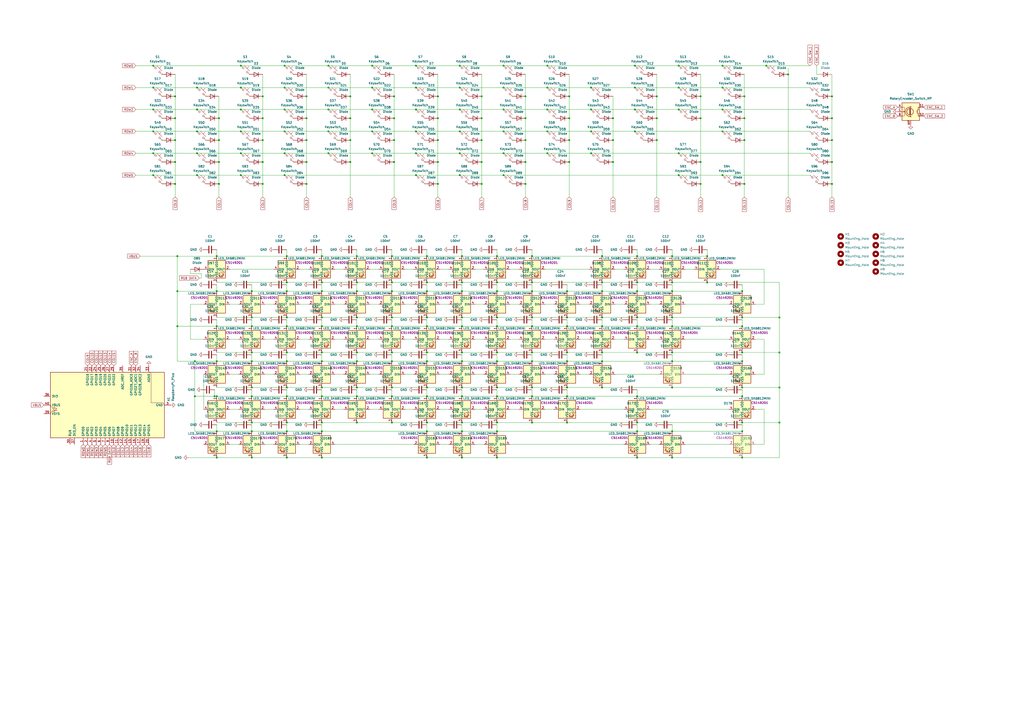
<source format=kicad_sch>
(kicad_sch (version 20250114) (generator "eeschema") (generator_version "9.0")
  (paper "A2")
  (junction (at 342.9 76.2))
  (junction (at 114.3 50.8))
  (junction (at 139.7 76.2))
  (junction (at 114.3 76.2))
  (junction (at 267.97 245.11))
  (junction (at 430.53 184.15))
  (junction (at 146.05 209.55))
  (junction (at 288.29 245.11))
  (junction (at 125.73 148.59))
  (junction (at 308.61 245.11))
  (junction (at 254 68.58))
  (junction (at 102.87 148.59))
  (junction (at 393.7 88.9))
  (junction (at 247.65 209.55))
  (junction (at 114.3 101.6))
  (junction (at 247.65 168.91))
  (junction (at 203.2 81.28))
  (junction (at 266.7 101.6))
  (junction (at 215.9 50.8))
  (junction (at 101.6 81.28))
  (junction (at 430.53 250.19))
  (junction (at 113.03 229.87))
  (junction (at 152.4 55.88))
  (junction (at 349.25 184.15))
  (junction (at 190.5 63.5))
  (junction (at 102.87 168.91))
  (junction (at 254 106.68))
  (junction (at 406.4 93.98))
  (junction (at 279.4 68.58))
  (junction (at 288.29 184.15))
  (junction (at 139.7 101.6))
  (junction (at 166.37 265.43))
  (junction (at 186.69 148.59))
  (junction (at 328.93 224.79))
  (junction (at 241.3 101.6))
  (junction (at 227.33 245.11))
  (junction (at 267.97 204.47))
  (junction (at 241.3 50.8))
  (junction (at 279.4 93.98))
  (junction (at 317.5 88.9))
  (junction (at 177.8 68.58))
  (junction (at 430.53 204.47))
  (junction (at 101.6 55.88))
  (junction (at 288.29 229.87))
  (junction (at 113.03 209.55))
  (junction (at 227.33 168.91))
  (junction (at 146.05 224.79))
  (junction (at 267.97 265.43))
  (junction (at 267.97 250.19))
  (junction (at 482.6 55.88))
  (junction (at 393.7 101.6))
  (junction (at 125.73 168.91))
  (junction (at 166.37 148.59))
  (junction (at 389.89 224.79))
  (junction (at 328.93 184.15))
  (junction (at 410.21 148.59))
  (junction (at 125.73 189.23))
  (junction (at 114.3 88.9))
  (junction (at 139.7 38.1))
  (junction (at 166.37 163.83))
  (junction (at 127 68.58))
  (junction (at 247.65 229.87))
  (junction (at 166.37 204.47))
  (junction (at 165.1 63.5))
  (junction (at 389.89 163.83))
  (junction (at 349.25 204.47))
  (junction (at 127 93.98))
  (junction (at 328.93 229.87))
  (junction (at 328.93 168.91))
  (junction (at 342.9 63.5))
  (junction (at 430.53 168.91))
  (junction (at 292.1 88.9))
  (junction (at 304.8 106.68))
  (junction (at 186.69 250.19))
  (junction (at 146.05 184.15))
  (junction (at 177.8 81.28))
  (junction (at 203.2 93.98))
  (junction (at 207.01 184.15))
  (junction (at 247.65 184.15))
  (junction (at 101.6 106.68))
  (junction (at 166.37 224.79))
  (junction (at 165.1 50.8))
  (junction (at 207.01 245.11))
  (junction (at 308.61 189.23))
  (junction (at 215.9 38.1))
  (junction (at 328.93 245.11))
  (junction (at 452.12 245.11))
  (junction (at 288.29 148.59))
  (junction (at 146.05 189.23))
  (junction (at 452.12 184.15))
  (junction (at 241.3 63.5))
  (junction (at 389.89 265.43))
  (junction (at 228.6 68.58))
  (junction (at 369.57 148.59))
  (junction (at 228.6 55.88))
  (junction (at 152.4 93.98))
  (junction (at 349.25 224.79))
  (junction (at 304.8 81.28))
  (junction (at 292.1 38.1))
  (junction (at 227.33 224.79))
  (junction (at 369.57 168.91))
  (junction (at 267.97 148.59))
  (junction (at 342.9 50.8))
  (junction (at 431.8 68.58))
  (junction (at 267.97 189.23))
  (junction (at 102.87 189.23))
  (junction (at 452.12 224.79))
  (junction (at 369.57 184.15))
  (junction (at 369.57 250.19))
  (junction (at 308.61 168.91))
  (junction (at 482.6 93.98))
  (junction (at 419.1 76.2))
  (junction (at 125.73 209.55))
  (junction (at 241.3 76.2))
  (junction (at 114.3 63.5))
  (junction (at 369.57 229.87))
  (junction (at 247.65 148.59))
  (junction (at 247.65 265.43))
  (junction (at 146.05 168.91))
  (junction (at 266.7 50.8))
  (junction (at 342.9 88.9))
  (junction (at 165.1 38.1))
  (junction (at 228.6 93.98))
  (junction (at 247.65 204.47))
  (junction (at 369.57 265.43))
  (junction (at 288.29 250.19))
  (junction (at 146.05 229.87))
  (junction (at 328.93 189.23))
  (junction (at 444.5 38.1))
  (junction (at 330.2 81.28))
  (junction (at 267.97 163.83))
  (junction (at 254 81.28))
  (junction (at 288.29 189.23))
  (junction (at 430.53 229.87))
  (junction (at 166.37 229.87))
  (junction (at 190.5 76.2))
  (junction (at 88.9 38.1))
  (junction (at 247.65 163.83))
  (junction (at 152.4 81.28))
  (junction (at 308.61 204.47))
  (junction (at 88.9 101.6))
  (junction (at 227.33 184.15))
  (junction (at 186.69 189.23))
  (junction (at 328.93 204.47))
  (junction (at 125.73 229.87))
  (junction (at 482.6 68.58))
  (junction (at 308.61 148.59))
  (junction (at 215.9 88.9))
  (junction (at 288.29 168.91))
  (junction (at 389.89 204.47))
  (junction (at 393.7 50.8))
  (junction (at 288.29 209.55))
  (junction (at 308.61 224.79))
  (junction (at 207.01 148.59))
  (junction (at 227.33 189.23))
  (junction (at 207.01 163.83))
  (junction (at 146.05 265.43))
  (junction (at 406.4 55.88))
  (junction (at 349.25 148.59))
  (junction (at 410.21 163.83))
  (junction (at 254 93.98))
  (junction (at 389.89 168.91))
  (junction (at 267.97 224.79))
  (junction (at 304.8 55.88))
  (junction (at 288.29 163.83))
  (junction (at 267.97 184.15))
  (junction (at 241.3 38.1))
  (junction (at 139.7 88.9))
  (junction (at 349.25 163.83))
  (junction (at 177.8 106.68))
  (junction (at 165.1 88.9))
  (junction (at 381 68.58))
  (junction (at 190.5 50.8))
  (junction (at 186.69 229.87))
  (junction (at 186.69 224.79))
  (junction (at 254 55.88))
  (junction (at 152.4 106.68))
  (junction (at 207.01 209.55))
  (junction (at 431.8 106.68))
  (junction (at 186.69 265.43))
  (junction (at 430.53 245.11))
  (junction (at 381 55.88))
  (junction (at 247.65 245.11))
  (junction (at 292.1 101.6))
  (junction (at 166.37 250.19))
  (junction (at 186.69 163.83))
  (junction (at 207.01 224.79))
  (junction (at 452.12 204.47))
  (junction (at 125.73 265.43))
  (junction (at 430.53 224.79))
  (junction (at 227.33 229.87))
  (junction (at 139.7 50.8))
  (junction (at 228.6 81.28))
  (junction (at 267.97 209.55))
  (junction (at 389.89 209.55))
  (junction (at 368.3 50.8))
  (junction (at 368.3 63.5))
  (junction (at 207.01 204.47))
  (junction (at 247.65 250.19))
  (junction (at 127 81.28))
  (junction (at 279.4 106.68))
  (junction (at 207.01 229.87))
  (junction (at 215.9 76.2))
  (junction (at 430.53 265.43))
  (junction (at 304.8 93.98))
  (junction (at 288.29 204.47))
  (junction (at 317.5 63.5))
  (junction (at 292.1 76.2))
  (junction (at 186.69 245.11))
  (junction (at 203.2 68.58))
  (junction (at 88.9 88.9))
  (junction (at 177.8 93.98))
  (junction (at 419.1 50.8))
  (junction (at 308.61 209.55))
  (junction (at 146.05 250.19))
  (junction (at 288.29 224.79))
  (junction (at 368.3 38.1))
  (junction (at 207.01 168.91))
  (junction (at 393.7 38.1))
  (junction (at 88.9 76.2))
  (junction (at 355.6 68.58))
  (junction (at 88.9 63.5))
  (junction (at 227.33 163.83))
  (junction (at 292.1 50.8))
  (junction (at 227.33 209.55))
  (junction (at 369.57 245.11))
  (junction (at 330.2 68.58))
  (junction (at 207.01 189.23))
  (junction (at 146.05 245.11))
  (junction (at 317.5 38.1))
  (junction (at 330.2 55.88))
  (junction (at 482.6 106.68))
  (junction (at 190.5 38.1))
  (junction (at 317.5 50.8))
  (junction (at 349.25 209.55))
  (junction (at 389.89 189.23))
  (junction (at 292.1 63.5))
  (junction (at 308.61 163.83))
  (junction (at 381 81.28))
  (junction (at 430.53 189.23))
  (junction (at 203.2 55.88))
  (junction (at 355.6 81.28))
  (junction (at 419.1 101.6))
  (junction (at 166.37 168.91))
  (junction (at 431.8 55.88))
  (junction (at 127 106.68))
  (junction (at 166.37 209.55))
  (junction (at 431.8 81.28))
  (junction (at 266.7 88.9))
  (junction (at 349.25 168.91))
  (junction (at 349.25 189.23))
  (junction (at 389.89 148.59))
  (junction (at 190.5 88.9))
  (junction (at 125.73 250.19))
  (junction (at 430.53 209.55))
  (junction (at 186.69 209.55))
  (junction (at 266.7 76.2))
  (junction (at 215.9 63.5))
  (junction (at 88.9 50.8))
  (junction (at 419.1 38.1))
  (junction (at 330.2 93.98))
  (junction (at 304.8 68.58))
  (junction (at 308.61 229.87))
  (junction (at 288.29 265.43))
  (junction (at 266.7 38.1))
  (junction (at 457.2 43.18))
  (junction (at 186.69 184.15))
  (junction (at 166.37 184.15))
  (junction (at 406.4 68.58))
  (junction (at 101.6 68.58))
  (junction (at 241.3 88.9))
  (junction (at 186.69 168.91))
  (junction (at 152.4 68.58))
  (junction (at 317.5 76.2))
  (junction (at 165.1 76.2))
  (junction (at 279.4 81.28))
  (junction (at 369.57 163.83))
  (junction (at 247.65 224.79))
  (junction (at 393.7 63.5))
  (junction (at 355.6 93.98))
  (junction (at 406.4 106.68))
  (junction (at 267.97 168.91))
  (junction (at 389.89 184.15))
  (junction (at 328.93 209.55))
  (junction (at 146.05 204.47))
  (junction (at 177.8 55.88))
  (junction (at 124.46 229.87))
  (junction (at 279.4 55.88))
  (junction (at 166.37 245.11))
  (junction (at 266.7 63.5))
  (junction (at 482.6 81.28))
  (junction (at 389.89 250.19))
  (junction (at 186.69 204.47))
  (junction (at 308.61 184.15))
  (junction (at 139.7 63.5))
  (junction (at 165.1 101.6))
  (junction (at 227.33 148.59))
  (junction (at 166.37 189.23))
  (junction (at 227.33 204.47))
  (junction (at 419.1 63.5))
  (junction (at 369.57 204.47))
  (junction (at 101.6 93.98))
  (junction (at 368.3 76.2))
  (junction (at 267.97 229.87))
  (junction (at 369.57 189.23))
  (junction (at 247.65 189.23))
  (wire (pts (xy 116.84 158.75) (xy 116.84 161.29)))
  (wire (pts (xy 267.97 148.59) (xy 288.29 148.59)))
  (wire (pts (xy 101.6 55.88) (xy 101.6 68.58)))
  (wire (pts (xy 295.91 257.81) (xy 361.95 257.81)))
  (wire (pts (xy 228.6 93.98) (xy 228.6 114.3)))
  (wire (pts (xy 389.89 185.42) (xy 389.89 189.23)))
  (wire (pts (xy 203.2 81.28) (xy 203.2 93.98)))
  (wire (pts (xy 78.74 88.9) (xy 88.9 88.9)))
  (wire (pts (xy 377.19 237.49) (xy 422.91 237.49)))
  (wire (pts (xy 207.01 189.23) (xy 227.33 189.23)))
  (wire (pts (xy 102.87 148.59) (xy 125.73 148.59)))
  (wire (pts (xy 389.89 144.78) (xy 389.89 148.59)))
  (wire (pts (xy 190.5 38.1) (xy 215.9 38.1)))
  (wire (pts (xy 166.37 148.59) (xy 186.69 148.59)))
  (wire (pts (xy 288.29 185.42) (xy 288.29 189.23)))
  (wire (pts (xy 330.2 68.58) (xy 330.2 81.28)))
  (wire (pts (xy 443.23 196.85) (xy 443.23 217.17)))
  (wire (pts (xy 308.61 148.59) (xy 349.25 148.59)))
  (wire (pts (xy 125.73 250.19) (xy 113.03 250.19)))
  (wire (pts (xy 241.3 63.5) (xy 266.7 63.5)))
  (wire (pts (xy 275.59 176.53) (xy 280.67 176.53)))
  (wire (pts (xy 308.61 165.1) (xy 308.61 168.91)))
  (wire (pts (xy 316.23 217.17) (xy 321.31 217.17)))
  (wire (pts (xy 110.49 196.85) (xy 118.11 196.85)))
  (wire (pts (xy 482.6 106.68) (xy 482.6 114.3)))
  (wire (pts (xy 215.9 88.9) (xy 241.3 88.9)))
  (wire (pts (xy 124.46 229.87) (xy 125.73 229.87)))
  (wire (pts (xy 254 68.58) (xy 254 81.28)))
  (wire (pts (xy 113.03 229.87) (xy 124.46 229.87)))
  (wire (pts (xy 369.57 229.87) (xy 430.53 229.87)))
  (wire (pts (xy 397.51 156.21) (xy 402.59 156.21)))
  (wire (pts (xy 166.37 224.79) (xy 186.69 224.79)))
  (wire (pts (xy 267.97 204.47) (xy 288.29 204.47)))
  (wire (pts (xy 317.5 63.5) (xy 342.9 63.5)))
  (wire (pts (xy 295.91 176.53) (xy 300.99 176.53)))
  (wire (pts (xy 234.95 237.49) (xy 240.03 237.49)))
  (wire (pts (xy 267.97 250.19) (xy 247.65 250.19)))
  (wire (pts (xy 165.1 88.9) (xy 190.5 88.9)))
  (wire (pts (xy 288.29 250.19) (xy 267.97 250.19)))
  (wire (pts (xy 410.21 144.78) (xy 410.21 148.59)))
  (wire (pts (xy 452.12 224.79) (xy 452.12 245.11)))
  (wire (pts (xy 308.61 229.87) (xy 328.93 229.87)))
  (wire (pts (xy 227.33 204.47) (xy 247.65 204.47)))
  (wire (pts (xy 349.25 189.23) (xy 369.57 189.23)))
  (wire (pts (xy 255.27 196.85) (xy 260.35 196.85)))
  (wire (pts (xy 125.73 148.59) (xy 166.37 148.59)))
  (wire (pts (xy 336.55 237.49) (xy 361.95 237.49)))
  (wire (pts (xy 125.73 144.78) (xy 125.73 148.59)))
  (wire (pts (xy 186.69 184.15) (xy 207.01 184.15)))
  (wire (pts (xy 292.1 50.8) (xy 317.5 50.8)))
  (wire (pts (xy 295.91 156.21) (xy 300.99 156.21)))
  (wire (pts (xy 430.53 226.06) (xy 430.53 229.87)))
  (wire (pts (xy 227.33 185.42) (xy 227.33 189.23)))
  (wire (pts (xy 419.1 50.8) (xy 469.9 50.8)))
  (wire (pts (xy 214.63 176.53) (xy 219.71 176.53)))
  (wire (pts (xy 153.67 237.49) (xy 158.75 237.49)))
  (wire (pts (xy 255.27 237.49) (xy 260.35 237.49)))
  (wire (pts (xy 78.74 101.6) (xy 88.9 101.6)))
  (wire (pts (xy 349.25 165.1) (xy 349.25 168.91)))
  (wire (pts (xy 279.4 43.18) (xy 279.4 55.88)))
  (wire (pts (xy 186.69 250.19) (xy 166.37 250.19)))
  (wire (pts (xy 234.95 196.85) (xy 240.03 196.85)))
  (wire (pts (xy 267.97 184.15) (xy 288.29 184.15)))
  (wire (pts (xy 166.37 229.87) (xy 186.69 229.87)))
  (wire (pts (xy 304.8 106.68) (xy 304.8 114.3)))
  (wire (pts (xy 152.4 43.18) (xy 152.4 55.88)))
  (wire (pts (xy 153.67 257.81) (xy 158.75 257.81)))
  (wire (pts (xy 255.27 257.81) (xy 260.35 257.81)))
  (wire (pts (xy 349.25 168.91) (xy 369.57 168.91)))
  (wire (pts (xy 292.1 38.1) (xy 317.5 38.1)))
  (wire (pts (xy 457.2 39.37) (xy 457.2 43.18)))
  (wire (pts (xy 330.2 93.98) (xy 330.2 114.3)))
  (wire (pts (xy 165.1 63.5) (xy 190.5 63.5)))
  (wire (pts (xy 139.7 63.5) (xy 165.1 63.5)))
  (wire (pts (xy 173.99 176.53) (xy 179.07 176.53)))
  (wire (pts (xy 125.73 265.43) (xy 146.05 265.43)))
  (wire (pts (xy 377.19 196.85) (xy 382.27 196.85)))
  (wire (pts (xy 443.23 176.53) (xy 438.15 176.53)))
  (wire (pts (xy 227.33 229.87) (xy 247.65 229.87)))
  (wire (pts (xy 241.3 76.2) (xy 266.7 76.2)))
  (wire (pts (xy 431.8 106.68) (xy 431.8 114.3)))
  (wire (pts (xy 234.95 176.53) (xy 240.03 176.53)))
  (wire (pts (xy 406.4 93.98) (xy 406.4 106.68)))
  (wire (pts (xy 186.69 246.38) (xy 186.69 250.19)))
  (wire (pts (xy 369.57 163.83) (xy 349.25 163.83)))
  (wire (pts (xy 215.9 76.2) (xy 241.3 76.2)))
  (wire (pts (xy 275.59 156.21) (xy 280.67 156.21)))
  (wire (pts (xy 266.7 88.9) (xy 292.1 88.9)))
  (wire (pts (xy 431.8 43.18) (xy 431.8 55.88)))
  (wire (pts (xy 356.87 156.21) (xy 361.95 156.21)))
  (wire (pts (xy 349.25 204.47) (xy 369.57 204.47)))
  (wire (pts (xy 127 55.88) (xy 127 68.58)))
  (wire (pts (xy 153.67 196.85) (xy 158.75 196.85)))
  (wire (pts (xy 214.63 217.17) (xy 219.71 217.17)))
  (wire (pts (xy 146.05 265.43) (xy 166.37 265.43)))
  (wire (pts (xy 207.01 163.83) (xy 186.69 163.83)))
  (wire (pts (xy 133.35 237.49) (xy 138.43 237.49)))
  (wire (pts (xy 267.97 245.11) (xy 288.29 245.11)))
  (wire (pts (xy 304.8 68.58) (xy 304.8 81.28)))
  (wire (pts (xy 406.4 68.58) (xy 406.4 93.98)))
  (wire (pts (xy 389.89 265.43) (xy 430.53 265.43)))
  (wire (pts (xy 247.65 265.43) (xy 267.97 265.43)))
  (wire (pts (xy 203.2 43.18) (xy 203.2 55.88)))
  (wire (pts (xy 203.2 55.88) (xy 203.2 68.58)))
  (wire (pts (xy 288.29 163.83) (xy 267.97 163.83)))
  (wire (pts (xy 430.53 185.42) (xy 430.53 189.23)))
  (wire (pts (xy 349.25 144.78) (xy 349.25 148.59)))
  (wire (pts (xy 349.25 148.59) (xy 369.57 148.59)))
  (wire (pts (xy 186.69 205.74) (xy 186.69 209.55)))
  (wire (pts (xy 430.53 205.74) (xy 430.53 209.55)))
  (wire (pts (xy 406.4 106.68) (xy 406.4 114.3)))
  (wire (pts (xy 207.01 165.1) (xy 207.01 168.91)))
  (wire (pts (xy 419.1 76.2) (xy 469.9 76.2)))
  (wire (pts (xy 254 55.88) (xy 254 68.58)))
  (wire (pts (xy 288.29 245.11) (xy 308.61 245.11)))
  (wire (pts (xy 317.5 50.8) (xy 342.9 50.8)))
  (wire (pts (xy 267.97 226.06) (xy 267.97 229.87)))
  (wire (pts (xy 234.95 217.17) (xy 240.03 217.17)))
  (wire (pts (xy 431.8 55.88) (xy 431.8 68.58)))
  (wire (pts (xy 316.23 176.53) (xy 321.31 176.53)))
  (wire (pts (xy 288.29 168.91) (xy 308.61 168.91)))
  (wire (pts (xy 125.73 184.15) (xy 146.05 184.15)))
  (wire (pts (xy 227.33 168.91) (xy 247.65 168.91)))
  (wire (pts (xy 125.73 185.42) (xy 125.73 189.23)))
  (wire (pts (xy 328.93 245.11) (xy 369.57 245.11)))
  (wire (pts (xy 227.33 245.11) (xy 247.65 245.11)))
  (wire (pts (xy 177.8 43.18) (xy 177.8 55.88)))
  (wire (pts (xy 194.31 196.85) (xy 199.39 196.85)))
  (wire (pts (xy 317.5 88.9) (xy 342.9 88.9)))
  (wire (pts (xy 207.01 204.47) (xy 227.33 204.47)))
  (wire (pts (xy 288.29 148.59) (xy 308.61 148.59)))
  (wire (pts (xy 215.9 38.1) (xy 241.3 38.1)))
  (wire (pts (xy 194.31 237.49) (xy 199.39 237.49)))
  (wire (pts (xy 389.89 204.47) (xy 430.53 204.47)))
  (wire (pts (xy 113.03 209.55) (xy 113.03 229.87)))
  (wire (pts (xy 152.4 93.98) (xy 152.4 106.68)))
  (wire (pts (xy 355.6 81.28) (xy 355.6 93.98)))
  (wire (pts (xy 207.01 185.42) (xy 207.01 189.23)))
  (wire (pts (xy 328.93 184.15) (xy 349.25 184.15)))
  (wire (pts (xy 473.71 43.18) (xy 474.98 43.18)))
  (wire (pts (xy 207.01 144.78) (xy 207.01 148.59)))
  (wire (pts (xy 186.69 209.55) (xy 166.37 209.55)))
  (wire (pts (xy 473.71 38.1) (xy 473.71 43.18)))
  (wire (pts (xy 78.74 38.1) (xy 88.9 38.1)))
  (wire (pts (xy 410.21 163.83) (xy 389.89 163.83)))
  (wire (pts (xy 166.37 189.23) (xy 186.69 189.23)))
  (wire (pts (xy 194.31 217.17) (xy 199.39 217.17)))
  (wire (pts (xy 369.57 204.47) (xy 389.89 204.47)))
  (wire (pts (xy 266.7 63.5) (xy 292.1 63.5)))
  (wire (pts (xy 443.23 156.21) (xy 443.23 176.53)))
  (wire (pts (xy 377.19 257.81) (xy 382.27 257.81)))
  (wire (pts (xy 101.6 43.18) (xy 101.6 55.88)))
  (wire (pts (xy 203.2 93.98) (xy 203.2 114.3)))
  (wire (pts (xy 88.9 63.5) (xy 114.3 63.5)))
  (wire (pts (xy 207.01 226.06) (xy 207.01 229.87)))
  (wire (pts (xy 247.65 204.47) (xy 267.97 204.47)))
  (wire (pts (xy 254 43.18) (xy 254 55.88)))
  (wire (pts (xy 275.59 196.85) (xy 280.67 196.85)))
  (wire (pts (xy 328.93 224.79) (xy 349.25 224.79)))
  (wire (pts (xy 166.37 168.91) (xy 186.69 168.91)))
  (wire (pts (xy 228.6 81.28) (xy 228.6 93.98)))
  (wire (pts (xy 127 81.28) (xy 127 93.98)))
  (wire (pts (xy 247.65 189.23) (xy 267.97 189.23)))
  (wire (pts (xy 406.4 43.18) (xy 406.4 55.88)))
  (wire (pts (xy 430.53 165.1) (xy 430.53 168.91)))
  (wire (pts (xy 78.74 63.5) (xy 88.9 63.5)))
  (wire (pts (xy 227.33 163.83) (xy 207.01 163.83)))
  (wire (pts (xy 114.3 101.6) (xy 139.7 101.6)))
  (wire (pts (xy 146.05 226.06) (xy 146.05 229.87)))
  (wire (pts (xy 247.65 250.19) (xy 186.69 250.19)))
  (wire (pts (xy 336.55 217.17) (xy 341.63 217.17)))
  (wire (pts (xy 393.7 101.6) (xy 419.1 101.6)))
  (wire (pts (xy 115.57 161.29) (xy 116.84 161.29)))
  (wire (pts (xy 173.99 156.21) (xy 179.07 156.21)))
  (wire (pts (xy 342.9 50.8) (xy 368.3 50.8)))
  (wire (pts (xy 207.01 168.91) (xy 227.33 168.91)))
  (wire (pts (xy 102.87 189.23) (xy 102.87 209.55)))
  (wire (pts (xy 267.97 246.38) (xy 267.97 250.19)))
  (wire (pts (xy 431.8 81.28) (xy 431.8 106.68)))
  (wire (pts (xy 288.29 229.87) (xy 308.61 229.87)))
  (wire (pts (xy 267.97 163.83) (xy 247.65 163.83)))
  (wire (pts (xy 166.37 165.1) (xy 166.37 168.91)))
  (wire (pts (xy 482.6 43.18) (xy 482.6 55.88)))
  (wire (pts (xy 330.2 81.28) (xy 330.2 93.98)))
  (wire (pts (xy 381 68.58) (xy 381 81.28)))
  (wire (pts (xy 207.01 205.74) (xy 207.01 209.55)))
  (wire (pts (xy 125.73 224.79) (xy 146.05 224.79)))
  (wire (pts (xy 355.6 55.88) (xy 355.6 68.58)))
  (wire (pts (xy 215.9 50.8) (xy 241.3 50.8)))
  (wire (pts (xy 295.91 217.17) (xy 300.99 217.17)))
  (wire (pts (xy 482.6 68.58) (xy 482.6 81.28)))
  (wire (pts (xy 207.01 184.15) (xy 227.33 184.15)))
  (wire (pts (xy 317.5 76.2) (xy 342.9 76.2)))
  (wire (pts (xy 227.33 144.78) (xy 227.33 148.59)))
  (wire (pts (xy 457.2 114.3) (xy 457.2 43.18)))
  (wire (pts (xy 194.31 176.53) (xy 199.39 176.53)))
  (wire (pts (xy 214.63 237.49) (xy 219.71 237.49)))
  (wire (pts (xy 133.35 196.85) (xy 138.43 196.85)))
  (wire (pts (xy 146.05 229.87) (xy 166.37 229.87)))
  (wire (pts (xy 288.29 209.55) (xy 267.97 209.55)))
  (wire (pts (xy 102.87 148.59) (xy 102.87 168.91)))
  (wire (pts (xy 101.6 93.98) (xy 101.6 106.68)))
  (wire (pts (xy 308.61 185.42) (xy 308.61 189.23)))
  (wire (pts (xy 247.65 245.11) (xy 267.97 245.11)))
  (wire (pts (xy 317.5 38.1) (xy 368.3 38.1)))
  (wire (pts (xy 356.87 176.53) (xy 361.95 176.53)))
  (wire (pts (xy 101.6 106.68) (xy 101.6 114.3)))
  (wire (pts (xy 166.37 144.78) (xy 166.37 148.59)))
  (wire (pts (xy 207.01 245.11) (xy 227.33 245.11)))
  (wire (pts (xy 110.49 156.21) (xy 110.49 158.75)))
  (wire (pts (xy 266.7 38.1) (xy 292.1 38.1)))
  (wire (pts (xy 288.29 226.06) (xy 288.29 229.87)))
  (wire (pts (xy 139.7 88.9) (xy 165.1 88.9)))
  (wire (pts (xy 186.69 229.87) (xy 207.01 229.87)))
  (wire (pts (xy 328.93 205.74) (xy 328.93 209.55)))
  (wire (pts (xy 417.83 156.21) (xy 443.23 156.21)))
  (wire (pts (xy 125.73 209.55) (xy 113.03 209.55)))
  (wire (pts (xy 266.7 101.6) (xy 292.1 101.6)))
  (wire (pts (xy 177.8 68.58) (xy 177.8 81.28)))
  (wire (pts (xy 186.69 165.1) (xy 186.69 168.91)))
  (wire (pts (xy 227.33 165.1) (xy 227.33 168.91)))
  (wire (pts (xy 146.05 205.74) (xy 146.05 209.55)))
  (wire (pts (xy 146.05 168.91) (xy 166.37 168.91)))
  (wire (pts (xy 349.25 184.15) (xy 369.57 184.15)))
  (wire (pts (xy 308.61 204.47) (xy 328.93 204.47)))
  (wire (pts (xy 342.9 76.2) (xy 368.3 76.2)))
  (wire (pts (xy 227.33 148.59) (xy 247.65 148.59)))
  (wire (pts (xy 275.59 217.17) (xy 280.67 217.17)))
  (wire (pts (xy 190.5 76.2) (xy 215.9 76.2)))
  (wire (pts (xy 381 55.88) (xy 381 68.58)))
  (wire (pts (xy 166.37 226.06) (xy 166.37 229.87)))
  (wire (pts (xy 368.3 76.2) (xy 419.1 76.2)))
  (wire (pts (xy 113.03 209.55) (xy 102.87 209.55)))
  (wire (pts (xy 234.95 156.21) (xy 240.03 156.21)))
  (wire (pts (xy 419.1 101.6) (xy 469.9 101.6)))
  (wire (pts (xy 304.8 93.98) (xy 304.8 106.68)))
  (wire (pts (xy 241.3 88.9) (xy 266.7 88.9)))
  (wire (pts (xy 266.7 76.2) (xy 292.1 76.2)))
  (wire (pts (xy 110.49 158.75) (xy 116.84 158.75)))
  (wire (pts (xy 328.93 185.42) (xy 328.93 189.23)))
  (wire (pts (xy 125.73 229.87) (xy 146.05 229.87)))
  (wire (pts (xy 146.05 245.11) (xy 166.37 245.11)))
  (wire (pts (xy 275.59 257.81) (xy 280.67 257.81)))
  (wire (pts (xy 247.65 229.87) (xy 267.97 229.87)))
  (wire (pts (xy 430.53 246.38) (xy 430.53 250.19)))
  (wire (pts (xy 368.3 38.1) (xy 393.7 38.1)))
  (wire (pts (xy 267.97 229.87) (xy 288.29 229.87)))
  (wire (pts (xy 114.3 76.2) (xy 139.7 76.2)))
  (wire (pts (xy 330.2 43.18) (xy 330.2 55.88)))
  (wire (pts (xy 247.65 224.79) (xy 267.97 224.79)))
  (wire (pts (xy 241.3 50.8) (xy 266.7 50.8)))
  (wire (pts (xy 393.7 50.8) (xy 419.1 50.8)))
  (wire (pts (xy 102.87 168.91) (xy 102.87 189.23)))
  (wire (pts (xy 356.87 217.17) (xy 382.27 217.17)))
  (wire (pts (xy 336.55 196.85) (xy 341.63 196.85)))
  (wire (pts (xy 173.99 237.49) (xy 179.07 237.49)))
  (wire (pts (xy 133.35 176.53) (xy 138.43 176.53)))
  (wire (pts (xy 81.28 148.59) (xy 102.87 148.59)))
  (wire (pts (xy 369.57 245.11) (xy 430.53 245.11)))
  (wire (pts (xy 369.57 189.23) (xy 389.89 189.23)))
  (wire (pts (xy 186.69 189.23) (xy 207.01 189.23)))
  (wire (pts (xy 288.29 224.79) (xy 308.61 224.79)))
  (wire (pts (xy 430.53 184.15) (xy 452.12 184.15)))
  (wire (pts (xy 247.65 246.38) (xy 247.65 250.19)))
  (wire (pts (xy 304.8 43.18) (xy 304.8 55.88)))
  (wire (pts (xy 308.61 189.23) (xy 328.93 189.23)))
  (wire (pts (xy 186.69 204.47) (xy 207.01 204.47)))
  (wire (pts (xy 389.89 205.74) (xy 389.89 209.55)))
  (wire (pts (xy 295.91 196.85) (xy 300.99 196.85)))
  (wire (pts (xy 279.4 106.68) (xy 279.4 114.3)))
  (wire (pts (xy 146.05 189.23) (xy 166.37 189.23)))
  (wire (pts (xy 279.4 81.28) (xy 279.4 93.98)))
  (wire (pts (xy 267.97 189.23) (xy 288.29 189.23)))
  (wire (pts (xy 241.3 101.6) (xy 266.7 101.6)))
  (wire (pts (xy 194.31 156.21) (xy 199.39 156.21)))
  (wire (pts (xy 125.73 205.74) (xy 125.73 209.55)))
  (wire (pts (xy 316.23 156.21) (xy 341.63 156.21)))
  (wire (pts (xy 443.23 237.49) (xy 443.23 257.81)))
  (wire (pts (xy 275.59 237.49) (xy 280.67 237.49)))
  (wire (pts (xy 247.65 148.59) (xy 267.97 148.59)))
  (wire (pts (xy 328.93 168.91) (xy 349.25 168.91)))
  (wire (pts (xy 295.91 237.49) (xy 300.99 237.49)))
  (wire (pts (xy 194.31 257.81) (xy 240.03 257.81)))
  (wire (pts (xy 228.6 43.18) (xy 228.6 55.88)))
  (wire (pts (xy 146.05 250.19) (xy 125.73 250.19)))
  (wire (pts (xy 288.29 205.74) (xy 288.29 209.55)))
  (wire (pts (xy 247.65 205.74) (xy 247.65 209.55)))
  (wire (pts (xy 482.6 93.98) (xy 482.6 106.68)))
  (wire (pts (xy 146.05 185.42) (xy 146.05 189.23)))
  (wire (pts (xy 288.29 144.78) (xy 288.29 148.59)))
  (wire (pts (xy 288.29 246.38) (xy 288.29 250.19)))
  (wire (pts (xy 186.69 163.83) (xy 166.37 163.83)))
  (wire (pts (xy 247.65 168.91) (xy 267.97 168.91)))
  (wire (pts (xy 267.97 265.43) (xy 288.29 265.43)))
  (wire (pts (xy 88.9 76.2) (xy 114.3 76.2)))
  (wire (pts (xy 308.61 245.11) (xy 328.93 245.11)))
  (wire (pts (xy 308.61 205.74) (xy 308.61 209.55)))
  (wire (pts (xy 186.69 148.59) (xy 207.01 148.59)))
  (wire (pts (xy 308.61 209.55) (xy 288.29 209.55)))
  (wire (pts (xy 186.69 245.11) (xy 207.01 245.11)))
  (wire (pts (xy 482.6 55.88) (xy 482.6 68.58)))
  (wire (pts (xy 173.99 196.85) (xy 179.07 196.85)))
  (wire (pts (xy 127 93.98) (xy 127 106.68)))
  (wire (pts (xy 308.61 144.78) (xy 308.61 148.59)))
  (wire (pts (xy 389.89 168.91) (xy 430.53 168.91)))
  (wire (pts (xy 133.35 257.81) (xy 138.43 257.81)))
  (wire (pts (xy 186.69 265.43) (xy 247.65 265.43)))
  (wire (pts (xy 78.74 76.2) (xy 88.9 76.2)))
  (wire (pts (xy 190.5 88.9) (xy 215.9 88.9)))
  (wire (pts (xy 369.57 265.43) (xy 389.89 265.43)))
  (wire (pts (xy 330.2 55.88) (xy 330.2 68.58)))
  (wire (pts (xy 127 68.58) (xy 127 81.28)))
  (wire (pts (xy 381 43.18) (xy 381 55.88)))
  (wire (pts (xy 389.89 163.83) (xy 369.57 163.83)))
  (wire (pts (xy 139.7 76.2) (xy 165.1 76.2)))
  (wire (pts (xy 139.7 50.8) (xy 165.1 50.8)))
  (wire (pts (xy 328.93 189.23) (xy 349.25 189.23)))
  (wire (pts (xy 397.51 196.85) (xy 422.91 196.85)))
  (wire (pts (xy 207.01 224.79) (xy 227.33 224.79)))
  (wire (pts (xy 133.35 217.17) (xy 138.43 217.17)))
  (wire (pts (xy 452.12 204.47) (xy 452.12 184.15)))
  (wire (pts (xy 430.53 245.11) (xy 452.12 245.11)))
  (wire (pts (xy 430.53 204.47) (xy 452.12 204.47)))
  (wire (pts (xy 308.61 226.06) (xy 308.61 229.87)))
  (wire (pts (xy 101.6 68.58) (xy 101.6 81.28)))
  (wire (pts (xy 190.5 50.8) (xy 215.9 50.8)))
  (wire (pts (xy 482.6 81.28) (xy 482.6 93.98)))
  (wire (pts (xy 389.89 250.19) (xy 369.57 250.19)))
  (wire (pts (xy 254 106.68) (xy 254 114.3)))
  (wire (pts (xy 215.9 63.5) (xy 241.3 63.5)))
  (wire (pts (xy 288.29 204.47) (xy 308.61 204.47)))
  (wire (pts (xy 165.1 101.6) (xy 241.3 101.6)))
  (wire (pts (xy 146.05 224.79) (xy 166.37 224.79)))
  (wire (pts (xy 113.03 250.19) (xy 113.03 229.87)))
  (wire (pts (xy 430.53 265.43) (xy 452.12 265.43)))
  (wire (pts (xy 186.69 168.91) (xy 207.01 168.91)))
  (wire (pts (xy 328.93 204.47) (xy 349.25 204.47)))
  (wire (pts (xy 118.11 217.17) (xy 118.11 237.49)))
  (wire (pts (xy 152.4 106.68) (xy 152.4 114.3)))
  (wire (pts (xy 110.49 176.53) (xy 118.11 176.53)))
  (wire (pts (xy 368.3 50.8) (xy 393.7 50.8)))
  (wire (pts (xy 279.4 93.98) (xy 279.4 106.68)))
  (wire (pts (xy 438.15 196.85) (xy 443.23 196.85)))
  (wire (pts (xy 419.1 38.1) (xy 444.5 38.1)))
  (wire (pts (xy 114.3 88.9) (xy 139.7 88.9)))
  (wire (pts (xy 430.53 224.79) (xy 452.12 224.79)))
  (wire (pts (xy 186.69 224.79) (xy 207.01 224.79)))
  (wire (pts (xy 389.89 209.55) (xy 349.25 209.55)))
  (wire (pts (xy 349.25 205.74) (xy 349.25 209.55)))
  (wire (pts (xy 308.61 224.79) (xy 328.93 224.79)))
  (wire (pts (xy 444.5 38.1) (xy 469.9 38.1)))
  (wire (pts (xy 152.4 68.58) (xy 152.4 81.28)))
  (wire (pts (xy 139.7 101.6) (xy 165.1 101.6)))
  (wire (pts (xy 369.57 226.06) (xy 369.57 229.87)))
  (wire (pts (xy 328.93 226.06) (xy 328.93 229.87)))
  (wire (pts (xy 177.8 93.98) (xy 177.8 106.68)))
  (wire (pts (xy 166.37 265.43) (xy 186.69 265.43)))
  (wire (pts (xy 139.7 38.1) (xy 165.1 38.1)))
  (wire (pts (xy 389.89 246.38) (xy 389.89 250.19)))
  (wire (pts (xy 267.97 209.55) (xy 247.65 209.55)))
  (wire (pts (xy 227.33 184.15) (xy 247.65 184.15)))
  (wire (pts (xy 101.6 81.28) (xy 101.6 93.98)))
  (wire (pts (xy 166.37 185.42) (xy 166.37 189.23)))
  (wire (pts (xy 452.12 204.47) (xy 452.12 224.79)))
  (wire (pts (xy 166.37 246.38) (xy 166.37 250.19)))
  (wire (pts (xy 228.6 55.88) (xy 228.6 68.58)))
  (wire (pts (xy 177.8 55.88) (xy 177.8 68.58)))
  (wire (pts (xy 349.25 163.83) (xy 308.61 163.83)))
  (wire (pts (xy 349.25 224.79) (xy 389.89 224.79)))
  (wire (pts (xy 393.7 63.5) (xy 419.1 63.5)))
  (wire (pts (xy 153.67 217.17) (xy 158.75 217.17)))
  (wire (pts (xy 247.65 185.42) (xy 247.65 189.23)))
  (wire (pts (xy 114.3 63.5) (xy 139.7 63.5)))
  (wire (pts (xy 279.4 68.58) (xy 279.4 81.28)))
  (wire (pts (xy 227.33 205.74) (xy 227.33 209.55)))
  (wire (pts (xy 267.97 165.1) (xy 267.97 168.91)))
  (wire (pts (xy 125.73 245.11) (xy 146.05 245.11)))
  (wire (pts (xy 146.05 246.38) (xy 146.05 250.19)))
  (wire (pts (xy 227.33 224.79) (xy 247.65 224.79)))
  (wire (pts (xy 266.7 50.8) (xy 292.1 50.8)))
  (wire (pts (xy 173.99 217.17) (xy 179.07 217.17)))
  (wire (pts (xy 166.37 245.11) (xy 186.69 245.11)))
  (wire (pts (xy 88.9 88.9) (xy 114.3 88.9)))
  (wire (pts (xy 389.89 224.79) (xy 430.53 224.79)))
  (wire (pts (xy 292.1 101.6) (xy 393.7 101.6)))
  (wire (pts (xy 292.1 76.2) (xy 317.5 76.2)))
  (wire (pts (xy 369.57 165.1) (xy 369.57 168.91)))
  (wire (pts (xy 452.12 163.83) (xy 410.21 163.83)))
  (wire (pts (xy 349.25 185.42) (xy 349.25 189.23)))
  (wire (pts (xy 406.4 55.88) (xy 406.4 68.58)))
  (wire (pts (xy 316.23 196.85) (xy 321.31 196.85)))
  (wire (pts (xy 166.37 205.74) (xy 166.37 209.55)))
  (wire (pts (xy 227.33 209.55) (xy 207.01 209.55)))
  (wire (pts (xy 316.23 237.49) (xy 321.31 237.49)))
  (wire (pts (xy 114.3 50.8) (xy 139.7 50.8)))
  (wire (pts (xy 430.53 209.55) (xy 389.89 209.55)))
  (wire (pts (xy 166.37 250.19) (xy 146.05 250.19)))
  (wire (pts (xy 125.73 189.23) (xy 146.05 189.23)))
  (wire (pts (xy 146.05 204.47) (xy 166.37 204.47)))
  (wire (pts (xy 308.61 163.83) (xy 288.29 163.83)))
  (wire (pts (xy 393.7 88.9) (xy 469.9 88.9)))
  (wire (pts (xy 124.46 226.06) (xy 124.46 229.87)))
  (wire (pts (xy 241.3 38.1) (xy 266.7 38.1)))
  (wire (pts (xy 308.61 184.15) (xy 328.93 184.15)))
  (wire (pts (xy 152.4 55.88) (xy 152.4 68.58)))
  (wire (pts (xy 443.23 217.17) (xy 438.15 217.17)))
  (wire (pts (xy 127 106.68) (xy 127 114.3)))
  (wire (pts (xy 102.87 168.91) (xy 125.73 168.91)))
  (wire (pts (xy 125.73 204.47) (xy 146.05 204.47)))
  (wire (pts (xy 369.57 148.59) (xy 389.89 148.59)))
  (wire (pts (xy 247.65 209.55) (xy 227.33 209.55)))
  (wire (pts (xy 165.1 76.2) (xy 190.5 76.2)))
  (wire (pts (xy 177.8 106.68) (xy 177.8 114.3)))
  (wire (pts (xy 125.73 168.91) (xy 146.05 168.91)))
  (wire (pts (xy 431.8 68.58) (xy 431.8 81.28)))
  (wire (pts (xy 267.97 144.78) (xy 267.97 148.59)))
  (wire (pts (xy 110.49 176.53) (xy 110.49 196.85)))
  (wire (pts (xy 397.51 176.53) (xy 422.91 176.53)))
  (wire (pts (xy 452.12 184.15) (xy 452.12 163.83)))
  (wire (pts (xy 214.63 156.21) (xy 219.71 156.21)))
  (wire (pts (xy 177.8 81.28) (xy 177.8 93.98)))
  (wire (pts (xy 336.55 176.53) (xy 341.63 176.53)))
  (wire (pts (xy 369.57 144.78) (xy 369.57 148.59)))
  (wire (pts (xy 207.01 209.55) (xy 186.69 209.55)))
  (wire (pts (xy 304.8 81.28) (xy 304.8 93.98)))
  (wire (pts (xy 146.05 184.15) (xy 166.37 184.15)))
  (wire (pts (xy 165.1 50.8) (xy 190.5 50.8)))
  (wire (pts (xy 102.87 189.23) (xy 125.73 189.23)))
  (wire (pts (xy 173.99 257.81) (xy 179.07 257.81)))
  (wire (pts (xy 279.4 55.88) (xy 279.4 68.58)))
  (wire (pts (xy 146.05 209.55) (xy 125.73 209.55)))
  (wire (pts (xy 328.93 209.55) (xy 308.61 209.55)))
  (wire (pts (xy 368.3 63.5) (xy 393.7 63.5)))
  (wire (pts (xy 452.12 245.11) (xy 452.12 265.43)))
  (wire (pts (xy 247.65 165.1) (xy 247.65 168.91)))
  (wire (pts (xy 342.9 63.5) (xy 368.3 63.5)))
  (wire (pts (xy 146.05 165.1) (xy 146.05 168.91)))
  (wire (pts (xy 125.73 163.83) (xy 166.37 163.83)))
  (wire (pts (xy 247.65 184.15) (xy 267.97 184.15)))
  (wire (pts (xy 267.97 185.42) (xy 267.97 189.23)))
  (wire (pts (xy 166.37 204.47) (xy 186.69 204.47)))
  (wire (pts (xy 88.9 38.1) (xy 139.7 38.1)))
  (wire (pts (xy 349.25 209.55) (xy 328.93 209.55)))
  (wire (pts (xy 227.33 226.06) (xy 227.33 229.87)))
  (wire (pts (xy 356.87 196.85) (xy 361.95 196.85)))
  (wire (pts (xy 125.73 165.1) (xy 125.73 168.91)))
  (wire (pts (xy 389.89 148.59) (xy 410.21 148.59)))
  (wire (pts (xy 328.93 229.87) (xy 369.57 229.87)))
  (wire (pts (xy 267.97 224.79) (xy 288.29 224.79)))
  (wire (pts (xy 389.89 184.15) (xy 430.53 184.15)))
  (wire (pts (xy 342.9 88.9) (xy 393.7 88.9)))
  (wire (pts (xy 377.19 176.53) (xy 382.27 176.53)))
  (wire (pts (xy 369.57 168.91) (xy 389.89 168.91)))
  (wire (pts (xy 78.74 50.8) (xy 88.9 50.8)))
  (wire (pts (xy 355.6 68.58) (xy 355.6 81.28)))
  (wire (pts (xy 254 81.28) (xy 254 93.98)))
  (wire (pts (xy 389.89 189.23) (xy 430.53 189.23)))
  (wire (pts (xy 419.1 63.5) (xy 469.9 63.5)))
  (wire (pts (xy 288.29 189.23) (xy 308.61 189.23)))
  (wire (pts (xy 166.37 184.15) (xy 186.69 184.15)))
  (wire (pts (xy 153.67 176.53) (xy 158.75 176.53)))
  (wire (pts (xy 227.33 189.23) (xy 247.65 189.23)))
  (wire (pts (xy 247.65 226.06) (xy 247.65 229.87)))
  (wire (pts (xy 207.01 229.87) (xy 227.33 229.87)))
  (wire (pts (xy 389.89 165.1) (xy 389.89 168.91)))
  (wire (pts (xy 397.51 217.17) (xy 422.91 217.17)))
  (wire (pts (xy 292.1 63.5) (xy 317.5 63.5)))
  (wire (pts (xy 328.93 165.1) (xy 328.93 168.91)))
  (wire (pts (xy 381 81.28) (xy 381 114.3)))
  (wire (pts (xy 304.8 55.88) (xy 304.8 68.58)))
  (wire (pts (xy 292.1 88.9) (xy 317.5 88.9)))
  (wire (pts (xy 88.9 50.8) (xy 114.3 50.8)))
  (wire (pts (xy 255.27 156.21) (xy 260.35 156.21)))
  (wire (pts (xy 369.57 184.15) (xy 389.89 184.15)))
  (wire (pts (xy 133.35 156.21) (xy 158.75 156.21)))
  (wire (pts (xy 308.61 168.91) (xy 328.93 168.91)))
  (wire (pts (xy 125.73 246.38) (xy 125.73 250.19)))
  (wire (pts (xy 438.15 237.49) (xy 443.23 237.49)))
  (wire (pts (xy 186.69 185.42) (xy 186.69 189.23)))
  (wire (pts (xy 247.65 163.83) (xy 227.33 163.83)))
  (wire (pts (xy 186.69 226.06) (xy 186.69 229.87)))
  (wire (pts (xy 267.97 205.74) (xy 267.97 209.55)))
  (wire (pts (xy 166.37 209.55) (xy 146.05 209.55)))
  (wire (pts (xy 267.97 168.91) (xy 288.29 168.91)))
  (wire (pts (xy 430.53 250.19) (xy 389.89 250.19)))
  (wire (pts (xy 369.57 250.19) (xy 288.29 250.19)))
  (wire (pts (xy 397.51 257.81) (xy 422.91 257.81)))
  (wire (pts (xy 438.15 257.81) (xy 443.23 257.81)))
  (wire (pts (xy 203.2 68.58) (xy 203.2 81.28)))
  (wire (pts (xy 355.6 93.98) (xy 355.6 114.3)))
  (wire (pts (xy 152.4 81.28) (xy 152.4 93.98)))
  (wire (pts (xy 377.19 156.21) (xy 382.27 156.21)))
  (wire (pts (xy 288.29 184.15) (xy 308.61 184.15)))
  (wire (pts (xy 190.5 63.5) (xy 215.9 63.5)))
  (wire (pts (xy 369.57 246.38) (xy 369.57 250.19)))
  (wire (pts (xy 247.65 144.78) (xy 247.65 148.59)))
  (wire (pts (xy 109.22 265.43) (xy 125.73 265.43)))
  (wire (pts (xy 228.6 68.58) (xy 228.6 81.28)))
  (wire (pts (xy 186.69 144.78) (xy 186.69 148.59)))
  (wire (pts (xy 165.1 38.1) (xy 190.5 38.1)))
  (wire (pts (xy 288.29 165.1) (xy 288.29 168.91)))
  (wire (pts (xy 255.27 217.17) (xy 260.35 217.17)))
  (wire (pts (xy 214.63 196.85) (xy 219.71 196.85)))
  (wire (pts (xy 288.29 265.43) (xy 369.57 265.43)))
  (wire (pts (xy 88.9 101.6) (xy 114.3 101.6)))
  (wire (pts (xy 393.7 38.1) (xy 419.1 38.1)))
  (wire (pts (xy 254 93.98) (xy 254 106.68)))
  (wire (pts (xy 255.27 176.53) (xy 260.35 176.53)))
  (wire (pts (xy 369.57 185.42) (xy 369.57 189.23)))
  (wire (pts (xy 207.01 148.59) (xy 227.33 148.59)))
  (global_label "COL8" (shape input) (at 304.8 114.3 270) (property "Intersheetrefs" "${INTERSHEET_REFS}" (effects (hide yes))))
  (global_label "COL7" (shape input) (at 279.4 114.3 270) (property "Intersheetrefs" "${INTERSHEET_REFS}" (effects (hide yes))))
  (global_label "COL14" (shape input) (at 63.5 212.09 90) (property "Intersheetrefs" "${INTERSHEET_REFS}" (effects (hide yes))))
  (global_label "ROW3" (shape input) (at 55.88 257.81 270) (property "Intersheetrefs" "${INTERSHEET_REFS}" (effects (hide yes))))
  (global_label "ROW1" (shape input) (at 78.74 50.8 180) (property "Intersheetrefs" "${INTERSHEET_REFS}" (effects (hide yes))))
  (global_label "ROW2" (shape input) (at 53.34 257.81 270) (property "Intersheetrefs" "${INTERSHEET_REFS}" (effects (hide yes))))
  (global_label "COL13" (shape input) (at 431.8 114.3 270) (property "Intersheetrefs" "${INTERSHEET_REFS}" (effects (hide yes))))
  (global_label "COL2" (shape input) (at 152.4 114.3 270) (property "Intersheetrefs" "${INTERSHEET_REFS}" (effects (hide yes))))
  (global_label "COL14" (shape input) (at 457.2 114.3 270) (property "Intersheetrefs" "${INTERSHEET_REFS}" (effects (hide yes))))
  (global_label "COL2" (shape input) (at 71.12 257.81 270) (property "Intersheetrefs" "${INTERSHEET_REFS}" (effects (hide yes))))
  (global_label "ROW0" (shape input) (at 78.74 38.1 180) (property "Intersheetrefs" "${INTERSHEET_REFS}" (effects (hide yes))))
  (global_label "ENC_A" (shape input) (at 76.2 212.09 90) (property "Intersheetrefs" "${INTERSHEET_REFS}" (effects (hide yes))))
  (global_label "ROW1" (shape input) (at 50.8 257.81 270) (property "Intersheetrefs" "${INTERSHEET_REFS}" (effects (hide yes))))
  (global_label "COL11" (shape input) (at 381 114.3 270) (property "Intersheetrefs" "${INTERSHEET_REFS}" (effects (hide yes))))
  (global_label "ENC_B" (shape input) (at 520.7 67.31 180) (property "Intersheetrefs" "${INTERSHEET_REFS}" (effects (hide yes))))
  (global_label "COL6" (shape input) (at 81.28 257.81 270) (property "Intersheetrefs" "${INTERSHEET_REFS}" (effects (hide yes))))
  (global_label "ENC_SW_2" (shape input) (at 535.94 67.31 0) (property "Intersheetrefs" "${INTERSHEET_REFS}" (effects (hide yes))))
  (global_label "COL3" (shape input) (at 73.66 257.81 270) (property "Intersheetrefs" "${INTERSHEET_REFS}" (effects (hide yes))))
  (global_label "COL11" (shape input) (at 55.88 212.09 90) (property "Intersheetrefs" "${INTERSHEET_REFS}" (effects (hide yes))))
  (global_label "RGB DATA" (shape input) (at 63.5 257.81 270) (property "Intersheetrefs" "${INTERSHEET_REFS}" (effects (hide yes))))
  (global_label "COL5" (shape input) (at 78.74 257.81 270) (property "Intersheetrefs" "${INTERSHEET_REFS}" (effects (hide yes))))
  (global_label "ROW4" (shape input) (at 78.74 88.9 180) (property "Intersheetrefs" "${INTERSHEET_REFS}" (effects (hide yes))))
  (global_label "COL15" (shape input) (at 482.6 114.3 270) (property "Intersheetrefs" "${INTERSHEET_REFS}" (effects (hide yes))))
  (global_label "ROW3" (shape input) (at 78.74 76.2 180) (property "Intersheetrefs" "${INTERSHEET_REFS}" (effects (hide yes))))
  (global_label "COL1" (shape input) (at 127 114.3 270) (property "Intersheetrefs" "${INTERSHEET_REFS}" (effects (hide yes))))
  (global_label "ROW2" (shape input) (at 78.74 63.5 180) (property "Intersheetrefs" "${INTERSHEET_REFS}" (effects (hide yes))))
  (global_label "COL15" (shape input) (at 66.04 212.09 90) (property "Intersheetrefs" "${INTERSHEET_REFS}" (effects (hide yes))))
  (global_label "COL5" (shape input) (at 228.6 114.3 270) (property "Intersheetrefs" "${INTERSHEET_REFS}" (effects (hide yes))))
  (global_label "COL0" (shape input) (at 101.6 114.3 270) (property "Intersheetrefs" "${INTERSHEET_REFS}" (effects (hide yes))))
  (global_label "COL8" (shape input) (at 86.36 257.81 270) (property "Intersheetrefs" "${INTERSHEET_REFS}" (effects (hide yes))))
  (global_label "ENC_SW_1" (shape input) (at 469.9 38.1 90) (property "Intersheetrefs" "${INTERSHEET_REFS}" (effects (hide yes))))
  (global_label "COL9" (shape input) (at 50.8 212.09 90) (property "Intersheetrefs" "${INTERSHEET_REFS}" (effects (hide yes))))
  (global_label "COL0" (shape input) (at 66.04 257.81 270) (property "Intersheetrefs" "${INTERSHEET_REFS}" (effects (hide yes))))
  (global_label "COL6" (shape input) (at 254 114.3 270) (property "Intersheetrefs" "${INTERSHEET_REFS}" (effects (hide yes))))
  (global_label "COL13" (shape input) (at 60.96 212.09 90) (property "Intersheetrefs" "${INTERSHEET_REFS}" (effects (hide yes))))
  (global_label "ROW4" (shape input) (at 58.42 257.81 270) (property "Intersheetrefs" "${INTERSHEET_REFS}" (effects (hide yes))))
  (global_label "COL12" (shape input) (at 58.42 212.09 90) (property "Intersheetrefs" "${INTERSHEET_REFS}" (effects (hide yes))))
  (global_label "COL10" (shape input) (at 53.34 212.09 90) (property "Intersheetrefs" "${INTERSHEET_REFS}" (effects (hide yes))))
  (global_label "COL1" (shape input) (at 68.58 257.81 270) (property "Intersheetrefs" "${INTERSHEET_REFS}" (effects (hide yes))))
  (global_label "ENC_SW_1" (shape input) (at 535.94 62.23 0) (property "Intersheetrefs" "${INTERSHEET_REFS}" (effects (hide yes))))
  (global_label "COL12" (shape input) (at 406.4 114.3 270) (property "Intersheetrefs" "${INTERSHEET_REFS}" (effects (hide yes))))
  (global_label "COL3" (shape input) (at 177.8 114.3 270) (property "Intersheetrefs" "${INTERSHEET_REFS}" (effects (hide yes))))
  (global_label "ENC_B" (shape input) (at 78.74 212.09 90) (property "Intersheetrefs" "${INTERSHEET_REFS}" (effects (hide yes))))
  (global_label "VBUS" (shape input) (at 81.28 148.59 180) (property "Intersheetrefs" "${INTERSHEET_REFS}" (effects (hide yes))))
  (global_label "ROW0" (shape input) (at 48.26 257.81 270) (property "Intersheetrefs" "${INTERSHEET_REFS}" (effects (hide yes))))
  (global_label "RGB DATA" (shape input) (at 115.57 161.29 180) (property "Intersheetrefs" "${INTERSHEET_REFS}" (effects (hide yes))))
  (global_label "COL7" (shape input) (at 83.82 257.81 270) (property "Intersheetrefs" "${INTERSHEET_REFS}" (effects (hide yes))))
  (global_label "ROW5" (shape input) (at 78.74 101.6 180) (property "Intersheetrefs" "${INTERSHEET_REFS}" (effects (hide yes))))
  (global_label "COL4" (shape input) (at 76.2 257.81 270) (property "Intersheetrefs" "${INTERSHEET_REFS}" (effects (hide yes))))
  (global_label "COL10" (shape input) (at 355.6 114.3 270) (property "Intersheetrefs" "${INTERSHEET_REFS}" (effects (hide yes))))
  (global_label "COL4" (shape input) (at 203.2 114.3 270) (property "Intersheetrefs" "${INTERSHEET_REFS}" (effects (hide yes))))
  (global_label "VBUS" (shape input) (at 25.4 234.95 180) (property "Intersheetrefs" "${INTERSHEET_REFS}" (effects (hide yes))))
  (global_label "ENC_SW_2" (shape input) (at 473.71 38.1 90) (property "Intersheetrefs" "${INTERSHEET_REFS}" (effects (hide yes))))
  (global_label "COL9" (shape input) (at 330.2 114.3 270) (property "Intersheetrefs" "${INTERSHEET_REFS}" (effects (hide yes))))
  (global_label "ROW5" (shape input) (at 60.96 257.81 270) (property "Intersheetrefs" "${INTERSHEET_REFS}" (effects (hide yes))))
  (global_label "ENC_A" (shape input) (at 520.7 62.23 180) (property "Intersheetrefs" "${INTERSHEET_REFS}" (effects (hide yes))))
  (symbol (lib_id "Scottokicad:Placeholder_Diode") (at 275.59 93.98 180) (unit 1)
    (property "Reference" "D72" (at 275.59 87.63 0))
    (property "Value" "Diode" (at 275.59 90.17 0))
    (property "Footprint" "Diode_SMD:D_SOD-123" (effects (hide yes)))
    (property "Description" "1N4148 (DO-35) or 1N4148W (SOD-123)" (effects (hide yes)))
    (property "Sim.Device" "D" (effects (hide yes)))
    (property "Sim.Pins" "1=K 2=A" (effects (hide yes)))
  )
  (symbol (lib_id "power:GND") (at 240.03 205.74 270) (unit 1)
    (property "Reference" "#PWR055" (effects (hide yes)))
    (property "Value" "GND" (at 236.22 205.7399 90) (effects (justify right)))
    (property "Description" "Power symbol creates a global label with name \"GND\" , ground" (effects (hide yes)))
  )
  (symbol (lib_id "power:GND") (at 260.35 205.74 270) (unit 1)
    (property "Reference" "#PWR056" (effects (hide yes)))
    (property "Value" "GND" (at 256.54 205.7399 90) (effects (justify right)))
    (property "Description" "Power symbol creates a global label with name \"GND\" , ground" (effects (hide yes)))
  )
  (symbol (lib_id "Scottokicad:Placeholder_Diode") (at 300.99 55.88 180) (unit 1)
    (property "Reference" "D25" (at 300.99 49.53 0))
    (property "Value" "Diode" (at 300.99 52.07 0))
    (property "Footprint" "Diode_SMD:D_SOD-123" (effects (hide yes)))
    (property "Description" "1N4148 (DO-35) or 1N4148W (SOD-123)" (effects (hide yes)))
    (property "Sim.Device" "D" (effects (hide yes)))
    (property "Sim.Pins" "1=K 2=A" (effects (hide yes)))
  )
  (symbol (lib_id "Scottokicad:Placeholder_Keyswitch") (at 320.04 40.64 0) (unit 1)
    (property "Reference" "S10" (at 320.04 33.02 0))
    (property "Value" "Keyswitch" (at 320.04 35.56 0))
    (property "Footprint" "ScottoKeebs_MX:MX_PCB_1.00u" (effects (hide yes)))
    (property "Description" "Push button switch, normally open, two pins, 45° tilted" (effects (hide yes)))
  )
  (symbol (lib_id "Device:C") (at 325.12 205.74 90) (unit 1)
    (property "Reference" "C54" (at 325.12 198.12 90))
    (property "Value" "100nF" (at 325.12 200.66 90))
    (property "Footprint" "Capacitor_SMD:C_0402_1005Metric" (effects (hide yes)))
    (property "Description" "Unpolarized capacitor" (effects (hide yes)))
  )
  (symbol (lib_id "Scottokicad:LED_SK6812MINI") (at 146.05 217.17 0) (mirror y) (unit 1)
    (property "Reference" "D146" (at 149.352 213.614 0))
    (property "Value" "LED_SK6812MINI" (at 137.414 210.82 0))
    (property "Footprint" "SK6812:LED_SK6812-E" (effects (hide yes)))
    (property "Datasheet" "https://cdn-shop.adafruit.com/product-files/2686/SK6812MINI_REV.01-1-2.pdf" (effects (hide yes)))
    (property "Description" "RGB LED with integrated controller" (effects (hide yes)))
    (property "LCSC" "C5149201" (at 135.89 213.36 0))
  )
  (symbol (lib_id "power:GND") (at 219.71 205.74 270) (unit 1)
    (property "Reference" "#PWR054" (effects (hide yes)))
    (property "Value" "GND" (at 215.9 205.7399 90) (effects (justify right)))
    (property "Description" "Power symbol creates a global label with name \"GND\" , ground" (effects (hide yes)))
  )
  (symbol (lib_id "Scottokicad:Placeholder_Diode") (at 326.39 81.28 180) (unit 1)
    (property "Reference" "D58" (at 326.39 74.93 0))
    (property "Value" "Diode" (at 326.39 77.47 0))
    (property "Footprint" "Diode_SMD:D_SOD-123" (effects (hide yes)))
    (property "Description" "1N4148 (DO-35) or 1N4148W (SOD-123)" (effects (hide yes)))
    (property "Sim.Device" "D" (effects (hide yes)))
    (property "Sim.Pins" "1=K 2=A" (effects (hide yes)))
  )
  (symbol (lib_id "Scottokicad:Placeholder_Keyswitch") (at 142.24 53.34 0) (unit 1)
    (property "Reference" "S19" (at 142.24 45.72 0))
    (property "Value" "Keyswitch" (at 142.24 48.26 0))
    (property "Footprint" "ScottoKeebs_MX:MX_PCB_1.00u" (effects (hide yes)))
    (property "Description" "Push button switch, normally open, two pins, 45° tilted" (effects (hide yes)))
  )
  (symbol (lib_id "Scottokicad:Placeholder_Keyswitch") (at 91.44 53.34 0) (unit 1)
    (property "Reference" "S17" (at 91.44 45.72 0))
    (property "Value" "Keyswitch" (at 91.44 48.26 0))
    (property "Footprint" "ScottoKeebs_MX:MX_PCB_1.00u" (effects (hide yes)))
    (property "Description" "Push button switch, normally open, two pins, 45° tilted" (effects (hide yes)))
  )
  (symbol (lib_id "power:GND") (at 361.95 226.06 270) (unit 1)
    (property "Reference" "#PWR074" (effects (hide yes)))
    (property "Value" "GND" (at 358.14 226.0599 90) (effects (justify right)))
    (property "Description" "Power symbol creates a global label with name \"GND\" , ground" (effects (hide yes)))
  )
  (symbol (lib_id "Device:C") (at 426.72 226.06 90) (unit 1)
    (property "Reference" "C70" (at 426.72 218.44 90))
    (property "Value" "100nF" (at 426.72 220.98 90))
    (property "Footprint" "Capacitor_SMD:C_0402_1005Metric" (effects (hide yes)))
    (property "Description" "Unpolarized capacitor" (effects (hide yes)))
  )
  (symbol (lib_id "Scottokicad:Placeholder_Keyswitch") (at 193.04 78.74 0) (unit 1)
    (property "Reference" "S53" (at 193.04 71.12 0))
    (property "Value" "Keyswitch" (at 193.04 73.66 0))
    (property "Footprint" "ScottoKeebs_MX:MX_PCB_1.00u" (effects (hide yes)))
    (property "Description" "Push button switch, normally open, two pins, 45° tilted" (effects (hide yes)))
  )
  (symbol (lib_id "Scottokicad:Placeholder_Keyswitch") (at 396.24 104.14 0) (unit 1)
    (property "Reference" "S93" (at 396.24 96.52 0))
    (property "Value" "Keyswitch" (at 396.24 99.06 0))
    (property "Footprint" "ScottoKeebs_MX:MX_PCB_1.00u" (effects (hide yes)))
    (property "Description" "Push button switch, normally open, two pins, 45° tilted" (effects (hide yes)))
  )
  (symbol (lib_id "Scottokicad:LED_SK6812MINI") (at 125.73 257.81 0) (mirror y) (unit 1)
    (property "Reference" "D177" (at 129.032 254.254 0))
    (property "Value" "LED_SK6812MINI" (at 117.094 251.46 0))
    (property "Footprint" "SK6812:LED_SK6812-E" (effects (hide yes)))
    (property "Datasheet" "https://cdn-shop.adafruit.com/product-files/2686/SK6812MINI_REV.01-1-2.pdf" (effects (hide yes)))
    (property "Description" "RGB LED with integrated controller" (effects (hide yes)))
    (property "LCSC" "C5149201" (at 115.57 254 0))
  )
  (symbol (lib_id "power:GND") (at 118.11 165.1 270) (unit 1)
    (property "Reference" "#PWR019" (effects (hide yes)))
    (property "Value" "GND" (at 114.3 165.0999 90) (effects (justify right)))
    (property "Description" "Power symbol creates a global label with name \"GND\" , ground" (effects (hide yes)))
  )
  (symbol (lib_id "Scottokicad:LED_SK6812MINI") (at 349.25 156.21 0) (unit 1)
    (property "Reference" "D108" (at 345.948 152.654 0))
    (property "Value" "LED_SK6812MINI" (at 357.886 149.86 0))
    (property "Footprint" "SK6812:LED_SK6812-E" (effects (hide yes)))
    (property "Datasheet" "https://cdn-shop.adafruit.com/product-files/2686/SK6812MINI_REV.01-1-2.pdf" (effects (hide yes)))
    (property "Description" "RGB LED with integrated controller" (effects (hide yes)))
    (property "LCSC" "C5149201" (at 359.41 152.4 0))
  )
  (symbol (lib_id "Device:C") (at 386.08 205.74 90) (unit 1)
    (property "Reference" "C56" (at 386.08 198.12 90))
    (property "Value" "100nF" (at 386.08 200.66 90))
    (property "Footprint" "Capacitor_SMD:C_0402_1005Metric" (effects (hide yes)))
    (property "Description" "Unpolarized capacitor" (effects (hide yes)))
  )
  (symbol (lib_id "power:GND") (at 179.07 205.74 270) (unit 1)
    (property "Reference" "#PWR052" (effects (hide yes)))
    (property "Value" "GND" (at 175.26 205.7399 90) (effects (justify right)))
    (property "Description" "Power symbol creates a global label with name \"GND\" , ground" (effects (hide yes)))
  )
  (symbol (lib_id "Device:C") (at 284.48 226.06 90) (unit 1)
    (property "Reference" "C66" (at 284.48 218.44 90))
    (property "Value" "100nF" (at 284.48 220.98 90))
    (property "Footprint" "Capacitor_SMD:C_0402_1005Metric" (effects (hide yes)))
    (property "Description" "Unpolarized capacitor" (effects (hide yes)))
  )
  (symbol (lib_id "Scottokicad:Placeholder_Diode") (at 224.79 93.98 180) (unit 1)
    (property "Reference" "D70" (at 224.79 87.63 0))
    (property "Value" "Diode" (at 224.79 90.17 0))
    (property "Footprint" "Diode_SMD:D_SOD-123" (effects (hide yes)))
    (property "Description" "1N4148 (DO-35) or 1N4148W (SOD-123)" (effects (hide yes)))
    (property "Sim.Device" "D" (effects (hide yes)))
    (property "Sim.Pins" "1=K 2=A" (effects (hide yes)))
  )
  (symbol (lib_id "Scottokicad:Placeholder_Keyswitch") (at 91.44 78.74 0) (unit 1)
    (property "Reference" "S49" (at 91.44 71.12 0))
    (property "Value" "Keyswitch" (at 91.44 73.66 0))
    (property "Footprint" "ScottoKeebs_MX:MX_PCB_1.75u" (effects (hide yes)))
    (property "Description" "Push button switch, normally open, two pins, 45° tilted" (effects (hide yes)))
  )
  (symbol (lib_id "Device:C") (at 203.2 165.1 90) (unit 1)
    (property "Reference" "C18" (at 203.2 157.48 90))
    (property "Value" "100nF" (at 203.2 160.02 90))
    (property "Footprint" "Capacitor_SMD:C_0402_1005Metric" (effects (hide yes)))
    (property "Description" "Unpolarized capacitor" (effects (hide yes)))
  )
  (symbol (lib_id "Scottokicad:LED_SK6812MINI") (at 410.21 156.21 0) (unit 1)
    (property "Reference" "D111" (at 406.908 152.654 0))
    (property "Value" "LED_SK6812MINI" (at 418.846 149.86 0))
    (property "Footprint" "SK6812:LED_SK6812-E" (effects (hide yes)))
    (property "Datasheet" "https://cdn-shop.adafruit.com/product-files/2686/SK6812MINI_REV.01-1-2.pdf" (effects (hide yes)))
    (property "Description" "RGB LED with integrated controller" (effects (hide yes)))
    (property "LCSC" "C5149201" (at 420.37 152.4 0))
  )
  (symbol (lib_id "Scottokicad:LED_SK6812MINI") (at 369.57 237.49 0) (unit 1)
    (property "Reference" "D173" (at 366.268 233.934 0))
    (property "Value" "LED_SK6812MINI" (at 378.206 231.14 0))
    (property "Footprint" "SK6812:LED_SK6812-E" (effects (hide yes)))
    (property "Datasheet" "https://cdn-shop.adafruit.com/product-files/2686/SK6812MINI_REV.01-1-2.pdf" (effects (hide yes)))
    (property "Description" "RGB LED with integrated controller" (effects (hide yes)))
    (property "LCSC" "C5149201" (at 379.73 233.68 0))
  )
  (symbol (lib_id "power:GND") (at 260.35 185.42 270) (unit 1)
    (property "Reference" "#PWR041" (effects (hide yes)))
    (property "Value" "GND" (at 256.54 185.4199 90) (effects (justify right)))
    (property "Description" "Power symbol creates a global label with name \"GND\" , ground" (effects (hide yes)))
  )
  (symbol (lib_id "power:GND") (at 179.07 185.42 270) (unit 1)
    (property "Reference" "#PWR037" (effects (hide yes)))
    (property "Value" "GND" (at 175.26 185.4199 90) (effects (justify right)))
    (property "Description" "Power symbol creates a global label with name \"GND\" , ground" (effects (hide yes)))
  )
  (symbol (lib_id "Scottokicad:Placeholder_Keyswitch") (at 142.24 40.64 0) (unit 1)
    (property "Reference" "S3" (at 142.24 33.02 0))
    (property "Value" "Keyswitch" (at 142.24 35.56 0))
    (property "Footprint" "ScottoKeebs_MX:MX_PCB_1.00u" (effects (hide yes)))
    (property "Description" "Push button switch, normally open, two pins, 45° tilted" (effects (hide yes)))
  )
  (symbol (lib_id "Scottokicad:LED_SK6812MINI") (at 308.61 176.53 0) (mirror y) (unit 1)
    (property "Reference" "D122" (at 311.912 172.974 0))
    (property "Value" "LED_SK6812MINI" (at 299.974 170.18 0))
    (property "Footprint" "SK6812:LED_SK6812-E" (effects (hide yes)))
    (property "Datasheet" "https://cdn-shop.adafruit.com/product-files/2686/SK6812MINI_REV.01-1-2.pdf" (effects (hide yes)))
    (property "Description" "RGB LED with integrated controller" (effects (hide yes)))
    (property "LCSC" "C5149201" (at 298.45 172.72 0))
  )
  (symbol (lib_id "Device:C") (at 142.24 165.1 90) (unit 1)
    (property "Reference" "C15" (at 142.24 157.48 90))
    (property "Value" "100nF" (at 142.24 160.02 90))
    (property "Footprint" "Capacitor_SMD:C_0402_1005Metric" (effects (hide yes)))
    (property "Description" "Unpolarized capacitor" (effects (hide yes)))
  )
  (symbol (lib_id "power:GND") (at 280.67 185.42 270) (unit 1)
    (property "Reference" "#PWR042" (effects (hide yes)))
    (property "Value" "GND" (at 276.86 185.4199 90) (effects (justify right)))
    (property "Description" "Power symbol creates a global label with name \"GND\" , ground" (effects (hide yes)))
  )
  (symbol (lib_id "power:GND") (at 280.67 205.74 270) (unit 1)
    (property "Reference" "#PWR057" (effects (hide yes)))
    (property "Value" "GND" (at 276.86 205.7399 90) (effects (justify right)))
    (property "Description" "Power symbol creates a global label with name \"GND\" , ground" (effects (hide yes)))
  )
  (symbol (lib_id "Scottokicad:LED_SK6812MINI") (at 389.89 257.81 0) (mirror y) (unit 1)
    (property "Reference" "D190" (at 393.192 254.254 0))
    (property "Value" "LED_SK6812MINI" (at 381.254 251.46 0))
    (property "Footprint" "SK6812:LED_SK6812-E" (effects (hide yes)))
    (property "Datasheet" "https://cdn-shop.adafruit.com/product-files/2686/SK6812MINI_REV.01-1-2.pdf" (effects (hide yes)))
    (property "Description" "RGB LED with integrated controller" (effects (hide yes)))
    (property "LCSC" "C5149201" (at 379.73 254 0))
  )
  (symbol (lib_id "Scottokicad:Placeholder_Keyswitch") (at 345.44 53.34 0) (unit 1)
    (property "Reference" "S27" (at 345.44 45.72 0))
    (property "Value" "Keyswitch" (at 345.44 48.26 0))
    (property "Footprint" "ScottoKeebs_MX:MX_PCB_1.00u" (effects (hide yes)))
    (property "Description" "Push button switch, normally open, two pins, 45° tilted" (effects (hide yes)))
  )
  (symbol (lib_id "Scottokicad:Placeholder_Keyswitch") (at 421.64 66.04 0) (unit 1)
    (property "Reference" "S46" (at 421.64 58.42 0))
    (property "Value" "Keyswitch" (at 421.64 60.96 0))
    (property "Footprint" "ScottoKeebs_MX:MX_PCB_1.50u" (effects (hide yes)))
    (property "Description" "Push button switch, normally open, two pins, 45° tilted" (effects (hide yes)))
  )
  (symbol (lib_id "power:GND") (at 199.39 165.1 270) (unit 1)
    (property "Reference" "#PWR023" (effects (hide yes)))
    (property "Value" "GND" (at 195.58 165.0999 90) (effects (justify right)))
    (property "Description" "Power symbol creates a global label with name \"GND\" , ground" (effects (hide yes)))
  )
  (symbol (lib_id "Scottokicad:Placeholder_Diode") (at 402.59 93.98 180) (unit 1)
    (property "Reference" "D77" (at 402.59 87.63 0))
    (property "Value" "Diode" (at 402.59 90.17 0))
    (property "Footprint" "Diode_SMD:D_SOD-123" (effects (hide yes)))
    (property "Description" "1N4148 (DO-35) or 1N4148W (SOD-123)" (effects (hide yes)))
    (property "Sim.Device" "D" (effects (hide yes)))
    (property "Sim.Pins" "1=K 2=A" (effects (hide yes)))
  )
  (symbol (lib_id "Scottokicad:Placeholder_Diode") (at 402.59 68.58 180) (unit 1)
    (property "Reference" "D45" (at 402.59 62.23 0))
    (property "Value" "Diode" (at 402.59 64.77 0))
    (property "Footprint" "Diode_SMD:D_SOD-123" (effects (hide yes)))
    (property "Description" "1N4148 (DO-35) or 1N4148W (SOD-123)" (effects (hide yes)))
    (property "Sim.Device" "D" (effects (hide yes)))
    (property "Sim.Pins" "1=K 2=A" (effects (hide yes)))
  )
  (symbol (lib_id "Scottokicad:Placeholder_Diode") (at 478.79 93.98 180) (unit 1)
    (property "Reference" "D80" (at 478.79 87.63 0))
    (property "Value" "Diode" (at 478.79 90.17 0))
    (property "Footprint" "Diode_SMD:D_SOD-123" (effects (hide yes)))
    (property "Description" "1N4148 (DO-35) or 1N4148W (SOD-123)" (effects (hide yes)))
    (property "Sim.Device" "D" (effects (hide yes)))
    (property "Sim.Pins" "1=K 2=A" (effects (hide yes)))
  )
  (symbol (lib_id "Scottokicad:LED_SK6812MINI") (at 166.37 156.21 0) (unit 1)
    (property "Reference" "D99" (at 163.068 152.654 0))
    (property "Value" "LED_SK6812MINI" (at 175.006 149.86 0))
    (property "Footprint" "SK6812:LED_SK6812-E" (effects (hide yes)))
    (property "Datasheet" "https://cdn-shop.adafruit.com/product-files/2686/SK6812MINI_REV.01-1-2.pdf" (effects (hide yes)))
    (property "Description" "RGB LED with integrated controller" (effects (hide yes)))
    (property "LCSC" "C5149201" (at 176.53 152.4 0))
  )
  (symbol (lib_id "power:GND") (at 341.63 144.78 270) (unit 1)
    (property "Reference" "#PWR015" (effects (hide yes)))
    (property "Value" "GND" (at 337.82 144.7799 90) (effects (justify right)))
    (property "Description" "Power symbol creates a global label with name \"GND\" , ground" (effects (hide yes)))
  )
  (symbol (lib_id "Scottokicad:Placeholder_Diode") (at 351.79 93.98 180) (unit 1)
    (property "Reference" "D75" (at 351.79 87.63 0))
    (property "Value" "Diode" (at 351.79 90.17 0))
    (property "Footprint" "Diode_SMD:D_SOD-123" (effects (hide yes)))
    (property "Description" "1N4148 (DO-35) or 1N4148W (SOD-123)" (effects (hide yes)))
    (property "Sim.Device" "D" (effects (hide yes)))
    (property "Sim.Pins" "1=K 2=A" (effects (hide yes)))
  )
  (symbol (lib_id "power:GND") (at 260.35 165.1 270) (unit 1)
    (property "Reference" "#PWR026" (effects (hide yes)))
    (property "Value" "GND" (at 256.54 165.0999 90) (effects (justify right)))
    (property "Description" "Power symbol creates a global label with name \"GND\" , ground" (effects (hide yes)))
  )
  (symbol (lib_id "Scottokicad:Placeholder_Diode") (at 123.19 81.28 180) (unit 1)
    (property "Reference" "D50" (at 123.19 74.93 0))
    (property "Value" "Diode" (at 123.19 77.47 0))
    (property "Footprint" "Diode_SMD:D_SOD-123" (effects (hide yes)))
    (property "Description" "1N4148 (DO-35) or 1N4148W (SOD-123)" (effects (hide yes)))
    (property "Sim.Device" "D" (effects (hide yes)))
    (property "Sim.Pins" "1=K 2=A" (effects (hide yes)))
  )
  (symbol (lib_id "Scottokicad:LED_SK6812MINI") (at 308.61 237.49 0) (unit 1)
    (property "Reference" "D170" (at 305.308 233.934 0))
    (property "Value" "LED_SK6812MINI" (at 317.246 231.14 0))
    (property "Footprint" "SK6812:LED_SK6812-E" (effects (hide yes)))
    (property "Datasheet" "https://cdn-shop.adafruit.com/product-files/2686/SK6812MINI_REV.01-1-2.pdf" (effects (hide yes)))
    (property "Description" "RGB LED with integrated controller" (effects (hide yes)))
    (property "LCSC" "C5149201" (at 318.77 233.68 0))
  )
  (symbol (lib_id "power:GND") (at 300.99 165.1 270) (unit 1)
    (property "Reference" "#PWR028" (effects (hide yes)))
    (property "Value" "GND" (at 297.18 165.0999 90) (effects (justify right)))
    (property "Description" "Power symbol creates a global label with name \"GND\" , ground" (effects (hide yes)))
  )
  (symbol (lib_id "Scottokicad:LED_SK6812MINI") (at 186.69 237.49 0) (unit 1)
    (property "Reference" "D164" (at 183.388 233.934 0))
    (property "Value" "LED_SK6812MINI" (at 195.326 231.14 0))
    (property "Footprint" "SK6812:LED_SK6812-E" (effects (hide yes)))
    (property "Datasheet" "https://cdn-shop.adafruit.com/product-files/2686/SK6812MINI_REV.01-1-2.pdf" (effects (hide yes)))
    (property "Description" "RGB LED with integrated controller" (effects (hide yes)))
    (property "LCSC" "C5149201" (at 196.85 233.68 0))
  )
  (symbol (lib_id "Scottokicad:LED_SK6812MINI") (at 389.89 217.17 0) (mirror y) (unit 1)
    (property "Reference" "D158" (at 393.192 213.614 0))
    (property "Value" "LED_SK6812MINI" (at 381.254 210.82 0))
    (property "Footprint" "SK6812:LED_SK6812-E" (effects (hide yes)))
    (property "Datasheet" "https://cdn-shop.adafruit.com/product-files/2686/SK6812MINI_REV.01-1-2.pdf" (effects (hide yes)))
    (property "Description" "RGB LED with integrated controller" (effects (hide yes)))
    (property "LCSC" "C5149201" (at 379.73 213.36 0))
  )
  (symbol (lib_id "Scottokicad:Placeholder_Keyswitch") (at 294.64 40.64 0) (unit 1)
    (property "Reference" "S9" (at 294.64 33.02 0))
    (property "Value" "Keyswitch" (at 294.64 35.56 0))
    (property "Footprint" "ScottoKeebs_MX:MX_PCB_1.00u" (effects (hide yes)))
    (property "Description" "Push button switch, normally open, two pins, 45° tilted" (effects (hide yes)))
  )
  (symbol (lib_id "power:GND") (at 240.03 144.78 270) (unit 1)
    (property "Reference" "#PWR011" (effects (hide yes)))
    (property "Value" "GND" (at 236.22 144.7799 90) (effects (justify right)))
    (property "Description" "Power symbol creates a global label with name \"GND\" , ground" (effects (hide yes)))
  )
  (symbol (lib_id "Scottokicad:Placeholder_Diode") (at 173.99 68.58 180) (unit 1)
    (property "Reference" "D36" (at 173.99 62.23 0))
    (property "Value" "Diode" (at 173.99 64.77 0))
    (property "Footprint" "Diode_SMD:D_SOD-123" (effects (hide yes)))
    (property "Description" "1N4148 (DO-35) or 1N4148W (SOD-123)" (effects (hide yes)))
    (property "Sim.Device" "D" (effects (hide yes)))
    (property "Sim.Pins" "1=K 2=A" (effects (hide yes)))
  )
  (symbol (lib_id "Scottokicad:LED_SK6812MINI") (at 369.57 176.53 0) (mirror y) (unit 1)
    (property "Reference" "D125" (at 372.872 172.974 0))
    (property "Value" "LED_SK6812MINI" (at 360.934 170.18 0))
    (property "Footprint" "SK6812:LED_SK6812-E" (effects (hide yes)))
    (property "Datasheet" "https://cdn-shop.adafruit.com/product-files/2686/SK6812MINI_REV.01-1-2.pdf" (effects (hide yes)))
    (property "Description" "RGB LED with integrated controller" (effects (hide yes)))
    (property "LCSC" "C5149201" (at 359.41 172.72 0))
  )
  (symbol (lib_id "Scottokicad:Placeholder_Diode") (at 173.99 106.68 180) (unit 1)
    (property "Reference" "D84" (at 173.99 100.33 0))
    (property "Value" "Diode" (at 173.99 102.87 0))
    (property "Footprint" "Diode_SMD:D_SOD-123" (effects (hide yes)))
    (property "Description" "1N4148 (DO-35) or 1N4148W (SOD-123)" (effects (hide yes)))
    (property "Sim.Device" "D" (effects (hide yes)))
    (property "Sim.Pins" "1=K 2=A" (effects (hide yes)))
  )
  (symbol (lib_id "power:GND") (at 260.35 246.38 270) (unit 1)
    (property "Reference" "#PWR081" (effects (hide yes)))
    (property "Value" "GND" (at 256.54 246.3799 90) (effects (justify right)))
    (property "Description" "Power symbol creates a global label with name \"GND\" , ground" (effects (hide yes)))
  )
  (symbol (lib_id "Scottokicad:LED_SK6812MINI") (at 430.53 257.81 0) (mirror y) (unit 1)
    (property "Reference" "D192" (at 433.832 254.254 0))
    (property "Value" "LED_SK6812MINI" (at 421.894 251.46 0))
    (property "Footprint" "SK6812:LED_SK6812-E" (effects (hide yes)))
    (property "Datasheet" "https://cdn-shop.adafruit.com/product-files/2686/SK6812MINI_REV.01-1-2.pdf" (effects (hide yes)))
    (property "Description" "RGB LED with integrated controller" (effects (hide yes)))
    (property "LCSC" "C5149201" (at 420.37 254 0))
  )
  (symbol (lib_id "Scottokicad:Placeholder_Diode") (at 199.39 93.98 180) (unit 1)
    (property "Reference" "D69" (at 199.39 87.63 0))
    (property "Value" "Diode" (at 199.39 90.17 0))
    (property "Footprint" "Diode_SMD:D_SOD-123" (effects (hide yes)))
    (property "Description" "1N4148 (DO-35) or 1N4148W (SOD-123)" (effects (hide yes)))
    (property "Sim.Device" "D" (effects (hide yes)))
    (property "Sim.Pins" "1=K 2=A" (effects (hide yes)))
  )
  (symbol (lib_id "Device:C") (at 304.8 165.1 90) (unit 1)
    (property "Reference" "C23" (at 304.8 157.48 90))
    (property "Value" "100nF" (at 304.8 160.02 90))
    (property "Footprint" "Capacitor_SMD:C_0402_1005Metric" (effects (hide yes)))
    (property "Description" "Unpolarized capacitor" (effects (hide yes)))
  )
  (symbol (lib_id "Device:C") (at 284.48 165.1 90) (unit 1)
    (property "Reference" "C22" (at 284.48 157.48 90))
    (property "Value" "100nF" (at 284.48 160.02 90))
    (property "Footprint" "Capacitor_SMD:C_0402_1005Metric" (effects (hide yes)))
    (property "Description" "Unpolarized capacitor" (effects (hide yes)))
  )
  (symbol (lib_id "power:GND") (at 199.39 144.78 270) (unit 1)
    (property "Reference" "#PWR09" (effects (hide yes)))
    (property "Value" "GND" (at 195.58 144.7799 90) (effects (justify right)))
    (property "Description" "Power symbol creates a global label with name \"GND\" , ground" (effects (hide yes)))
  )
  (symbol (lib_id "Scottokicad:LED_SK6812MINI") (at 227.33 237.49 0) (unit 1)
    (property "Reference" "D166" (at 224.028 233.934 0))
    (property "Value" "LED_SK6812MINI" (at 235.966 231.14 0))
    (property "Footprint" "SK6812:LED_SK6812-E" (effects (hide yes)))
    (property "Datasheet" "https://cdn-shop.adafruit.com/product-files/2686/SK6812MINI_REV.01-1-2.pdf" (effects (hide yes)))
    (property "Description" "RGB LED with integrated controller" (effects (hide yes)))
    (property "LCSC" "C5149201" (at 237.49 233.68 0))
  )
  (symbol (lib_id "Scottokicad:LED_SK6812MINI") (at 186.69 257.81 0) (mirror y) (unit 1)
    (property "Reference" "D180" (at 189.992 254.254 0))
    (property "Value" "LED_SK6812MINI" (at 178.054 251.46 0))
    (property "Footprint" "SK6812:LED_SK6812-E" (effects (hide yes)))
    (property "Datasheet" "https://cdn-shop.adafruit.com/product-files/2686/SK6812MINI_REV.01-1-2.pdf" (effects (hide yes)))
    (property "Description" "RGB LED with integrated controller" (effects (hide yes)))
    (property "LCSC" "C5149201" (at 176.53 254 0))
  )
  (symbol (lib_id "Scottokicad:Placeholder_Diode") (at 123.19 93.98 180) (unit 1)
    (property "Reference" "D66" (at 123.19 87.63 0))
    (property "Value" "Diode" (at 123.19 90.17 0))
    (property "Footprint" "Diode_SMD:D_SOD-123" (effects (hide yes)))
    (property "Description" "1N4148 (DO-35) or 1N4148W (SOD-123)" (effects (hide yes)))
    (property "Sim.Device" "D" (effects (hide yes)))
    (property "Sim.Pins" "1=K 2=A" (effects (hide yes)))
  )
  (symbol (lib_id "Device:C") (at 203.2 226.06 90) (unit 1)
    (property "Reference" "C62" (at 203.2 218.44 90))
    (property "Value" "100nF" (at 203.2 220.98 90))
    (property "Footprint" "Capacitor_SMD:C_0402_1005Metric" (effects (hide yes)))
    (property "Description" "Unpolarized capacitor" (effects (hide yes)))
  )
  (symbol (lib_id "Device:C") (at 386.08 144.78 90) (unit 1)
    (property "Reference" "C12" (at 386.08 137.16 90))
    (property "Value" "100nF" (at 386.08 139.7 90))
    (property "Footprint" "Capacitor_SMD:C_0402_1005Metric" (effects (hide yes)))
    (property "Description" "Unpolarized capacitor" (effects (hide yes)))
  )
  (symbol (lib_id "Scottokicad:Placeholder_Keyswitch") (at 370.84 40.64 0) (unit 1)
    (property "Reference" "S12" (at 370.84 33.02 0))
    (property "Value" "Keyswitch" (at 370.84 35.56 0))
    (property "Footprint" "ScottoKeebs_MX:MX_PCB_1.00u" (effects (hide yes)))
    (property "Description" "Push button switch, normally open, two pins, 45° tilted" (effects (hide yes)))
  )
  (symbol (lib_id "Scottokicad:Placeholder_Diode") (at 173.99 93.98 180) (unit 1)
    (property "Reference" "D68" (at 173.99 87.63 0))
    (property "Value" "Diode" (at 173.99 90.17 0))
    (property "Footprint" "Diode_SMD:D_SOD-123" (effects (hide yes)))
    (property "Description" "1N4148 (DO-35) or 1N4148W (SOD-123)" (effects (hide yes)))
    (property "Sim.Device" "D" (effects (hide yes)))
    (property "Sim.Pins" "1=K 2=A" (effects (hide yes)))
  )
  (symbol (lib_id "Device:C") (at 243.84 205.74 90) (unit 1)
    (property "Reference" "C50" (at 243.84 198.12 90))
    (property "Value" "100nF" (at 243.84 200.66 90))
    (property "Footprint" "Capacitor_SMD:C_0402_1005Metric" (effects (hide yes)))
    (property "Description" "Unpolarized capacitor" (effects (hide yes)))
  )
  (symbol (lib_id "Device:C") (at 162.56 185.42 90) (unit 1)
    (property "Reference" "C31" (at 162.56 177.8 90))
    (property "Value" "100nF" (at 162.56 180.34 90))
    (property "Footprint" "Capacitor_SMD:C_0402_1005Metric" (effects (hide yes)))
    (property "Description" "Unpolarized capacitor" (effects (hide yes)))
  )
  (symbol (lib_id "power:GND") (at 341.63 185.42 270) (unit 1)
    (property "Reference" "#PWR045" (effects (hide yes)))
    (property "Value" "GND" (at 337.82 185.4199 90) (effects (justify right)))
    (property "Description" "Power symbol creates a global label with name \"GND\" , ground" (effects (hide yes)))
  )
  (symbol (lib_id "Scottokicad:Placeholder_Keyswitch") (at 218.44 53.34 0) (unit 1)
    (property "Reference" "S22" (at 218.44 45.72 0))
    (property "Value" "Keyswitch" (at 218.44 48.26 0))
    (property "Footprint" "ScottoKeebs_MX:MX_PCB_1.00u" (effects (hide yes)))
    (property "Description" "Push button switch, normally open, two pins, 45° tilted" (effects (hide yes)))
  )
  (symbol (lib_id "Scottokicad:Placeholder_Keyswitch") (at 243.84 104.14 0) (unit 1)
    (property "Reference" "S87" (at 243.84 96.52 0))
    (property "Value" "Keyswitch" (at 243.84 99.06 0))
    (property "Footprint" "ScottoKeebs_MX:MX_PCB_1.25u" (effects (hide yes)))
    (property "Description" "Push button switch, normally open, two pins, 45° tilted" (effects (hide yes)))
  )
  (symbol (lib_id "Scottokicad:LED_SK6812MINI") (at 349.25 196.85 0) (unit 1)
    (property "Reference" "D140" (at 345.948 193.294 0))
    (property "Value" "LED_SK6812MINI" (at 357.886 190.5 0))
    (property "Footprint" "SK6812:LED_SK6812-E" (effects (hide yes)))
    (property "Datasheet" "https://cdn-shop.adafruit.com/product-files/2686/SK6812MINI_REV.01-1-2.pdf" (effects (hide yes)))
    (property "Description" "RGB LED with integrated controller" (effects (hide yes)))
    (property "LCSC" "C5149201" (at 359.41 193.04 0))
  )
  (symbol (lib_id "Scottokicad:Placeholder_Keyswitch") (at 396.24 53.34 0) (unit 1)
    (property "Reference" "S29" (at 396.24 45.72 0))
    (property "Value" "Keyswitch" (at 396.24 48.26 0))
    (property "Footprint" "ScottoKeebs_MX:MX_PCB_1.00u" (effects (hide yes)))
    (property "Description" "Push button switch, normally open, two pins, 45° tilted" (effects (hide yes)))
  )
  (symbol (lib_id "Scottokicad:Placeholder_Keyswitch") (at 269.24 91.44 0) (unit 1)
    (property "Reference" "S72" (at 269.24 83.82 0))
    (property "Value" "Keyswitch" (at 269.24 86.36 0))
    (property "Footprint" "ScottoKeebs_MX:MX_PCB_1.00u" (effects (hide yes)))
    (property "Description" "Push button switch, normally open, two pins, 45° tilted" (effects (hide yes)))
  )
  (symbol (lib_id "Device:C") (at 142.24 185.42 90) (unit 1)
    (property "Reference" "C30" (at 142.24 177.8 90))
    (property "Value" "100nF" (at 142.24 180.34 90))
    (property "Footprint" "Capacitor_SMD:C_0402_1005Metric" (effects (hide yes)))
    (property "Description" "Unpolarized capacitor" (effects (hide yes)))
  )
  (symbol (lib_id "Scottokicad:LED_SK6812MINI") (at 125.73 156.21 0) (unit 1)
    (property "Reference" "D97" (at 122.428 152.654 0))
    (property "Value" "LED_SK6812MINI" (at 134.366 149.86 0))
    (property "Footprint" "SK6812:LED_SK6812-E" (effects (hide yes)))
    (property "Datasheet" "https://cdn-shop.adafruit.com/product-files/2686/SK6812MINI_REV.01-1-2.pdf" (effects (hide yes)))
    (property "Description" "RGB LED with integrated controller" (effects (hide yes)))
    (property "LCSC" "C5149201" (at 135.89 152.4 0))
  )
  (symbol (lib_id "Device:C") (at 345.44 144.78 90) (unit 1)
    (property "Reference" "C10" (at 345.44 137.16 90))
    (property "Value" "100nF" (at 345.44 139.7 90))
    (property "Footprint" "Capacitor_SMD:C_0402_1005Metric" (effects (hide yes)))
    (property "Description" "Unpolarized capacitor" (effects (hide yes)))
  )
  (symbol (lib_id "Scottokicad:LED_SK6812MINI") (at 125.73 217.17 0) (mirror y) (unit 1)
    (property "Reference" "D145" (at 129.032 213.614 0))
    (property "Value" "LED_SK6812MINI" (at 117.094 210.82 0))
    (property "Footprint" "SK6812:LED_SK6812-E" (effects (hide yes)))
    (property "Datasheet" "https://cdn-shop.adafruit.com/product-files/2686/SK6812MINI_REV.01-1-2.pdf" (effects (hide yes)))
    (property "Description" "RGB LED with integrated controller" (effects (hide yes)))
    (property "LCSC" "C5149201" (at 115.57 213.36 0))
  )
  (symbol (lib_id "Device:C") (at 284.48 205.74 90) (unit 1)
    (property "Reference" "C52" (at 284.48 198.12 90))
    (property "Value" "100nF" (at 284.48 200.66 90))
    (property "Footprint" "Capacitor_SMD:C_0402_1005Metric" (effects (hide yes)))
    (property "Description" "Unpolarized capacitor" (effects (hide yes)))
  )
  (symbol (lib_id "Device:C") (at 426.72 246.38 90) (unit 1)
    (property "Reference" "C80" (at 426.72 238.76 90))
    (property "Value" "100nF" (at 426.72 241.3 90))
    (property "Footprint" "Capacitor_SMD:C_0402_1005Metric" (effects (hide yes)))
    (property "Description" "Unpolarized capacitor" (effects (hide yes)))
  )
  (symbol (lib_id "power:GND") (at 240.03 226.06 270) (unit 1)
    (property "Reference" "#PWR069" (effects (hide yes)))
    (property "Value" "GND" (at 236.22 226.0599 90) (effects (justify right)))
    (property "Description" "Power symbol creates a global label with name \"GND\" , ground" (effects (hide yes)))
  )
  (symbol (lib_id "Scottokicad:Placeholder_Keyswitch") (at 472.44 104.14 0) (unit 1)
    (property "Reference" "S96" (at 472.44 96.52 0))
    (property "Value" "Keyswitch" (at 472.44 99.06 0))
    (property "Footprint" "ScottoKeebs_MX:MX_PCB_1.00u" (effects (hide yes)))
    (property "Description" "Push button switch, normally open, two pins, 45° tilted" (effects (hide yes)))
  )
  (symbol (lib_id "Device:C") (at 243.84 165.1 90) (unit 1)
    (property "Reference" "C20" (at 243.84 157.48 90))
    (property "Value" "100nF" (at 243.84 160.02 90))
    (property "Footprint" "Capacitor_SMD:C_0402_1005Metric" (effects (hide yes)))
    (property "Description" "Unpolarized capacitor" (effects (hide yes)))
  )
  (symbol (lib_id "power:GND") (at 179.07 144.78 270) (unit 1)
    (property "Reference" "#PWR08" (effects (hide yes)))
    (property "Value" "GND" (at 175.26 144.7799 90) (effects (justify right)))
    (property "Description" "Power symbol creates a global label with name \"GND\" , ground" (effects (hide yes)))
  )
  (symbol (lib_id "Device:C") (at 243.84 246.38 90) (unit 1)
    (property "Reference" "C75" (at 243.84 238.76 90))
    (property "Value" "100nF" (at 243.84 241.3 90))
    (property "Footprint" "Capacitor_SMD:C_0402_1005Metric" (effects (hide yes)))
    (property "Description" "Unpolarized capacitor" (effects (hide yes)))
  )
  (symbol (lib_id "Device:C") (at 325.12 165.1 90) (unit 1)
    (property "Reference" "C24" (at 325.12 157.48 90))
    (property "Value" "100nF" (at 325.12 160.02 90))
    (property "Footprint" "Capacitor_SMD:C_0402_1005Metric" (effects (hide yes)))
    (property "Description" "Unpolarized capacitor" (effects (hide yes)))
  )
  (symbol (lib_id "Scottokicad:Placeholder_Diode") (at 377.19 55.88 180) (unit 1)
    (property "Reference" "D28" (at 377.19 49.53 0))
    (property "Value" "Diode" (at 377.19 52.07 0))
    (property "Footprint" "Diode_SMD:D_SOD-123" (effects (hide yes)))
    (property "Description" "1N4148 (DO-35) or 1N4148W (SOD-123)" (effects (hide yes)))
    (property "Sim.Device" "D" (effects (hide yes)))
    (property "Sim.Pins" "1=K 2=A" (effects (hide yes)))
  )
  (symbol (lib_id "Scottokicad:Placeholder_Diode") (at 148.59 43.18 180) (unit 1)
    (property "Reference" "D3" (at 148.59 36.83 0))
    (property "Value" "Diode" (at 148.59 39.37 0))
    (property "Footprint" "Diode_SMD:D_SOD-123" (effects (hide yes)))
    (property "Description" "1N4148 (DO-35) or 1N4148W (SOD-123)" (effects (hide yes)))
    (property "Sim.Device" "D" (effects (hide yes)))
    (property "Sim.Pins" "1=K 2=A" (effects (hide yes)))
  )
  (symbol (lib_id "Scottokicad:Placeholder_Keyswitch") (at 167.64 53.34 0) (unit 1)
    (property "Reference" "S20" (at 167.64 45.72 0))
    (property "Value" "Keyswitch" (at 167.64 48.26 0))
    (property "Footprint" "ScottoKeebs_MX:MX_PCB_1.00u" (effects (hide yes)))
    (property "Description" "Push button switch, normally open, two pins, 45° tilted" (effects (hide yes)))
  )
  (symbol (lib_id "Device:C") (at 365.76 144.78 90) (unit 1)
    (property "Reference" "C11" (at 365.76 137.16 90))
    (property "Value" "100nF" (at 365.76 139.7 90))
    (property "Footprint" "Capacitor_SMD:C_0402_1005Metric" (effects (hide yes)))
    (property "Description" "Unpolarized capacitor" (effects (hide yes)))
  )
  (symbol (lib_id "Device:C") (at 182.88 165.1 90) (unit 1)
    (property "Reference" "C17" (at 182.88 157.48 90))
    (property "Value" "100nF" (at 182.88 160.02 90))
    (property "Footprint" "Capacitor_SMD:C_0402_1005Metric" (effects (hide yes)))
    (property "Description" "Unpolarized capacitor" (effects (hide yes)))
  )
  (symbol (lib_id "Device:C") (at 182.88 205.74 90) (unit 1)
    (property "Reference" "C47" (at 182.88 198.12 90))
    (property "Value" "100nF" (at 182.88 200.66 90))
    (property "Footprint" "Capacitor_SMD:C_0402_1005Metric" (effects (hide yes)))
    (property "Description" "Unpolarized capacitor" (effects (hide yes)))
  )
  (symbol (lib_id "Scottokicad:Placeholder_Diode") (at 173.99 81.28 180) (unit 1)
    (property "Reference" "D52" (at 173.99 74.93 0))
    (property "Value" "Diode" (at 173.99 77.47 0))
    (property "Footprint" "Diode_SMD:D_SOD-123" (effects (hide yes)))
    (property "Description" "1N4148 (DO-35) or 1N4148W (SOD-123)" (effects (hide yes)))
    (property "Sim.Device" "D" (effects (hide yes)))
    (property "Sim.Pins" "1=K 2=A" (effects (hide yes)))
  )
  (symbol (lib_id "Scottokicad:Placeholder_Diode") (at 326.39 68.58 180) (unit 1)
    (property "Reference" "D42" (at 326.39 62.23 0))
    (property "Value" "Diode" (at 326.39 64.77 0))
    (property "Footprint" "Diode_SMD:D_SOD-123" (effects (hide yes)))
    (property "Description" "1N4148 (DO-35) or 1N4148W (SOD-123)" (effects (hide yes)))
    (property "Sim.Device" "D" (effects (hide yes)))
    (property "Sim.Pins" "1=K 2=A" (effects (hide yes)))
  )
  (symbol (lib_id "Scottokicad:LED_SK6812MINI") (at 328.93 176.53 0) (mirror y) (unit 1)
    (property "Reference" "D123" (at 332.232 172.974 0))
    (property "Value" "LED_SK6812MINI" (at 320.294 170.18 0))
    (property "Footprint" "SK6812:LED_SK6812-E" (effects (hide yes)))
    (property "Datasheet" "https://cdn-shop.adafruit.com/product-files/2686/SK6812MINI_REV.01-1-2.pdf" (effects (hide yes)))
    (property "Description" "RGB LED with integrated controller" (effects (hide yes)))
    (property "LCSC" "C5149201" (at 318.77 172.72 0))
  )
  (symbol (lib_id "Device:C") (at 345.44 205.74 90) (unit 1)
    (property "Reference" "C55" (at 345.44 198.12 90))
    (property "Value" "100nF" (at 345.44 200.66 90))
    (property "Footprint" "Capacitor_SMD:C_0402_1005Metric" (effects (hide yes)))
    (property "Description" "Unpolarized capacitor" (effects (hide yes)))
  )
  (symbol (lib_id "power:GND") (at 300.99 226.06 270) (unit 1)
    (property "Reference" "#PWR072" (effects (hide yes)))
    (property "Value" "GND" (at 297.18 226.0599 90) (effects (justify right)))
    (property "Description" "Power symbol creates a global label with name \"GND\" , ground" (effects (hide yes)))
  )
  (symbol (lib_id "Device:C") (at 223.52 226.06 90) (unit 1)
    (property "Reference" "C63" (at 223.52 218.44 90))
    (property "Value" "100nF" (at 223.52 220.98 90))
    (property "Footprint" "Capacitor_SMD:C_0402_1005Metric" (effects (hide yes)))
    (property "Description" "Unpolarized capacitor" (effects (hide yes)))
  )
  (symbol (lib_id "Scottokicad:LED_SK6812MINI") (at 389.89 176.53 0) (mirror y) (unit 1)
    (property "Reference" "D126" (at 393.192 172.974 0))
    (property "Value" "LED_SK6812MINI" (at 381.254 170.18 0))
    (property "Footprint" "SK6812:LED_SK6812-E" (effects (hide yes)))
    (property "Datasheet" "https://cdn-shop.adafruit.com/product-files/2686/SK6812MINI_REV.01-1-2.pdf" (effects (hide yes)))
    (property "Description" "RGB LED with integrated controller" (effects (hide yes)))
    (property "LCSC" "C5149201" (at 379.73 172.72 0))
  )
  (symbol (lib_id "Scottokicad:Placeholder_Diode") (at 427.99 106.68 180) (unit 1)
    (property "Reference" "D94" (at 427.99 100.33 0))
    (property "Value" "Diode" (at 427.99 102.87 0))
    (property "Footprint" "Diode_SMD:D_SOD-123" (effects (hide yes)))
    (property "Description" "1N4148 (DO-35) or 1N4148W (SOD-123)" (effects (hide yes)))
    (property "Sim.Device" "D" (effects (hide yes)))
    (property "Sim.Pins" "1=K 2=A" (effects (hide yes)))
  )
  (symbol (lib_id "Scottokicad:LED_SK6812MINI") (at 207.01 156.21 0) (unit 1)
    (property "Reference" "D101" (at 203.708 152.654 0))
    (property "Value" "LED_SK6812MINI" (at 215.646 149.86 0))
    (property "Footprint" "SK6812:LED_SK6812-E" (effects (hide yes)))
    (property "Datasheet" "https://cdn-shop.adafruit.com/product-files/2686/SK6812MINI_REV.01-1-2.pdf" (effects (hide yes)))
    (property "Description" "RGB LED with integrated controller" (effects (hide yes)))
    (property "LCSC" "C5149201" (at 217.17 152.4 0))
  )
  (symbol (lib_id "Scottokicad:LED_SK6812MINI") (at 166.37 176.53 0) (mirror y) (unit 1)
    (property "Reference" "D115" (at 169.672 172.974 0))
    (property "Value" "LED_SK6812MINI" (at 157.734 170.18 0))
    (property "Footprint" "SK6812:LED_SK6812-E" (effects (hide yes)))
    (property "Datasheet" "https://cdn-shop.adafruit.com/product-files/2686/SK6812MINI_REV.01-1-2.pdf" (effects (hide yes)))
    (property "Description" "RGB LED with integrated controller" (effects (hide yes)))
    (property "LCSC" "C5149201" (at 156.21 172.72 0))
  )
  (symbol (lib_id "Device:C") (at 426.72 185.42 90) (unit 1)
    (property "Reference" "C43" (at 426.72 177.8 90))
    (property "Value" "100nF" (at 426.72 180.34 90))
    (property "Footprint" "Capacitor_SMD:C_0402_1005Metric" (effects (hide yes)))
    (property "Description" "Unpolarized capacitor" (effects (hide yes)))
  )
  (symbol (lib_id "Scottokicad:Placeholder_Keyswitch") (at 243.84 40.64 0) (unit 1)
    (property "Reference" "S7" (at 243.84 33.02 0))
    (property "Value" "Keyswitch" (at 243.84 35.56 0))
    (property "Footprint" "ScottoKeebs_MX:MX_PCB_1.00u" (effects (hide yes)))
    (property "Description" "Push button switch, normally open, two pins, 45° tilted" (effects (hide yes)))
  )
  (symbol (lib_id "Device:C") (at 365.76 246.38 90) (unit 1)
    (property "Reference" "C78" (at 365.76 238.76 90))
    (property "Value" "100nF" (at 365.76 241.3 90))
    (property "Footprint" "Capacitor_SMD:C_0402_1005Metric" (effects (hide yes)))
    (property "Description" "Unpolarized capacitor" (effects (hide yes)))
  )
  (symbol (lib_id "Scottokicad:LED_SK6812MINI") (at 288.29 196.85 0) (unit 1)
    (property "Reference" "D137" (at 284.988 193.294 0))
    (property "Value" "LED_SK6812MINI" (at 296.926 190.5 0))
    (property "Footprint" "SK6812:LED_SK6812-E" (effects (hide yes)))
    (property "Datasheet" "https://cdn-shop.adafruit.com/product-files/2686/SK6812MINI_REV.01-1-2.pdf" (effects (hide yes)))
    (property "Description" "RGB LED with integrated controller" (effects (hide yes)))
    (property "LCSC" "C5149201" (at 298.45 193.04 0))
  )
  (symbol (lib_id "power:GND") (at 158.75 226.06 270) (unit 1)
    (property "Reference" "#PWR065" (effects (hide yes)))
    (property "Value" "GND" (at 154.94 226.0599 90) (effects (justify right)))
    (property "Description" "Power symbol creates a global label with name \"GND\" , ground" (effects (hide yes)))
  )
  (symbol (lib_id "Scottokicad:Placeholder_Diode") (at 326.39 43.18 180) (unit 1)
    (property "Reference" "D10" (at 326.39 36.83 0))
    (property "Value" "Diode" (at 326.39 39.37 0))
    (property "Footprint" "Diode_SMD:D_SOD-123" (effects (hide yes)))
    (property "Description" "1N4148 (DO-35) or 1N4148W (SOD-123)" (effects (hide yes)))
    (property "Sim.Device" "D" (effects (hide yes)))
    (property "Sim.Pins" "1=K 2=A" (effects (hide yes)))
  )
  (symbol (lib_id "Device:C") (at 264.16 165.1 90) (unit 1)
    (property "Reference" "C21" (at 264.16 157.48 90))
    (property "Value" "100nF" (at 264.16 160.02 90))
    (property "Footprint" "Capacitor_SMD:C_0402_1005Metric" (effects (hide yes)))
    (property "Description" "Unpolarized capacitor" (effects (hide yes)))
  )
  (symbol (lib_id "Device:C") (at 264.16 205.74 90) (unit 1)
    (property "Reference" "C51" (at 264.16 198.12 90))
    (property "Value" "100nF" (at 264.16 200.66 90))
    (property "Footprint" "Capacitor_SMD:C_0402_1005Metric" (effects (hide yes)))
    (property "Description" "Unpolarized capacitor" (effects (hide yes)))
  )
  (symbol (lib_id "Scottokicad:Placeholder_Keyswitch") (at 142.24 91.44 0) (unit 1)
    (property "Reference" "S67" (at 142.24 83.82 0))
    (property "Value" "Keyswitch" (at 142.24 86.36 0))
    (property "Footprint" "ScottoKeebs_MX:MX_PCB_1.00u" (effects (hide yes)))
    (property "Description" "Push button switch, normally open, two pins, 45° tilted" (effects (hide yes)))
  )
  (symbol (lib_id "Scottokicad:LED_SK6812MINI") (at 267.97 196.85 0) (unit 1)
    (property "Reference" "D136" (at 264.668 193.294 0))
    (property "Value" "LED_SK6812MINI" (at 276.606 190.5 0))
    (property "Footprint" "SK6812:LED_SK6812-E" (effects (hide yes)))
    (property "Datasheet" "https://cdn-shop.adafruit.com/product-files/2686/SK6812MINI_REV.01-1-2.pdf" (effects (hide yes)))
    (property "Description" "RGB LED with integrated controller" (effects (hide yes)))
    (property "LCSC" "C5149201" (at 278.13 193.04 0))
  )
  (symbol (lib_id "Scottokicad:Placeholder_Keyswitch") (at 370.84 66.04 0) (unit 1)
    (property "Reference" "S44" (at 370.84 58.42 0))
    (property "Value" "Keyswitch" (at 370.84 60.96 0))
    (property "Footprint" "ScottoKeebs_MX:MX_PCB_1.00u" (effects (hide yes)))
    (property "Description" "Push button switch, normally open, two pins, 45° tilted" (effects (hide yes)))
  )
  (symbol (lib_id "Device:C") (at 162.56 246.38 90) (unit 1)
    (property "Reference" "C73" (at 162.56 238.76 90))
    (property "Value" "100nF" (at 162.56 241.3 90))
    (property "Footprint" "Capacitor_SMD:C_0402_1005Metric" (effects (hide yes)))
    (property "Description" "Unpolarized capacitor" (effects (hide yes)))
  )
  (symbol (lib_id "Device:C") (at 121.92 144.78 90) (unit 1)
    (property "Reference" "C1" (at 121.92 137.16 90))
    (property "Value" "100nF" (at 121.92 139.7 90))
    (property "Footprint" "Capacitor_SMD:C_0402_1005Metric" (effects (hide yes)))
    (property "Description" "Unpolarized capacitor" (effects (hide yes)))
  )
  (symbol (lib_id "power:GND") (at 179.07 226.06 270) (unit 1)
    (property "Reference" "#PWR066" (effects (hide yes)))
    (property "Value" "GND" (at 175.26 226.0599 90) (effects (justify right)))
    (property "Description" "Power symbol creates a global label with name \"GND\" , ground" (effects (hide yes)))
  )
  (symbol (lib_id "Scottokicad:LED_SK6812MINI") (at 267.97 237.49 0) (unit 1)
    (property "Reference" "D168" (at 264.668 233.934 0))
    (property "Value" "LED_SK6812MINI" (at 276.606 231.14 0))
    (property "Footprint" "SK6812:LED_SK6812-E" (effects (hide yes)))
    (property "Datasheet" "https://cdn-shop.adafruit.com/product-files/2686/SK6812MINI_REV.01-1-2.pdf" (effects (hide yes)))
    (property "Description" "RGB LED with integrated controller" (effects (hide yes)))
    (property "LCSC" "C5149201" (at 278.13 233.68 0))
  )
  (symbol (lib_id "Scottokicad:Placeholder_Diode") (at 148.59 106.68 180) (unit 1)
    (property "Reference" "D83" (at 148.59 100.33 0))
    (property "Value" "Diode" (at 148.59 102.87 0))
    (property "Footprint" "Diode_SMD:D_SOD-123" (effects (hide yes)))
    (property "Description" "1N4148 (DO-35) or 1N4148W (SOD-123)" (effects (hide yes)))
    (property "Sim.Device" "D" (effects (hide yes)))
    (property "Sim.Pins" "1=K 2=A" (effects (hide yes)))
  )
  (symbol (lib_id "Scottokicad:Placeholder_Keyswitch") (at 345.44 78.74 0) (unit 1)
    (property "Reference" "S59" (at 345.44 71.12 0))
    (property "Value" "Keyswitch" (at 345.44 73.66 0))
    (property "Footprint" "ScottoKeebs_MX:MX_PCB_1.00u" (effects (hide yes)))
    (property "Description" "Push button switch, normally open, two pins, 45° tilted" (effects (hide yes)))
  )
  (symbol (lib_id "Device:C") (at 264.16 226.06 90) (unit 1)
    (property "Reference" "C65" (at 264.16 218.44 90))
    (property "Value" "100nF" (at 264.16 220.98 90))
    (property "Footprint" "Capacitor_SMD:C_0402_1005Metric" (effects (hide yes)))
    (property "Description" "Unpolarized capacitor" (effects (hide yes)))
  )
  (symbol (lib_id "Scottokicad:Placeholder_Diode") (at 250.19 43.18 180) (unit 1)
    (property "Reference" "D7" (at 250.19 36.83 0))
    (property "Value" "Diode" (at 250.19 39.37 0))
    (property "Footprint" "Diode_SMD:D_SOD-123" (effects (hide yes)))
    (property "Description" "1N4148 (DO-35) or 1N4148W (SOD-123)" (effects (hide yes)))
    (property "Sim.Device" "D" (effects (hide yes)))
    (property "Sim.Pins" "1=K 2=A" (effects (hide yes)))
  )
  (symbol (lib_id "Scottokicad:Placeholder_Keyswitch") (at 421.64 40.64 0) (unit 1)
    (property "Reference" "S14" (at 421.64 33.02 0))
    (property "Value" "Keyswitch" (at 421.64 35.56 0))
    (property "Footprint" "ScottoKeebs_MX:MX_PCB_1.00u" (effects (hide yes)))
    (property "Description" "Push button switch, normally open, two pins, 45° tilted" (effects (hide yes)))
  )
  (symbol (lib_id "power:GND") (at 321.31 226.06 270) (unit 1)
    (property "Reference" "#PWR073" (effects (hide yes)))
    (property "Value" "GND" (at 317.5 226.0599 90) (effects (justify right)))
    (property "Description" "Power symbol creates a global label with name \"GND\" , ground" (effects (hide yes)))
  )
  (symbol (lib_id "Scottokicad:Placeholder_Keyswitch") (at 91.44 40.64 0) (unit 1)
    (property "Reference" "S1" (at 91.44 33.02 0))
    (property "Value" "Keyswitch" (at 91.44 35.56 0))
    (property "Footprint" "ScottoKeebs_MX:MX_PCB_1.00u" (effects (hide yes)))
    (property "Description" "Push button switch, normally open, two pins, 45° tilted" (effects (hide yes)))
  )
  (symbol (lib_id "Scottokicad:LED_SK6812MINI") (at 328.93 196.85 0) (unit 1)
    (property "Reference" "D139" (at 325.628 193.294 0))
    (property "Value" "LED_SK6812MINI" (at 337.566 190.5 0))
    (property "Footprint" "SK6812:LED_SK6812-E" (effects (hide yes)))
    (property "Datasheet" "https://cdn-shop.adafruit.com/product-files/2686/SK6812MINI_REV.01-1-2.pdf" (effects (hide yes)))
    (property "Description" "RGB LED with integrated controller" (effects (hide yes)))
    (property "LCSC" "C5149201" (at 339.09 193.04 0))
  )
  (symbol (lib_id "Device:C") (at 203.2 185.42 90) (unit 1)
    (property "Reference" "C33" (at 203.2 177.8 90))
    (property "Value" "100nF" (at 203.2 180.34 90))
    (property "Footprint" "Capacitor_SMD:C_0402_1005Metric" (effects (hide yes)))
    (property "Description" "Unpolarized capacitor" (effects (hide yes)))
  )
  (symbol (lib_id "Scottokicad:Placeholder_Diode") (at 97.79 43.18 180) (unit 1)
    (property "Reference" "D1" (at 97.79 36.83 0))
    (property "Value" "Diode" (at 97.79 39.37 0))
    (property "Footprint" "Diode_SMD:D_SOD-123" (effects (hide yes)))
    (property "Description" "1N4148 (DO-35) or 1N4148W (SOD-123)" (effects (hide yes)))
    (property "Sim.Device" "D" (effects (hide yes)))
    (property "Sim.Pins" "1=K 2=A" (effects (hide yes)))
  )
  (symbol (lib_id "Scottokicad:Placeholder_Diode") (at 478.79 43.18 180) (unit 1)
    (property "Reference" "D16" (at 478.79 36.83 0))
    (property "Value" "Diode" (at 478.79 39.37 0))
    (property "Footprint" "Diode_SMD:D_SOD-123" (effects (hide yes)))
    (property "Description" "1N4148 (DO-35) or 1N4148W (SOD-123)" (effects (hide yes)))
    (property "Sim.Device" "D" (effects (hide yes)))
    (property "Sim.Pins" "1=K 2=A" (effects (hide yes)))
  )
  (symbol (lib_id "Scottokicad:LED_SK6812MINI") (at 125.73 196.85 0) (unit 1)
    (property "Reference" "D129" (at 122.428 193.294 0))
    (property "Value" "LED_SK6812MINI" (at 134.366 190.5 0))
    (property "Footprint" "SK6812:LED_SK6812-E" (effects (hide yes)))
    (property "Datasheet" "https://cdn-shop.adafruit.com/product-files/2686/SK6812MINI_REV.01-1-2.pdf" (effects (hide yes)))
    (property "Description" "RGB LED with integrated controller" (effects (hide yes)))
    (property "LCSC" "C5149201" (at 135.89 193.04 0))
  )
  (symbol (lib_id "Scottokicad:Placeholder_Diode") (at 300.99 106.68 180) (unit 1)
    (property "Reference" "D89" (at 300.99 100.33 0))
    (property "Value" "Diode" (at 300.99 102.87 0))
    (property "Footprint" "Diode_SMD:D_SOD-123" (effects (hide yes)))
    (property "Description" "1N4148 (DO-35) or 1N4148W (SOD-123)" (effects (hide yes)))
    (property "Sim.Device" "D" (effects (hide yes)))
    (property "Sim.Pins" "1=K 2=A" (effects (hide yes)))
  )
  (symbol (lib_id "Scottokicad:Placeholder_Diode") (at 250.19 68.58 180) (unit 1)
    (property "Reference" "D39" (at 250.19 62.23 0))
    (property "Value" "Diode" (at 250.19 64.77 0))
    (property "Footprint" "Diode_SMD:D_SOD-123" (effects (hide yes)))
    (property "Description" "1N4148 (DO-35) or 1N4148W (SOD-123)" (effects (hide yes)))
    (property "Sim.Device" "D" (effects (hide yes)))
    (property "Sim.Pins" "1=K 2=A" (effects (hide yes)))
  )
  (symbol (lib_id "Scottokicad:Placeholder_Keyswitch") (at 269.24 78.74 0) (unit 1)
    (property "Reference" "S56" (at 269.24 71.12 0))
    (property "Value" "Keyswitch" (at 269.24 73.66 0))
    (property "Footprint" "ScottoKeebs_MX:MX_PCB_1.00u" (effects (hide yes)))
    (property "Description" "Push button switch, normally open, two pins, 45° tilted" (effects (hide yes)))
  )
  (symbol (lib_id "Scottokicad:LED_SK6812MINI") (at 146.05 237.49 0) (unit 1)
    (property "Reference" "D162" (at 142.748 233.934 0))
    (property "Value" "LED_SK6812MINI" (at 154.686 231.14 0))
    (property "Footprint" "SK6812:LED_SK6812-E" (effects (hide yes)))
    (property "Datasheet" "https://cdn-shop.adafruit.com/product-files/2686/SK6812MINI_REV.01-1-2.pdf" (effects (hide yes)))
    (property "Description" "RGB LED with integrated controller" (effects (hide yes)))
    (property "LCSC" "C5149201" (at 156.21 233.68 0))
  )
  (symbol (lib_id "power:GND") (at 219.71 226.06 270) (unit 1)
    (property "Reference" "#PWR068" (effects (hide yes)))
    (property "Value" "GND" (at 215.9 226.0599 90) (effects (justify right)))
    (property "Description" "Power symbol creates a global label with name \"GND\" , ground" (effects (hide yes)))
  )
  (symbol (lib_id "Scottokicad:Placeholder_Diode") (at 427.99 68.58 180) (unit 1)
    (property "Reference" "D46" (at 427.99 62.23 0))
    (property "Value" "Diode" (at 427.99 64.77 0))
    (property "Footprint" "Diode_SMD:D_SOD-123" (effects (hide yes)))
    (property "Description" "1N4148 (DO-35) or 1N4148W (SOD-123)" (effects (hide yes)))
    (property "Sim.Device" "D" (effects (hide yes)))
    (property "Sim.Pins" "1=K 2=A" (effects (hide yes)))
  )
  (symbol (lib_id "Device:C") (at 162.56 144.78 90) (unit 1)
    (property "Reference" "C2" (at 162.56 137.16 90))
    (property "Value" "100nF" (at 162.56 139.7 90))
    (property "Footprint" "Capacitor_SMD:C_0402_1005Metric" (effects (hide yes)))
    (property "Description" "Unpolarized capacitor" (effects (hide yes)))
  )
  (symbol (lib_id "Scottokicad:Placeholder_Keyswitch") (at 269.24 66.04 0) (unit 1)
    (property "Reference" "S40" (at 269.24 58.42 0))
    (property "Value" "Keyswitch" (at 269.24 60.96 0))
    (property "Footprint" "ScottoKeebs_MX:MX_PCB_1.00u" (effects (hide yes)))
    (property "Description" "Push button switch, normally open, two pins, 45° tilted" (effects (hide yes)))
  )
  (symbol (lib_id "Device:C") (at 162.56 165.1 90) (unit 1)
    (property "Reference" "C16" (at 162.56 157.48 90))
    (property "Value" "100nF" (at 162.56 160.02 90))
    (property "Footprint" "Capacitor_SMD:C_0402_1005Metric" (effects (hide yes)))
    (property "Description" "Unpolarized capacitor" (effects (hide yes)))
  )
  (symbol (lib_id "power:GND") (at 158.75 246.38 270) (unit 1)
    (property "Reference" "#PWR078" (effects (hide yes)))
    (property "Value" "GND" (at 154.94 246.3799 90) (effects (justify right)))
    (property "Description" "Power symbol creates a global label with name \"GND\" , ground" (effects (hide yes)))
  )
  (symbol (lib_id "power:GND") (at 341.63 165.1 270) (unit 1)
    (property "Reference" "#PWR030" (effects (hide yes)))
    (property "Value" "GND" (at 337.82 165.0999 90) (effects (justify right)))
    (property "Description" "Power symbol creates a global label with name \"GND\" , ground" (effects (hide yes)))
  )
  (symbol (lib_id "Scottokicad:LED_SK6812MINI") (at 288.29 156.21 0) (unit 1)
    (property "Reference" "D105" (at 284.988 152.654 0))
    (property "Value" "LED_SK6812MINI" (at 296.926 149.86 0))
    (property "Footprint" "SK6812:LED_SK6812-E" (effects (hide yes)))
    (property "Datasheet" "https://cdn-shop.adafruit.com/product-files/2686/SK6812MINI_REV.01-1-2.pdf" (effects (hide yes)))
    (property "Description" "RGB LED with integrated controller" (effects (hide yes)))
    (property "LCSC" "C5149201" (at 298.45 152.4 0))
  )
  (symbol (lib_id "Scottokicad:Placeholder_Diode") (at 148.59 81.28 180) (unit 1)
    (property "Reference" "D51" (at 148.59 74.93 0))
    (property "Value" "Diode" (at 148.59 77.47 0))
    (property "Footprint" "Diode_SMD:D_SOD-123" (effects (hide yes)))
    (property "Description" "1N4148 (DO-35) or 1N4148W (SOD-123)" (effects (hide yes)))
    (property "Sim.Device" "D" (effects (hide yes)))
    (property "Sim.Pins" "1=K 2=A" (effects (hide yes)))
  )
  (symbol (lib_id "Device:C") (at 386.08 185.42 90) (unit 1)
    (property "Reference" "C42" (at 386.08 177.8 90))
    (property "Value" "100nF" (at 386.08 180.34 90))
    (property "Footprint" "Capacitor_SMD:C_0402_1005Metric" (effects (hide yes)))
    (property "Description" "Unpolarized capacitor" (effects (hide yes)))
  )
  (symbol (lib_id "Device:C") (at 223.52 185.42 90) (unit 1)
    (property "Reference" "C34" (at 223.52 177.8 90))
    (property "Value" "100nF" (at 223.52 180.34 90))
    (property "Footprint" "Capacitor_SMD:C_0402_1005Metric" (effects (hide yes)))
    (property "Description" "Unpolarized capacitor" (effects (hide yes)))
  )
  (symbol (lib_id "power:GND") (at 361.95 185.42 270) (unit 1)
    (property "Reference" "#PWR046" (effects (hide yes)))
    (property "Value" "GND" (at 358.14 185.4199 90) (effects (justify right)))
    (property "Description" "Power symbol creates a global label with name \"GND\" , ground" (effects (hide yes)))
  )
  (symbol (lib_id "Scottokicad:Placeholder_Keyswitch") (at 91.44 104.14 0) (unit 1)
    (property "Reference" "S81" (at 91.44 96.52 0))
    (property "Value" "Keyswitch" (at 91.44 99.06 0))
    (property "Footprint" "ScottoKeebs_MX:MX_PCB_1.25u" (effects (hide yes)))
    (property "Description" "Push button switch, normally open, two pins, 45° tilted" (effects (hide yes)))
  )
  (symbol (lib_id "Scottokicad:Placeholder_Diode") (at 173.99 55.88 180) (unit 1)
    (property "Reference" "D20" (at 173.99 49.53 0))
    (property "Value" "Diode" (at 173.99 52.07 0))
    (property "Footprint" "Diode_SMD:D_SOD-123" (effects (hide yes)))
    (property "Description" "1N4148 (DO-35) or 1N4148W (SOD-123)" (effects (hide yes)))
    (property "Sim.Device" "D" (effects (hide yes)))
    (property "Sim.Pins" "1=K 2=A" (effects (hide yes)))
  )
  (symbol (lib_id "Scottokicad:Placeholder_Diode") (at 199.39 55.88 180) (unit 1)
    (property "Reference" "D21" (at 199.39 49.53 0))
    (property "Value" "Diode" (at 199.39 52.07 0))
    (property "Footprint" "Diode_SMD:D_SOD-123" (effects (hide yes)))
    (property "Description" "1N4148 (DO-35) or 1N4148W (SOD-123)" (effects (hide yes)))
    (property "Sim.Device" "D" (effects (hide yes)))
    (property "Sim.Pins" "1=K 2=A" (effects (hide yes)))
  )
  (symbol (lib_id "Scottokicad:LED_SK6812MINI") (at 349.25 176.53 0) (mirror y) (unit 1)
    (property "Reference" "D124" (at 352.552 172.974 0))
    (property "Value" "LED_SK6812MINI" (at 340.614 170.18 0))
    (property "Footprint" "SK6812:LED_SK6812-E" (effects (hide yes)))
    (property "Datasheet" "https://cdn-shop.adafruit.com/product-files/2686/SK6812MINI_REV.01-1-2.pdf" (effects (hide yes)))
    (property "Description" "RGB LED with integrated controller" (effects (hide yes)))
    (property "LCSC" "C5149201" (at 339.09 172.72 0))
  )
  (symbol (lib_id "Scottokicad:Placeholder_Diode") (at 478.79 68.58 180) (unit 1)
    (property "Reference" "D48" (at 478.79 62.23 0))
    (property "Value" "Diode" (at 478.79 64.77 0))
    (property "Footprint" "Diode_SMD:D_SOD-123" (effects (hide yes)))
    (property "Description" "1N4148 (DO-35) or 1N4148W (SOD-123)" (effects (hide yes)))
    (property "Sim.Device" "D" (effects (hide yes)))
    (property "Sim.Pins" "1=K 2=A" (effects (hide yes)))
  )
  (symbol (lib_id "power:GND") (at 260.35 144.78 270) (unit 1)
    (property "Reference" "#PWR012" (effects (hide yes)))
    (property "Value" "GND" (at 256.54 144.7799 90) (effects (justify right)))
    (property "Description" "Power symbol creates a global label with name \"GND\" , ground" (effects (hide yes)))
  )
  (symbol (lib_id "Scottokicad:Placeholder_Keyswitch") (at 345.44 66.04 0) (unit 1)
    (property "Reference" "S43" (at 345.44 58.42 0))
    (property "Value" "Keyswitch" (at 345.44 60.96 0))
    (property "Footprint" "ScottoKeebs_MX:MX_PCB_1.00u" (effects (hide yes)))
    (property "Description" "Push button switch, normally open, two pins, 45° tilted" (effects (hide yes)))
  )
  (symbol (lib_id "Scottokicad:Placeholder_Diode") (at 351.79 81.28 180) (unit 1)
    (property "Reference" "D59" (at 351.79 74.93 0))
    (property "Value" "Diode" (at 351.79 77.47 0))
    (property "Footprint" "Diode_SMD:D_SOD-123" (effects (hide yes)))
    (property "Description" "1N4148 (DO-35) or 1N4148W (SOD-123)" (effects (hide yes)))
    (property "Sim.Device" "D" (effects (hide yes)))
    (property "Sim.Pins" "1=K 2=A" (effects (hide yes)))
  )
  (symbol (lib_id "Device:C") (at 203.2 144.78 90) (unit 1)
    (property "Reference" "C4" (at 203.2 137.16 90))
    (property "Value" "100nF" (at 203.2 139.7 90))
    (property "Footprint" "Capacitor_SMD:C_0402_1005Metric" (effects (hide yes)))
    (property "Description" "Unpolarized capacitor" (effects (hide yes)))
  )
  (symbol (lib_id "power:GND") (at 99.06 234.95 90) (unit 1)
    (property "Reference" "#PWR03" (effects (hide yes)))
    (property "Value" "GND" (at 102.87 234.9499 90) (effects (justify right)))
    (property "Description" "Power symbol creates a global label with name \"GND\" , ground" (effects (hide yes)))
  )
  (symbol (lib_id "Device:C") (at 325.12 226.06 90) (unit 1)
    (property "Reference" "C68" (at 325.12 218.44 90))
    (property "Value" "100nF" (at 325.12 220.98 90))
    (property "Footprint" "Capacitor_SMD:C_0402_1005Metric" (effects (hide yes)))
    (property "Description" "Unpolarized capacitor" (effects (hide yes)))
  )
  (symbol (lib_id "Scottokicad:LED_SK6812MINI") (at 308.61 196.85 0) (unit 1)
    (property "Reference" "D138" (at 305.308 193.294 0))
    (property "Value" "LED_SK6812MINI" (at 317.246 190.5 0))
    (property "Footprint" "SK6812:LED_SK6812-E" (effects (hide yes)))
    (property "Datasheet" "https://cdn-shop.adafruit.com/product-files/2686/SK6812MINI_REV.01-1-2.pdf" (effects (hide yes)))
    (property "Description" "RGB LED with integrated controller" (effects (hide yes)))
    (property "LCSC" "C5149201" (at 318.77 193.04 0))
  )
  (symbol (lib_id "Scottokicad:LED_SK6812MINI") (at 369.57 257.81 0) (mirror y) (unit 1)
    (property "Reference" "D189" (at 372.872 254.254 0))
    (property "Value" "LED_SK6812MINI" (at 360.934 251.46 0))
    (property "Footprint" "SK6812:LED_SK6812-E" (effects (hide yes)))
    (property "Datasheet" "https://cdn-shop.adafruit.com/product-files/2686/SK6812MINI_REV.01-1-2.pdf" (effects (hide yes)))
    (property "Description" "RGB LED with integrated controller" (effects (hide yes)))
    (property "LCSC" "C5149201" (at 359.41 254 0))
  )
  (symbol (lib_id "power:GND") (at 240.03 185.42 270) (unit 1)
    (property "Reference" "#PWR040" (effects (hide yes)))
    (property "Value" "GND" (at 236.22 185.4199 90) (effects (justify right)))
    (property "Description" "Power symbol creates a global label with name \"GND\" , ground" (effects (hide yes)))
  )
  (symbol (lib_id "Scottokicad:LED_SK6812MINI") (at 389.89 156.21 0) (unit 1)
    (property "Reference" "D110" (at 386.588 152.654 0))
    (property "Value" "LED_SK6812MINI" (at 398.526 149.86 0))
    (property "Footprint" "SK6812:LED_SK6812-E" (effects (hide yes)))
    (property "Datasheet" "https://cdn-shop.adafruit.com/product-files/2686/SK6812MINI_REV.01-1-2.pdf" (effects (hide yes)))
    (property "Description" "RGB LED with integrated controller" (effects (hide yes)))
    (property "LCSC" "C5149201" (at 400.05 152.4 0))
  )
  (symbol (lib_id "Scottokicad:Placeholder_Diode") (at 148.59 93.98 180) (unit 1)
    (property "Reference" "D67" (at 148.59 87.63 0))
    (property "Value" "Diode" (at 148.59 90.17 0))
    (property "Footprint" "Diode_SMD:D_SOD-123" (effects (hide yes)))
    (property "Description" "1N4148 (DO-35) or 1N4148W (SOD-123)" (effects (hide yes)))
    (property "Sim.Device" "D" (effects (hide yes)))
    (property "Sim.Pins" "1=K 2=A" (effects (hide yes)))
  )
  (symbol (lib_id "Device:C") (at 386.08 246.38 90) (unit 1)
    (property "Reference" "C79" (at 386.08 238.76 90))
    (property "Value" "100nF" (at 386.08 241.3 90))
    (property "Footprint" "Capacitor_SMD:C_0402_1005Metric" (effects (hide yes)))
    (property "Description" "Unpolarized capacitor" (effects (hide yes)))
  )
  (symbol (lib_id "Scottokicad:Placeholder_Diode") (at 199.39 68.58 180) (unit 1)
    (property "Reference" "D37" (at 199.39 62.23 0))
    (property "Value" "Diode" (at 199.39 64.77 0))
    (property "Footprint" "Diode_SMD:D_SOD-123" (effects (hide yes)))
    (property "Description" "1N4148 (DO-35) or 1N4148W (SOD-123)" (effects (hide yes)))
    (property "Sim.Device" "D" (effects (hide yes)))
    (property "Sim.Pins" "1=K 2=A" (effects (hide yes)))
  )
  (symbol (lib_id "Scottokicad:LED_SK6812MINI") (at 247.65 237.49 0) (unit 1)
    (property "Reference" "D167" (at 244.348 233.934 0))
    (property "Value" "LED_SK6812MINI" (at 256.286 231.14 0))
    (property "Footprint" "SK6812:LED_SK6812-E" (effects (hide yes)))
    (property "Datasheet" "https://cdn-shop.adafruit.com/product-files/2686/SK6812MINI_REV.01-1-2.pdf" (effects (hide yes)))
    (property "Description" "RGB LED with integrated controller" (effects (hide yes)))
    (property "LCSC" "C5149201" (at 257.81 233.68 0))
  )
  (symbol (lib_id "Device:C") (at 142.24 246.38 90) (unit 1)
    (property "Reference" "C72" (at 142.24 238.76 90))
    (property "Value" "100nF" (at 142.24 241.3 90))
    (property "Footprint" "Capacitor_SMD:C_0402_1005Metric" (effects (hide yes)))
    (property "Description" "Unpolarized capacitor" (effects (hide yes)))
  )
  (symbol (lib_id "Scottokicad:Placeholder_Diode") (at 224.79 55.88 180) (unit 1)
    (property "Reference" "D22" (at 224.79 49.53 0))
    (property "Value" "Diode" (at 224.79 52.07 0))
    (property "Footprint" "Diode_SMD:D_SOD-123" (effects (hide yes)))
    (property "Description" "1N4148 (DO-35) or 1N4148W (SOD-123)" (effects (hide yes)))
    (property "Sim.Device" "D" (effects (hide yes)))
    (property "Sim.Pins" "1=K 2=A" (effects (hide yes)))
  )
  (symbol (lib_id "Scottokicad:Placeholder_Diode") (at 427.99 81.28 180) (unit 1)
    (property "Reference" "D62" (at 427.99 74.93 0))
    (property "Value" "Diode" (at 427.99 77.47 0))
    (property "Footprint" "Diode_SMD:D_SOD-123" (effects (hide yes)))
    (property "Description" "1N4148 (DO-35) or 1N4148W (SOD-123)" (effects (hide yes)))
    (property "Sim.Device" "D" (effects (hide yes)))
    (property "Sim.Pins" "1=K 2=A" (effects (hide yes)))
  )
  (symbol (lib_id "Scottokicad:Placeholder_Keyswitch") (at 243.84 53.34 0) (unit 1)
    (property "Reference" "S23" (at 243.84 45.72 0))
    (property "Value" "Keyswitch" (at 243.84 48.26 0))
    (property "Footprint" "ScottoKeebs_MX:MX_PCB_1.00u" (effects (hide yes)))
    (property "Description" "Push button switch, normally open, two pins, 45° tilted" (effects (hide yes)))
  )
  (symbol (lib_id "Scottokicad:LED_SK6812MINI") (at 186.69 217.17 0) (mirror y) (unit 1)
    (property "Reference" "D148" (at 189.992 213.614 0))
    (property "Value" "LED_SK6812MINI" (at 178.054 210.82 0))
    (property "Footprint" "SK6812:LED_SK6812-E" (effects (hide yes)))
    (property "Datasheet" "https://cdn-shop.adafruit.com/product-files/2686/SK6812MINI_REV.01-1-2.pdf" (effects (hide yes)))
    (property "Description" "RGB LED with integrated controller" (effects (hide yes)))
    (property "LCSC" "C5149201" (at 176.53 213.36 0))
  )
  (symbol (lib_id "Device:RotaryEncoder_Switch_MP") (at 528.32 64.77 0) (unit 1)
    (property "Reference" "SW1" (at 528.32 54.61 0))
    (property "Value" "RotaryEncoder_Switch_MP" (at 528.32 57.15 0))
    (property "Footprint" "Rotary_Encoder:RotaryEncoder_Alps_EC11E-Switch_Vertical_H20mm_MountingHoles" (effects (hide yes)))
    (property "Description" "Rotary encoder, dual channel, incremental quadrate outputs, with switch and MP Pin" (effects (hide yes)))
  )
  (symbol (lib_id "Scottokicad:Placeholder_Diode") (at 300.99 93.98 180) (unit 1)
    (property "Reference" "D73" (at 300.99 87.63 0))
    (property "Value" "Diode" (at 300.99 90.17 0))
    (property "Footprint" "Diode_SMD:D_SOD-123" (effects (hide yes)))
    (property "Description" "1N4148 (DO-35) or 1N4148W (SOD-123)" (effects (hide yes)))
    (property "Sim.Device" "D" (effects (hide yes)))
    (property "Sim.Pins" "1=K 2=A" (effects (hide yes)))
  )
  (symbol (lib_id "Scottokicad:Placeholder_Diode") (at 173.99 43.18 180) (unit 1)
    (property "Reference" "D4" (at 173.99 36.83 0))
    (property "Value" "Diode" (at 173.99 39.37 0))
    (property "Footprint" "Diode_SMD:D_SOD-123" (effects (hide yes)))
    (property "Description" "1N4148 (DO-35) or 1N4148W (SOD-123)" (effects (hide yes)))
    (property "Sim.Device" "D" (effects (hide yes)))
    (property "Sim.Pins" "1=K 2=A" (effects (hide yes)))
  )
  (symbol (lib_id "Scottokicad:Placeholder_Diode") (at 250.19 93.98 180) (unit 1)
    (property "Reference" "D71" (at 250.19 87.63 0))
    (property "Value" "Diode" (at 250.19 90.17 0))
    (property "Footprint" "Diode_SMD:D_SOD-123" (effects (hide yes)))
    (property "Description" "1N4148 (DO-35) or 1N4148W (SOD-123)" (effects (hide yes)))
    (property "Sim.Device" "D" (effects (hide yes)))
    (property "Sim.Pins" "1=K 2=A" (effects (hide yes)))
  )
  (symbol (lib_id "power:GND") (at 118.11 185.42 270) (unit 1)
    (property "Reference" "#PWR034" (effects (hide yes)))
    (property "Value" "GND" (at 114.3 185.4199 90) (effects (justify right)))
    (property "Description" "Power symbol creates a global label with name \"GND\" , ground" (effects (hide yes)))
  )
  (symbol (lib_id "Scottokicad:LED_SK6812MINI") (at 288.29 176.53 0) (mirror y) (unit 1)
    (property "Reference" "D121" (at 291.592 172.974 0))
    (property "Value" "LED_SK6812MINI" (at 279.654 170.18 0))
    (property "Footprint" "SK6812:LED_SK6812-E" (effects (hide yes)))
    (property "Datasheet" "https://cdn-shop.adafruit.com/product-files/2686/SK6812MINI_REV.01-1-2.pdf" (effects (hide yes)))
    (property "Description" "RGB LED with integrated controller" (effects (hide yes)))
    (property "LCSC" "C5149201" (at 278.13 172.72 0))
  )
  (symbol (lib_id "Scottokicad:Placeholder_Diode") (at 300.99 81.28 180) (unit 1)
    (property "Reference" "D57" (at 300.99 74.93 0))
    (property "Value" "Diode" (at 300.99 77.47 0))
    (property "Footprint" "Diode_SMD:D_SOD-123" (effects (hide yes)))
    (property "Description" "1N4148 (DO-35) or 1N4148W (SOD-123)" (effects (hide yes)))
    (property "Sim.Device" "D" (effects (hide yes)))
    (property "Sim.Pins" "1=K 2=A" (effects (hide yes)))
  )
  (symbol (lib_id "Scottokicad:Placeholder_Keyswitch") (at 167.64 104.14 0) (unit 1)
    (property "Reference" "S84" (at 167.64 96.52 0))
    (property "Value" "Keyswitch" (at 167.64 99.06 0))
    (property "Footprint" "ScottoKeebs_MX:MX_PCB_6.25u" (effects (hide yes)))
    (property "Description" "Push button switch, normally open, two pins, 45° tilted" (effects (hide yes)))
  )
  (symbol (lib_id "Scottokicad:LED_SK6812MINI") (at 125.73 237.49 0) (unit 1)
    (property "Reference" "D161" (at 122.428 233.934 0))
    (property "Value" "LED_SK6812MINI" (at 134.366 231.14 0))
    (property "Footprint" "SK6812:LED_SK6812-E" (effects (hide yes)))
    (property "Datasheet" "https://cdn-shop.adafruit.com/product-files/2686/SK6812MINI_REV.01-1-2.pdf" (effects (hide yes)))
    (property "Description" "RGB LED with integrated controller" (effects (hide yes)))
    (property "LCSC" "C5149201" (at 135.89 233.68 0))
  )
  (symbol (lib_id "power:GND") (at 199.39 205.74 270) (unit 1)
    (property "Reference" "#PWR053" (effects (hide yes)))
    (property "Value" "GND" (at 195.58 205.7399 90) (effects (justify right)))
    (property "Description" "Power symbol creates a global label with name \"GND\" , ground" (effects (hide yes)))
  )
  (symbol (lib_id "Device:C") (at 304.8 226.06 90) (unit 1)
    (property "Reference" "C67" (at 304.8 218.44 90))
    (property "Value" "100nF" (at 304.8 220.98 90))
    (property "Footprint" "Capacitor_SMD:C_0402_1005Metric" (effects (hide yes)))
    (property "Description" "Unpolarized capacitor" (effects (hide yes)))
  )
  (symbol (lib_id "Scottokicad:Placeholder_Keyswitch") (at 320.04 53.34 0) (unit 1)
    (property "Reference" "S26" (at 320.04 45.72 0))
    (property "Value" "Keyswitch" (at 320.04 48.26 0))
    (property "Footprint" "ScottoKeebs_MX:MX_PCB_1.00u" (effects (hide yes)))
    (property "Description" "Push button switch, normally open, two pins, 45° tilted" (effects (hide yes)))
  )
  (symbol (lib_id "Scottokicad:Placeholder_Diode") (at 275.59 55.88 180) (unit 1)
    (property "Reference" "D24" (at 275.59 49.53 0))
    (property "Value" "Diode" (at 275.59 52.07 0))
    (property "Footprint" "Diode_SMD:D_SOD-123" (effects (hide yes)))
    (property "Description" "1N4148 (DO-35) or 1N4148W (SOD-123)" (effects (hide yes)))
    (property "Sim.Device" "D" (effects (hide yes)))
    (property "Sim.Pins" "1=K 2=A" (effects (hide yes)))
  )
  (symbol (lib_id "Scottokicad:LED_SK6812MINI") (at 247.65 176.53 0) (mirror y) (unit 1)
    (property "Reference" "D119" (at 250.952 172.974 0))
    (property "Value" "LED_SK6812MINI" (at 239.014 170.18 0))
    (property "Footprint" "SK6812:LED_SK6812-E" (effects (hide yes)))
    (property "Datasheet" "https://cdn-shop.adafruit.com/product-files/2686/SK6812MINI_REV.01-1-2.pdf" (effects (hide yes)))
    (property "Description" "RGB LED with integrated controller" (effects (hide yes)))
    (property "LCSC" "C5149201" (at 237.49 172.72 0))
  )
  (symbol (lib_id "power:GND") (at 179.07 165.1 270) (unit 1)
    (property "Reference" "#PWR022" (effects (hide yes)))
    (property "Value" "GND" (at 175.26 165.0999 90) (effects (justify right)))
    (property "Description" "Power symbol creates a global label with name \"GND\" , ground" (effects (hide yes)))
  )
  (symbol (lib_id "Scottokicad:LED_SK6812MINI") (at 308.61 217.17 0) (mirror y) (unit 1)
    (property "Reference" "D154" (at 311.912 213.614 0))
    (property "Value" "LED_SK6812MINI" (at 299.974 210.82 0))
    (property "Footprint" "SK6812:LED_SK6812-E" (effects (hide yes)))
    (property "Datasheet" "https://cdn-shop.adafruit.com/product-files/2686/SK6812MINI_REV.01-1-2.pdf" (effects (hide yes)))
    (property "Description" "RGB LED with integrated controller" (effects (hide yes)))
    (property "LCSC" "C5149201" (at 298.45 213.36 0))
  )
  (symbol (lib_id "power:GND") (at 138.43 226.06 270) (unit 1)
    (property "Reference" "#PWR064" (effects (hide yes)))
    (property "Value" "GND" (at 134.62 226.0599 90) (effects (justify right)))
    (property "Description" "Power symbol creates a global label with name \"GND\" , ground" (effects (hide yes)))
  )
  (symbol (lib_id "power:GND") (at 528.32 72.39 0) (unit 1)
    (property "Reference" "#PWR01" (effects (hide yes)))
    (property "Value" "GND" (at 528.32 77.47 0))
    (property "Description" "Power symbol creates a global label with name \"GND\" , ground" (effects (hide yes)))
  )
  (symbol (lib_id "Scottokicad:Placeholder_Keyswitch") (at 167.64 40.64 0) (unit 1)
    (property "Reference" "S4" (at 167.64 33.02 0))
    (property "Value" "Keyswitch" (at 167.64 35.56 0))
    (property "Footprint" "ScottoKeebs_MX:MX_PCB_1.00u" (effects (hide yes)))
    (property "Description" "Push button switch, normally open, two pins, 45° tilted" (effects (hide yes)))
  )
  (symbol (lib_id "Device:C") (at 345.44 165.1 90) (unit 1)
    (property "Reference" "C25" (at 345.44 157.48 90))
    (property "Value" "100nF" (at 345.44 160.02 90))
    (property "Footprint" "Capacitor_SMD:C_0402_1005Metric" (effects (hide yes)))
    (property "Description" "Unpolarized capacitor" (effects (hide yes)))
  )
  (symbol (lib_id "Scottokicad:Placeholder_Mounting_Hole") (at 487.68 152.4 0) (unit 1)
    (property "Reference" "H7" (at 490.22 151.1299 0) (effects (justify left)))
    (property "Value" "Mounting_Hole" (at 490.22 153.6699 0) (effects (justify left)))
    (property "Footprint" "MountingHole:MountingHole_3.2mm_M3" (effects (hide yes)))
    (property "Description" "Mounting Hole without connection" (effects (hide yes)))
  )
  (symbol (lib_id "Scottokicad:Placeholder_Diode") (at 300.99 43.18 180) (unit 1)
    (property "Reference" "D9" (at 300.99 36.83 0))
    (property "Value" "Diode" (at 300.99 39.37 0))
    (property "Footprint" "Diode_SMD:D_SOD-123" (effects (hide yes)))
    (property "Description" "1N4148 (DO-35) or 1N4148W (SOD-123)" (effects (hide yes)))
    (property "Sim.Device" "D" (effects (hide yes)))
    (property "Sim.Pins" "1=K 2=A" (effects (hide yes)))
  )
  (symbol (lib_id "Scottokicad:Placeholder_Diode") (at 250.19 55.88 180) (unit 1)
    (property "Reference" "D23" (at 250.19 49.53 0))
    (property "Value" "Diode" (at 250.19 52.07 0))
    (property "Footprint" "Diode_SMD:D_SOD-123" (effects (hide yes)))
    (property "Description" "1N4148 (DO-35) or 1N4148W (SOD-123)" (effects (hide yes)))
    (property "Sim.Device" "D" (effects (hide yes)))
    (property "Sim.Pins" "1=K 2=A" (effects (hide yes)))
  )
  (symbol (lib_id "Device:C") (at 284.48 185.42 90) (unit 1)
    (property "Reference" "C37" (at 284.48 177.8 90))
    (property "Value" "100nF" (at 284.48 180.34 90))
    (property "Footprint" "Capacitor_SMD:C_0402_1005Metric" (effects (hide yes)))
    (property "Description" "Unpolarized capacitor" (effects (hide yes)))
  )
  (symbol (lib_id "Scottokicad:Placeholder_Keyswitch") (at 472.44 78.74 0) (unit 1)
    (property "Reference" "S64" (at 472.44 71.12 0))
    (property "Value" "Keyswitch" (at 472.44 73.66 0))
    (property "Footprint" "ScottoKeebs_MX:MX_PCB_1.00u" (effects (hide yes)))
    (property "Description" "Push button switch, normally open, two pins, 45° tilted" (effects (hide yes)))
  )
  (symbol (lib_id "Scottokicad:Placeholder_Keyswitch") (at 472.44 53.34 0) (unit 1)
    (property "Reference" "S32" (at 472.44 45.72 0))
    (property "Value" "Keyswitch" (at 472.44 48.26 0))
    (property "Footprint" "ScottoKeebs_MX:MX_PCB_1.00u" (effects (hide yes)))
    (property "Description" "Push button switch, normally open, two pins, 45° tilted" (effects (hide yes)))
  )
  (symbol (lib_id "Scottokicad:Placeholder_Keyswitch") (at 294.64 78.74 0) (unit 1)
    (property "Reference" "S57" (at 294.64 71.12 0))
    (property "Value" "Keyswitch" (at 294.64 73.66 0))
    (property "Footprint" "ScottoKeebs_MX:MX_PCB_1.00u" (effects (hide yes)))
    (property "Description" "Push button switch, normally open, two pins, 45° tilted" (effects (hide yes)))
  )
  (symbol (lib_id "Scottokicad:Placeholder_Keyswitch") (at 421.64 53.34 0) (unit 1)
    (property "Reference" "S30" (at 421.64 45.72 0))
    (property "Value" "Keyswitch" (at 421.64 48.26 0))
    (property "Footprint" "ScottoKeebs_MX:MX_PCB_2.00u" (effects (hide yes)))
    (property "Description" "Push button switch, normally open, two pins, 45° tilted" (effects (hide yes)))
  )
  (symbol (lib_id "Scottokicad:Placeholder_Diode") (at 326.39 93.98 180) (unit 1)
    (property "Reference" "D74" (at 326.39 87.63 0))
    (property "Value" "Diode" (at 326.39 90.17 0))
    (property "Footprint" "Diode_SMD:D_SOD-123" (effects (hide yes)))
    (property "Description" "1N4148 (DO-35) or 1N4148W (SOD-123)" (effects (hide yes)))
    (property "Sim.Device" "D" (effects (hide yes)))
    (property "Sim.Pins" "1=K 2=A" (effects (hide yes)))
  )
  (symbol (lib_id "Device:C") (at 162.56 226.06 90) (unit 1)
    (property "Reference" "C60" (at 162.56 218.44 90))
    (property "Value" "100nF" (at 162.56 220.98 90))
    (property "Footprint" "Capacitor_SMD:C_0402_1005Metric" (effects (hide yes)))
    (property "Description" "Unpolarized capacitor" (effects (hide yes)))
  )
  (symbol (lib_id "Scottokicad:LED_SK6812MINI") (at 288.29 237.49 0) (unit 1)
    (property "Reference" "D169" (at 284.988 233.934 0))
    (property "Value" "LED_SK6812MINI" (at 296.926 231.14 0))
    (property "Footprint" "SK6812:LED_SK6812-E" (effects (hide yes)))
    (property "Datasheet" "https://cdn-shop.adafruit.com/product-files/2686/SK6812MINI_REV.01-1-2.pdf" (effects (hide yes)))
    (property "Description" "RGB LED with integrated controller" (effects (hide yes)))
    (property "LCSC" "C5149201" (at 298.45 233.68 0))
  )
  (symbol (lib_id "Scottokicad:Placeholder_Mounting_Hole") (at 508 137.16 0) (unit 1)
    (property "Reference" "H2" (at 510.54 135.8899 0) (effects (justify left)))
    (property "Value" "Mounting_Hole" (at 510.54 138.4299 0) (effects (justify left)))
    (property "Footprint" "ScottoKeebs_Stabilizer:Stabilizer_MX_2.00u" (effects (hide yes)))
    (property "Description" "Mounting Hole without connection" (effects (hide yes)))
  )
  (symbol (lib_id "Scottokicad:LED_SK6812MINI") (at 207.01 217.17 0) (mirror y) (unit 1)
    (property "Reference" "D149" (at 210.312 213.614 0))
    (property "Value" "LED_SK6812MINI" (at 198.374 210.82 0))
    (property "Footprint" "SK6812:LED_SK6812-E" (effects (hide yes)))
    (property "Datasheet" "https://cdn-shop.adafruit.com/product-files/2686/SK6812MINI_REV.01-1-2.pdf" (effects (hide yes)))
    (property "Description" "RGB LED with integrated controller" (effects (hide yes)))
    (property "LCSC" "C5149201" (at 196.85 213.36 0))
  )
  (symbol (lib_id "Scottokicad:Placeholder_Diode") (at 377.19 68.58 180) (unit 1)
    (property "Reference" "D44" (at 377.19 62.23 0))
    (property "Value" "Diode" (at 377.19 64.77 0))
    (property "Footprint" "Diode_SMD:D_SOD-123" (effects (hide yes)))
    (property "Description" "1N4148 (DO-35) or 1N4148W (SOD-123)" (effects (hide yes)))
    (property "Sim.Device" "D" (effects (hide yes)))
    (property "Sim.Pins" "1=K 2=A" (effects (hide yes)))
  )
  (symbol (lib_id "power:GND") (at 240.03 165.1 270) (unit 1)
    (property "Reference" "#PWR025" (effects (hide yes)))
    (property "Value" "GND" (at 236.22 165.0999 90) (effects (justify right)))
    (property "Description" "Power symbol creates a global label with name \"GND\" , ground" (effects (hide yes)))
  )
  (symbol (lib_id "power:GND") (at 520.7 64.77 270) (unit 1)
    (property "Reference" "#PWR02" (effects (hide yes)))
    (property "Value" "GND" (at 516.89 64.7699 90) (effects (justify right)))
    (property "Description" "Power symbol creates a global label with name \"GND\" , ground" (effects (hide yes)))
  )
  (symbol (lib_id "Scottokicad:Placeholder_Keyswitch") (at 142.24 104.14 0) (unit 1)
    (property "Reference" "S83" (at 142.24 96.52 0))
    (property "Value" "Keyswitch" (at 142.24 99.06 0))
    (property "Footprint" "ScottoKeebs_MX:MX_PCB_1.25u" (effects (hide yes)))
    (property "Description" "Push button switch, normally open, two pins, 45° tilted" (effects (hide yes)))
  )
  (symbol (lib_id "power:GND") (at 138.43 185.42 270) (unit 1)
    (property "Reference" "#PWR035" (effects (hide yes)))
    (property "Value" "GND" (at 134.62 185.4199 90) (effects (justify right)))
    (property "Description" "Power symbol creates a global label with name \"GND\" , ground" (effects (hide yes)))
  )
  (symbol (lib_id "Scottokicad:Placeholder_Diode") (at 275.59 43.18 180) (unit 1)
    (property "Reference" "D8" (at 275.59 36.83 0))
    (property "Value" "Diode" (at 275.59 39.37 0))
    (property "Footprint" "Diode_SMD:D_SOD-123" (effects (hide yes)))
    (property "Description" "1N4148 (DO-35) or 1N4148W (SOD-123)" (effects (hide yes)))
    (property "Sim.Device" "D" (effects (hide yes)))
    (property "Sim.Pins" "1=K 2=A" (effects (hide yes)))
  )
  (symbol (lib_id "power:GND") (at 219.71 144.78 270) (unit 1)
    (property "Reference" "#PWR010" (effects (hide yes)))
    (property "Value" "GND" (at 215.9 144.7799 90) (effects (justify right)))
    (property "Description" "Power symbol creates a global label with name \"GND\" , ground" (effects (hide yes)))
  )
  (symbol (lib_id "power:GND") (at 199.39 185.42 270) (unit 1)
    (property "Reference" "#PWR038" (effects (hide yes)))
    (property "Value" "GND" (at 195.58 185.4199 90) (effects (justify right)))
    (property "Description" "Power symbol creates a global label with name \"GND\" , ground" (effects (hide yes)))
  )
  (symbol (lib_id "Device:C") (at 182.88 185.42 90) (unit 1)
    (property "Reference" "C32" (at 182.88 177.8 90))
    (property "Value" "100nF" (at 182.88 180.34 90))
    (property "Footprint" "Capacitor_SMD:C_0402_1005Metric" (effects (hide yes)))
    (property "Description" "Unpolarized capacitor" (effects (hide yes)))
  )
  (symbol (lib_id "Scottokicad:Placeholder_Diode") (at 199.39 81.28 180) (unit 1)
    (property "Reference" "D53" (at 199.39 74.93 0))
    (property "Value" "Diode" (at 199.39 77.47 0))
    (property "Footprint" "Diode_SMD:D_SOD-123" (effects (hide yes)))
    (property "Description" "1N4148 (DO-35) or 1N4148W (SOD-123)" (effects (hide yes)))
    (property "Sim.Device" "D" (effects (hide yes)))
    (property "Sim.Pins" "1=K 2=A" (effects (hide yes)))
  )
  (symbol (lib_id "Scottokicad:Placeholder_Diode") (at 351.79 55.88 180) (unit 1)
    (property "Reference" "D27" (at 351.79 49.53 0))
    (property "Value" "Diode" (at 351.79 52.07 0))
    (property "Footprint" "Diode_SMD:D_SOD-123" (effects (hide yes)))
    (property "Description" "1N4148 (DO-35) or 1N4148W (SOD-123)" (effects (hide yes)))
    (property "Sim.Device" "D" (effects (hide yes)))
    (property "Sim.Pins" "1=K 2=A" (effects (hide yes)))
  )
  (symbol (lib_id "Device:C") (at 142.24 226.06 90) (unit 1)
    (property "Reference" "C59" (at 142.24 218.44 90))
    (property "Value" "100nF" (at 142.24 220.98 90))
    (property "Footprint" "Capacitor_SMD:C_0402_1005Metric" (effects (hide yes)))
    (property "Description" "Unpolarized capacitor" (effects (hide yes)))
  )
  (symbol (lib_id "power:GND") (at 158.75 165.1 270) (unit 1)
    (property "Reference" "#PWR021" (effects (hide yes)))
    (property "Value" "GND" (at 154.94 165.0999 90) (effects (justify right)))
    (property "Description" "Power symbol creates a global label with name \"GND\" , ground" (effects (hide yes)))
  )
  (symbol (lib_id "Scottokicad:Placeholder_Diode") (at 250.19 81.28 180) (unit 1)
    (property "Reference" "D55" (at 250.19 74.93 0))
    (property "Value" "Diode" (at 250.19 77.47 0))
    (property "Footprint" "Diode_SMD:D_SOD-123" (effects (hide yes)))
    (property "Description" "1N4148 (DO-35) or 1N4148W (SOD-123)" (effects (hide yes)))
    (property "Sim.Device" "D" (effects (hide yes)))
    (property "Sim.Pins" "1=K 2=A" (effects (hide yes)))
  )
  (symbol (lib_id "Scottokicad:Placeholder_Diode") (at 427.99 55.88 180) (unit 1)
    (property "Reference" "D30" (at 427.99 49.53 0))
    (property "Value" "Diode" (at 427.99 52.07 0))
    (property "Footprint" "Diode_SMD:D_SOD-123" (effects (hide yes)))
    (property "Description" "1N4148 (DO-35) or 1N4148W (SOD-123)" (effects (hide yes)))
    (property "Sim.Device" "D" (effects (hide yes)))
    (property "Sim.Pins" "1=K 2=A" (effects (hide yes)))
  )
  (symbol (lib_id "power:GND") (at 402.59 144.78 270) (unit 1)
    (property "Reference" "#PWR018" (effects (hide yes)))
    (property "Value" "GND" (at 398.78 144.7799 90) (effects (justify right)))
    (property "Description" "Power symbol creates a global label with name \"GND\" , ground" (effects (hide yes)))
  )
  (symbol (lib_id "power:GND") (at 179.07 246.38 270) (unit 1)
    (property "Reference" "#PWR079" (effects (hide yes)))
    (property "Value" "GND" (at 175.26 246.3799 90) (effects (justify right)))
    (property "Description" "Power symbol creates a global label with name \"GND\" , ground" (effects (hide yes)))
  )
  (symbol (lib_id "Scottokicad:LED_SK6812MINI") (at 369.57 196.85 0) (unit 1)
    (property "Reference" "D141" (at 366.268 193.294 0))
    (property "Value" "LED_SK6812MINI" (at 378.206 190.5 0))
    (property "Footprint" "SK6812:LED_SK6812-E" (effects (hide yes)))
    (property "Datasheet" "https://cdn-shop.adafruit.com/product-files/2686/SK6812MINI_REV.01-1-2.pdf" (effects (hide yes)))
    (property "Description" "RGB LED with integrated controller" (effects (hide yes)))
    (property "LCSC" "C5149201" (at 379.73 193.04 0))
  )
  (symbol (lib_id "Scottokicad:Placeholder_Keyswitch") (at 142.24 78.74 0) (unit 1)
    (property "Reference" "S51" (at 142.24 71.12 0))
    (property "Value" "Keyswitch" (at 142.24 73.66 0))
    (property "Footprint" "ScottoKeebs_MX:MX_PCB_1.00u" (effects (hide yes)))
    (property "Description" "Push button switch, normally open, two pins, 45° tilted" (effects (hide yes)))
  )
  (symbol (lib_id "Device:C") (at 284.48 144.78 90) (unit 1)
    (property "Reference" "C8" (at 284.48 137.16 90))
    (property "Value" "100nF" (at 284.48 139.7 90))
    (property "Footprint" "Capacitor_SMD:C_0402_1005Metric" (effects (hide yes)))
    (property "Description" "Unpolarized capacitor" (effects (hide yes)))
  )
  (symbol (lib_id "Device:C") (at 264.16 246.38 90) (unit 1)
    (property "Reference" "C76" (at 264.16 238.76 90))
    (property "Value" "100nF" (at 264.16 241.3 90))
    (property "Footprint" "Capacitor_SMD:C_0402_1005Metric" (effects (hide yes)))
    (property "Description" "Unpolarized capacitor" (effects (hide yes)))
  )
  (symbol (lib_id "Scottokicad:Placeholder_Keyswitch") (at 218.44 66.04 0) (unit 1)
    (property "Reference" "S38" (at 218.44 58.42 0))
    (property "Value" "Keyswitch" (at 218.44 60.96 0))
    (property "Footprint" "ScottoKeebs_MX:MX_PCB_1.00u" (effects (hide yes)))
    (property "Description" "Push button switch, normally open, two pins, 45° tilted" (effects (hide yes)))
  )
  (symbol (lib_id "power:GND") (at 321.31 185.42 270) (unit 1)
    (property "Reference" "#PWR044" (effects (hide yes)))
    (property "Value" "GND" (at 317.5 185.4199 90) (effects (justify right)))
    (property "Description" "Power symbol creates a global label with name \"GND\" , ground" (effects (hide yes)))
  )
  (symbol (lib_id "Scottokicad:Placeholder_Mounting_Hole") (at 487.68 147.32 0) (unit 1)
    (property "Reference" "H5" (at 490.22 146.0499 0) (effects (justify left)))
    (property "Value" "Mounting_Hole" (at 490.22 148.5899 0) (effects (justify left)))
    (property "Footprint" "MountingHole:MountingHole_3.2mm_M3" (effects (hide yes)))
    (property "Description" "Mounting Hole without connection" (effects (hide yes)))
  )
  (symbol (lib_id "Scottokicad:Placeholder_Diode") (at 114.3 156.21 180) (unit 1)
    (property "Reference" "D85" (at 114.3 149.86 0))
    (property "Value" "Diode" (at 114.3 152.4 0))
    (property "Footprint" "Diode_SMD:D_SOD-123" (effects (hide yes)))
    (property "Description" "1N4148 (DO-35) or 1N4148W (SOD-123)" (effects (hide yes)))
    (property "Sim.Device" "D" (effects (hide yes)))
    (property "Sim.Pins" "1=K 2=A" (effects (hide yes)))
  )
  (symbol (lib_id "Scottokicad:Placeholder_Diode") (at 377.19 81.28 180) (unit 1)
    (property "Reference" "D60" (at 377.19 74.93 0))
    (property "Value" "Diode" (at 377.19 77.47 0))
    (property "Footprint" "Diode_SMD:D_SOD-123" (effects (hide yes)))
    (property "Description" "1N4148 (DO-35) or 1N4148W (SOD-123)" (effects (hide yes)))
    (property "Sim.Device" "D" (effects (hide yes)))
    (property "Sim.Pins" "1=K 2=A" (effects (hide yes)))
  )
  (symbol (lib_id "Device:C") (at 426.72 165.1 90) (unit 1)
    (property "Reference" "C28" (at 426.72 157.48 90))
    (property "Value" "100nF" (at 426.72 160.02 90))
    (property "Footprint" "Capacitor_SMD:C_0402_1005Metric" (effects (hide yes)))
    (property "Description" "Unpolarized capacitor" (effects (hide yes)))
  )
  (symbol (lib_id "Device:C") (at 304.8 205.74 90) (unit 1)
    (property "Reference" "C53" (at 304.8 198.12 90))
    (property "Value" "100nF" (at 304.8 200.66 90))
    (property "Footprint" "Capacitor_SMD:C_0402_1005Metric" (effects (hide yes)))
    (property "Description" "Unpolarized capacitor" (effects (hide yes)))
  )
  (symbol (lib_id "Scottokicad:Placeholder_Diode") (at 224.79 43.18 180) (unit 1)
    (property "Reference" "D6" (at 224.79 36.83 0))
    (property "Value" "Diode" (at 224.79 39.37 0))
    (property "Footprint" "Diode_SMD:D_SOD-123" (effects (hide yes)))
    (property "Description" "1N4148 (DO-35) or 1N4148W (SOD-123)" (effects (hide yes)))
    (property "Sim.Device" "D" (effects (hide yes)))
    (property "Sim.Pins" "1=K 2=A" (effects (hide yes)))
  )
  (symbol (lib_id "Scottokicad:LED_SK6812MINI") (at 166.37 196.85 0) (unit 1)
    (property "Reference" "D131" (at 163.068 193.294 0))
    (property "Value" "LED_SK6812MINI" (at 175.006 190.5 0))
    (property "Footprint" "SK6812:LED_SK6812-E" (effects (hide yes)))
    (property "Datasheet" "https://cdn-shop.adafruit.com/product-files/2686/SK6812MINI_REV.01-1-2.pdf" (effects (hide yes)))
    (property "Description" "RGB LED with integrated controller" (effects (hide yes)))
    (property "LCSC" "C5149201" (at 176.53 193.04 0))
  )
  (symbol (lib_id "Scottokicad:Placeholder_Keyswitch") (at 396.24 91.44 0) (unit 1)
    (property "Reference" "S77" (at 396.24 83.82 0))
    (property "Value" "Keyswitch" (at 396.24 86.36 0))
    (property "Footprint" "ScottoKeebs_MX:MX_PCB_1.75u" (effects (hide yes)))
    (property "Description" "Push button switch, normally open, two pins, 45° tilted" (effects (hide yes)))
  )
  (symbol (lib_id "Scottokicad:Placeholder_Keyswitch") (at 218.44 78.74 0) (unit 1)
    (property "Reference" "S54" (at 218.44 71.12 0))
    (property "Value" "Keyswitch" (at 218.44 73.66 0))
    (property "Footprint" "ScottoKeebs_MX:MX_PCB_1.00u" (effects (hide yes)))
    (property "Description" "Push button switch, normally open, two pins, 45° tilted" (effects (hide yes)))
  )
  (symbol (lib_id "Scottokicad:LED_SK6812MINI") (at 328.93 237.49 0) (unit 1)
    (property "Reference" "D171" (at 325.628 233.934 0))
    (property "Value" "LED_SK6812MINI" (at 337.566 231.14 0))
    (property "Footprint" "SK6812:LED_SK6812-E" (effects (hide yes)))
    (property "Datasheet" "https://cdn-shop.adafruit.com/product-files/2686/SK6812MINI_REV.01-1-2.pdf" (effects (hide yes)))
    (property "Description" "RGB LED with integrated controller" (effects (hide yes)))
    (property "LCSC" "C5149201" (at 339.09 233.68 0))
  )
  (symbol (lib_id "Device:C") (at 223.52 205.74 90) (unit 1)
    (property "Reference" "C49" (at 223.52 198.12 90))
    (property "Value" "100nF" (at 223.52 200.66 90))
    (property "Footprint" "Capacitor_SMD:C_0402_1005Metric" (effects (hide yes)))
    (property "Description" "Unpolarized capacitor" (effects (hide yes)))
  )
  (symbol (lib_id "Scottokicad:Placeholder_Diode") (at 97.79 106.68 180) (unit 1)
    (property "Reference" "D81" (at 97.79 100.33 0))
    (property "Value" "Diode" (at 97.79 102.87 0))
    (property "Footprint" "Diode_SMD:D_SOD-123" (effects (hide yes)))
    (property "Description" "1N4148 (DO-35) or 1N4148W (SOD-123)" (effects (hide yes)))
    (property "Sim.Device" "D" (effects (hide yes)))
    (property "Sim.Pins" "1=K 2=A" (effects (hide yes)))
  )
  (symbol (lib_id "power:GND") (at 280.67 144.78 270) (unit 1)
    (property "Reference" "#PWR013" (effects (hide yes)))
    (property "Value" "GND" (at 276.86 144.7799 90) (effects (justify right)))
    (property "Description" "Power symbol creates a global label with name \"GND\" , ground" (effects (hide yes)))
  )
  (symbol (lib_id "Scottokicad:Placeholder_Mounting_Hole") (at 508 157.48 0) (unit 1)
    (property "Reference" "H9" (at 510.54 156.2099 0) (effects (justify left)))
    (property "Value" "Mounting_Hole" (at 510.54 158.7499 0) (effects (justify left)))
    (property "Footprint" "MountingHole:MountingHole_3.2mm_M3" (effects (hide yes)))
    (property "Description" "Mounting Hole without connection" (effects (hide yes)))
  )
  (symbol (lib_id "Scottokicad:Placeholder_Diode") (at 377.19 43.18 180) (unit 1)
    (property "Reference" "D12" (at 377.19 36.83 0))
    (property "Value" "Diode" (at 377.19 39.37 0))
    (property "Footprint" "Diode_SMD:D_SOD-123" (effects (hide yes)))
    (property "Description" "1N4148 (DO-35) or 1N4148W (SOD-123)" (effects (hide yes)))
    (property "Sim.Device" "D" (effects (hide yes)))
    (property "Sim.Pins" "1=K 2=A" (effects (hide yes)))
  )
  (symbol (lib_id "Scottokicad:LED_SK6812MINI") (at 247.65 257.81 0) (mirror y) (unit 1)
    (property "Reference" "D183" (at 250.952 254.254 0))
    (property "Value" "LED_SK6812MINI" (at 239.014 251.46 0))
    (property "Footprint" "SK6812:LED_SK6812-E" (effects (hide yes)))
    (property "Datasheet" "https://cdn-shop.adafruit.com/product-files/2686/SK6812MINI_REV.01-1-2.pdf" (effects (hide yes)))
    (property "Description" "RGB LED with integrated controller" (effects (hide yes)))
    (property "LCSC" "C5149201" (at 237.49 254 0))
  )
  (symbol (lib_name "LED_SK6812MINI_1") (lib_id "Scottokicad:LED_SK6812MINI") (at 430.53 237.49 0) (unit 1)
    (property "Reference" "D176" (at 422.402 233.934 0))
    (property "Value" "LED_SK6812MINI" (at 439.166 231.14 0))
    (property "Footprint" "SK6812:LED_SK6812-E" (effects (hide yes)))
    (property "Datasheet" "https://cdn-shop.adafruit.com/product-files/2686/SK6812MINI_REV.01-1-2.pdf" (effects (hide yes)))
    (property "Description" "RGB LED with integrated controller" (effects (hide yes)))
    (property "LCSC" "C5149201" (at 440.69 233.68 0))
  )
  (symbol (lib_id "Scottokicad:Placeholder_Diode") (at 224.79 68.58 180) (unit 1)
    (property "Reference" "D38" (at 224.79 62.23 0))
    (property "Value" "Diode" (at 224.79 64.77 0))
    (property "Footprint" "Diode_SMD:D_SOD-123" (effects (hide yes)))
    (property "Description" "1N4148 (DO-35) or 1N4148W (SOD-123)" (effects (hide yes)))
    (property "Sim.Device" "D" (effects (hide yes)))
    (property "Sim.Pins" "1=K 2=A" (effects (hide yes)))
  )
  (symbol (lib_id "Scottokicad:Placeholder_Keyswitch") (at 193.04 40.64 0) (unit 1)
    (property "Reference" "S5" (at 193.04 33.02 0))
    (property "Value" "Keyswitch" (at 193.04 35.56 0))
    (property "Footprint" "ScottoKeebs_MX:MX_PCB_1.00u" (effects (hide yes)))
    (property "Description" "Push button switch, normally open, two pins, 45° tilted" (effects (hide yes)))
  )
  (symbol (lib_id "power:GND") (at 138.43 165.1 270) (unit 1)
    (property "Reference" "#PWR020" (effects (hide yes)))
    (property "Value" "GND" (at 134.62 165.0999 90) (effects (justify right)))
    (property "Description" "Power symbol creates a global label with name \"GND\" , ground" (effects (hide yes)))
  )
  (symbol (lib_id "Scottokicad:Placeholder_Diode") (at 97.79 93.98 180) (unit 1)
    (property "Reference" "D65" (at 97.79 87.63 0))
    (property "Value" "Diode" (at 97.79 90.17 0))
    (property "Footprint" "Diode_SMD:D_SOD-123" (effects (hide yes)))
    (property "Description" "1N4148 (DO-35) or 1N4148W (SOD-123)" (effects (hide yes)))
    (property "Sim.Device" "D" (effects (hide yes)))
    (property "Sim.Pins" "1=K 2=A" (effects (hide yes)))
  )
  (symbol (lib_id "Device:C") (at 203.2 205.74 90) (unit 1)
    (property "Reference" "C48" (at 203.2 198.12 90))
    (property "Value" "100nF" (at 203.2 200.66 90))
    (property "Footprint" "Capacitor_SMD:C_0402_1005Metric" (effects (hide yes)))
    (property "Description" "Unpolarized capacitor" (effects (hide yes)))
  )
  (symbol (lib_id "Scottokicad:LED_SK6812MINI") (at 247.65 196.85 0) (unit 1)
    (property "Reference" "D135" (at 244.348 193.294 0))
    (property "Value" "LED_SK6812MINI" (at 256.286 190.5 0))
    (property "Footprint" "SK6812:LED_SK6812-E" (effects (hide yes)))
    (property "Datasheet" "https://cdn-shop.adafruit.com/product-files/2686/SK6812MINI_REV.01-1-2.pdf" (effects (hide yes)))
    (property "Description" "RGB LED with integrated controller" (effects (hide yes)))
    (property "LCSC" "C5149201" (at 257.81 193.04 0))
  )
  (symbol (lib_id "power:GND") (at 158.75 205.74 270) (unit 1)
    (property "Reference" "#PWR051" (effects (hide yes)))
    (property "Value" "GND" (at 154.94 205.7399 90) (effects (justify right)))
    (property "Description" "Power symbol creates a global label with name \"GND\" , ground" (effects (hide yes)))
  )
  (symbol (lib_id "Device:C") (at 142.24 205.74 90) (unit 1)
    (property "Reference" "C45" (at 142.24 198.12 90))
    (property "Value" "100nF" (at 142.24 200.66 90))
    (property "Footprint" "Capacitor_SMD:C_0402_1005Metric" (effects (hide yes)))
    (property "Description" "Unpolarized capacitor" (effects (hide yes)))
  )
  (symbol (lib_id "Scottokicad:LED_SK6812MINI") (at 227.33 217.17 0) (mirror y) (unit 1)
    (property "Reference" "D150" (at 230.632 213.614 0))
    (property "Value" "LED_SK6812MINI" (at 218.694 210.82 0))
    (property "Footprint" "SK6812:LED_SK6812-E" (effects (hide yes)))
    (property "Datasheet" "https://cdn-shop.adafruit.com/product-files/2686/SK6812MINI_REV.01-1-2.pdf" (effects (hide yes)))
    (property "Description" "RGB LED with integrated controller" (effects (hide yes)))
    (property "LCSC" "C5149201" (at 217.17 213.36 0))
  )
  (symbol (lib_id "Device:C") (at 120.65 226.06 90) (unit 1)
    (property "Reference" "C58" (at 120.65 218.44 90))
    (property "Value" "100nF" (at 120.65 220.98 90))
    (property "Footprint" "Capacitor_SMD:C_0402_1005Metric" (effects (hide yes)))
    (property "Description" "Unpolarized capacitor" (effects (hide yes)))
  )
  (symbol (lib_id "Scottokicad:Placeholder_Keyswitch") (at 193.04 91.44 0) (unit 1)
    (property "Reference" "S69" (at 193.04 83.82 0))
    (property "Value" "Keyswitch" (at 193.04 86.36 0))
    (property "Footprint" "ScottoKeebs_MX:MX_PCB_1.00u" (effects (hide yes)))
    (property "Description" "Push button switch, normally open, two pins, 45° tilted" (effects (hide yes)))
  )
  (symbol (lib_id "Scottokicad:Placeholder_Diode") (at 478.79 81.28 180) (unit 1)
    (property "Reference" "D64" (at 478.79 74.93 0))
    (property "Value" "Diode" (at 478.79 77.47 0))
    (property "Footprint" "Diode_SMD:D_SOD-123" (effects (hide yes)))
    (property "Description" "1N4148 (DO-35) or 1N4148W (SOD-123)" (effects (hide yes)))
    (property "Sim.Device" "D" (effects (hide yes)))
    (property "Sim.Pins" "1=K 2=A" (effects (hide yes)))
  )
  (symbol (lib_id "Scottokicad:Placeholder_Keyswitch") (at 91.44 91.44 0) (unit 1)
    (property "Reference" "S65" (at 91.44 83.82 0))
    (property "Value" "Keyswitch" (at 91.44 86.36 0))
    (property "Footprint" "ScottoKeebs_MX:MX_PCB_2.25u" (effects (hide yes)))
    (property "Description" "Push button switch, normally open, two pins, 45° tilted" (effects (hide yes)))
  )
  (symbol (lib_id "power:GND") (at 158.75 185.42 270) (unit 1)
    (property "Reference" "#PWR036" (effects (hide yes)))
    (property "Value" "GND" (at 154.94 185.4199 90) (effects (justify right)))
    (property "Description" "Power symbol creates a global label with name \"GND\" , ground" (effects (hide yes)))
  )
  (symbol (lib_id "Device:C") (at 121.92 205.74 90) (unit 1)
    (property "Reference" "C44" (at 121.92 198.12 90))
    (property "Value" "100nF" (at 121.92 200.66 90))
    (property "Footprint" "Capacitor_SMD:C_0402_1005Metric" (effects (hide yes)))
    (property "Description" "Unpolarized capacitor" (effects (hide yes)))
  )
  (symbol (lib_id "Device:C") (at 223.52 165.1 90) (unit 1)
    (property "Reference" "C19" (at 223.52 157.48 90))
    (property "Value" "100nF" (at 223.52 160.02 90))
    (property "Footprint" "Capacitor_SMD:C_0402_1005Metric" (effects (hide yes)))
    (property "Description" "Unpolarized capacitor" (effects (hide yes)))
  )
  (symbol (lib_id "power:GND") (at 422.91 165.1 270) (unit 1)
    (property "Reference" "#PWR033" (effects (hide yes)))
    (property "Value" "GND" (at 419.1 165.0999 90) (effects (justify right)))
    (property "Description" "Power symbol creates a global label with name \"GND\" , ground" (effects (hide yes)))
  )
  (symbol (lib_id "Scottokicad:LED_SK6812MINI") (at 146.05 176.53 0) (mirror y) (unit 1)
    (property "Reference" "D114" (at 149.352 172.974 0))
    (property "Value" "LED_SK6812MINI" (at 137.414 170.18 0))
    (property "Footprint" "SK6812:LED_SK6812-E" (effects (hide yes)))
    (property "Datasheet" "https://cdn-shop.adafruit.com/product-files/2686/SK6812MINI_REV.01-1-2.pdf" (effects (hide yes)))
    (property "Description" "RGB LED with integrated controller" (effects (hide yes)))
    (property "LCSC" "C5149201" (at 135.89 172.72 0))
  )
  (symbol (lib_id "Scottokicad:Placeholder_Keyswitch") (at 294.64 104.14 0) (unit 1)
    (property "Reference" "S89" (at 294.64 96.52 0))
    (property "Value" "Keyswitch" (at 294.64 99.06 0))
    (property "Footprint" "ScottoKeebs_MX:MX_PCB_1.00u" (effects (hide yes)))
    (property "Description" "Push button switch, normally open, two pins, 45° tilted" (effects (hide yes)))
  )
  (symbol (lib_id "Device:C") (at 426.72 205.74 90) (unit 1)
    (property "Reference" "C57" (at 426.72 198.12 90))
    (property "Value" "100nF" (at 426.72 200.66 90))
    (property "Footprint" "Capacitor_SMD:C_0402_1005Metric" (effects (hide yes)))
    (property "Description" "Unpolarized capacitor" (effects (hide yes)))
  )
  (symbol (lib_id "Scottokicad:Placeholder_Keyswitch") (at 116.84 66.04 0) (unit 1)
    (property "Reference" "S34" (at 116.84 58.42 0))
    (property "Value" "Keyswitch" (at 116.84 60.96 0))
    (property "Footprint" "ScottoKeebs_MX:MX_PCB_1.00u" (effects (hide yes)))
    (property "Description" "Push button switch, normally open, two pins, 45° tilted" (effects (hide yes)))
  )
  (symbol (lib_id "Scottokicad:Placeholder_Diode") (at 402.59 106.68 180) (unit 1)
    (property "Reference" "D93" (at 402.59 100.33 0))
    (property "Value" "Diode" (at 402.59 102.87 0))
    (property "Footprint" "Diode_SMD:D_SOD-123" (effects (hide yes)))
    (property "Description" "1N4148 (DO-35) or 1N4148W (SOD-123)" (effects (hide yes)))
    (property "Sim.Device" "D" (effects (hide yes)))
    (property "Sim.Pins" "1=K 2=A" (effects (hide yes)))
  )
  (symbol (lib_id "Scottokicad:LED_SK6812MINI") (at 328.93 217.17 0) (mirror y) (unit 1)
    (property "Reference" "D155" (at 332.232 213.614 0))
    (property "Value" "LED_SK6812MINI" (at 320.294 210.82 0))
    (property "Footprint" "SK6812:LED_SK6812-E" (effects (hide yes)))
    (property "Datasheet" "https://cdn-shop.adafruit.com/product-files/2686/SK6812MINI_REV.01-1-2.pdf" (effects (hide yes)))
    (property "Description" "RGB LED with integrated controller" (effects (hide yes)))
    (property "LCSC" "C5149201" (at 318.77 213.36 0))
  )
  (symbol (lib_id "Scottokicad:Placeholder_Keyswitch") (at 243.84 91.44 0) (unit 1)
    (property "Reference" "S71" (at 243.84 83.82 0))
    (property "Value" "Keyswitch" (at 243.84 86.36 0))
    (property "Footprint" "ScottoKeebs_MX:MX_PCB_1.00u" (effects (hide yes)))
    (property "Description" "Push button switch, normally open, two pins, 45° tilted" (effects (hide yes)))
  )
  (symbol (lib_id "Scottokicad:LED_SK6812MINI") (at 308.61 156.21 0) (unit 1)
    (property "Reference" "D106" (at 305.308 152.654 0))
    (property "Value" "LED_SK6812MINI" (at 317.246 149.86 0))
    (property "Footprint" "SK6812:LED_SK6812-E" (effects (hide yes)))
    (property "Datasheet" "https://cdn-shop.adafruit.com/product-files/2686/SK6812MINI_REV.01-1-2.pdf" (effects (hide yes)))
    (property "Description" "RGB LED with integrated controller" (effects (hide yes)))
    (property "LCSC" "C5149201" (at 318.77 152.4 0))
  )
  (symbol (lib_id "Scottokicad:Placeholder_Diode") (at 97.79 55.88 180) (unit 1)
    (property "Reference" "D17" (at 97.79 49.53 0))
    (property "Value" "Diode" (at 97.79 52.07 0))
    (property "Footprint" "Diode_SMD:D_SOD-123" (effects (hide yes)))
    (property "Description" "1N4148 (DO-35) or 1N4148W (SOD-123)" (effects (hide yes)))
    (property "Sim.Device" "D" (effects (hide yes)))
    (property "Sim.Pins" "1=K 2=A" (effects (hide yes)))
  )
  (symbol (lib_id "Scottokicad:Placeholder_Diode") (at 275.59 81.28 180) (unit 1)
    (property "Reference" "D56" (at 275.59 74.93 0))
    (property "Value" "Diode" (at 275.59 77.47 0))
    (property "Footprint" "Diode_SMD:D_SOD-123" (effects (hide yes)))
    (property "Description" "1N4148 (DO-35) or 1N4148W (SOD-123)" (effects (hide yes)))
    (property "Sim.Device" "D" (effects (hide yes)))
    (property "Sim.Pins" "1=K 2=A" (effects (hide yes)))
  )
  (symbol (lib_id "Device:C") (at 264.16 185.42 90) (unit 1)
    (property "Reference" "C36" (at 264.16 177.8 90))
    (property "Value" "100nF" (at 264.16 180.34 90))
    (property "Footprint" "Capacitor_SMD:C_0402_1005Metric" (effects (hide yes)))
    (property "Description" "Unpolarized capacitor" (effects (hide yes)))
  )
  (symbol (lib_id "Device:C") (at 223.52 144.78 90) (unit 1)
    (property "Reference" "C5" (at 223.52 137.16 90))
    (property "Value" "100nF" (at 223.52 139.7 90))
    (property "Footprint" "Capacitor_SMD:C_0402_1005Metric" (effects (hide yes)))
    (property "Description" "Unpolarized capacitor" (effects (hide yes)))
  )
  (symbol (lib_id "Scottokicad:Placeholder_Keyswitch") (at 116.84 104.14 0) (unit 1)
    (property "Reference" "S82" (at 116.84 96.52 0))
    (property "Value" "Keyswitch" (at 116.84 99.06 0))
    (property "Footprint" "ScottoKeebs_MX:MX_PCB_1.25u" (effects (hide yes)))
    (property "Description" "Push button switch, normally open, two pins, 45° tilted" (effects (hide yes)))
  )
  (symbol (lib_id "power:GND") (at 382.27 185.42 270) (unit 1)
    (property "Reference" "#PWR047" (effects (hide yes)))
    (property "Value" "GND" (at 378.46 185.4199 90) (effects (justify right)))
    (property "Description" "Power symbol creates a global label with name \"GND\" , ground" (effects (hide yes)))
  )
  (symbol (lib_id "power:GND") (at 361.95 246.38 270) (unit 1)
    (property "Reference" "#PWR083" (effects (hide yes)))
    (property "Value" "GND" (at 358.14 246.3799 90) (effects (justify right)))
    (property "Description" "Power symbol creates a global label with name \"GND\" , ground" (effects (hide yes)))
  )
  (symbol (lib_id "power:GND") (at 86.36 212.09 180) (unit 1)
    (property "Reference" "#PWR04" (effects (hide yes)))
    (property "Value" "GND" (at 86.36 207.01 0))
    (property "Description" "Power symbol creates a global label with name \"GND\" , ground" (effects (hide yes)))
  )
  (symbol (lib_id "power:GND") (at 158.75 144.78 270) (unit 1)
    (property "Reference" "#PWR07" (effects (hide yes)))
    (property "Value" "GND" (at 154.94 144.7799 90) (effects (justify right)))
    (property "Description" "Power symbol creates a global label with name \"GND\" , ground" (effects (hide yes)))
  )
  (symbol (lib_id "Scottokicad:LED_SK6812MINI") (at 227.33 156.21 0) (unit 1)
    (property "Reference" "D102" (at 224.028 152.654 0))
    (property "Value" "LED_SK6812MINI" (at 235.966 149.86 0))
    (property "Footprint" "SK6812:LED_SK6812-E" (effects (hide yes)))
    (property "Datasheet" "https://cdn-shop.adafruit.com/product-files/2686/SK6812MINI_REV.01-1-2.pdf" (effects (hide yes)))
    (property "Description" "RGB LED with integrated controller" (effects (hide yes)))
    (property "LCSC" "C5149201" (at 237.49 152.4 0))
  )
  (symbol (lib_id "Scottokicad:Placeholder_Keyswitch") (at 218.44 40.64 0) (unit 1)
    (property "Reference" "S6" (at 218.44 33.02 0))
    (property "Value" "Keyswitch" (at 218.44 35.56 0))
    (property "Footprint" "ScottoKeebs_MX:MX_PCB_1.00u" (effects (hide yes)))
    (property "Description" "Push button switch, normally open, two pins, 45° tilted" (effects (hide yes)))
  )
  (symbol (lib_id "Device:C") (at 243.84 144.78 90) (unit 1)
    (property "Reference" "C6" (at 243.84 137.16 90))
    (property "Value" "100nF" (at 243.84 139.7 90))
    (property "Footprint" "Capacitor_SMD:C_0402_1005Metric" (effects (hide yes)))
    (property "Description" "Unpolarized capacitor" (effects (hide yes)))
  )
  (symbol (lib_id "power:GND") (at 300.99 144.78 270) (unit 1)
    (property "Reference" "#PWR014" (effects (hide yes)))
    (property "Value" "GND" (at 297.18 144.7799 90) (effects (justify right)))
    (property "Description" "Power symbol creates a global label with name \"GND\" , ground" (effects (hide yes)))
  )
  (symbol (lib_id "Device:C") (at 243.84 185.42 90) (unit 1)
    (property "Reference" "C35" (at 243.84 177.8 90))
    (property "Value" "100nF" (at 243.84 180.34 90))
    (property "Footprint" "Capacitor_SMD:C_0402_1005Metric" (effects (hide yes)))
    (property "Description" "Unpolarized capacitor" (effects (hide yes)))
  )
  (symbol (lib_id "Scottokicad:Placeholder_Keyswitch") (at 243.84 78.74 0) (unit 1)
    (property "Reference" "S55" (at 243.84 71.12 0))
    (property "Value" "Keyswitch" (at 243.84 73.66 0))
    (property "Footprint" "ScottoKeebs_MX:MX_PCB_1.00u" (effects (hide yes)))
    (property "Description" "Push button switch, normally open, two pins, 45° tilted" (effects (hide yes)))
  )
  (symbol (lib_id "Scottokicad:Placeholder_Diode") (at 300.99 68.58 180) (unit 1)
    (property "Reference" "D41" (at 300.99 62.23 0))
    (property "Value" "Diode" (at 300.99 64.77 0))
    (property "Footprint" "Diode_SMD:D_SOD-123" (effects (hide yes)))
    (property "Description" "1N4148 (DO-35) or 1N4148W (SOD-123)" (effects (hide yes)))
    (property "Sim.Device" "D" (effects (hide yes)))
    (property "Sim.Pins" "1=K 2=A" (effects (hide yes)))
  )
  (symbol (lib_id "Scottokicad:Placeholder_Diode") (at 478.79 55.88 180) (unit 1)
    (property "Reference" "D32" (at 478.79 49.53 0))
    (property "Value" "Diode" (at 478.79 52.07 0))
    (property "Footprint" "Diode_SMD:D_SOD-123" (effects (hide yes)))
    (property "Description" "1N4148 (DO-35) or 1N4148W (SOD-123)" (effects (hide yes)))
    (property "Sim.Device" "D" (effects (hide yes)))
    (property "Sim.Pins" "1=K 2=A" (effects (hide yes)))
  )
  (symbol (lib_id "Scottokicad:Placeholder_Keyswitch") (at 167.64 91.44 0) (unit 1)
    (property "Reference" "S68" (at 167.64 83.82 0))
    (property "Value" "Keyswitch" (at 167.64 86.36 0))
    (property "Footprint" "ScottoKeebs_MX:MX_PCB_1.00u" (effects (hide yes)))
    (property "Description" "Push button switch, normally open, two pins, 45° tilted" (effects (hide yes)))
  )
  (symbol (lib_id "Device:C") (at 243.84 226.06 90) (unit 1)
    (property "Reference" "C64" (at 243.84 218.44 90))
    (property "Value" "100nF" (at 243.84 220.98 90))
    (property "Footprint" "Capacitor_SMD:C_0402_1005Metric" (effects (hide yes)))
    (property "Description" "Unpolarized capacitor" (effects (hide yes)))
  )
  (symbol (lib_id "Device:C") (at 345.44 185.42 90) (unit 1)
    (property "Reference" "C40" (at 345.44 177.8 90))
    (property "Value" "100nF" (at 345.44 180.34 90))
    (property "Footprint" "Capacitor_SMD:C_0402_1005Metric" (effects (hide yes)))
    (property "Description" "Unpolarized capacitor" (effects (hide yes)))
  )
  (symbol (lib_id "Scottokicad:Placeholder_Diode") (at 148.59 68.58 180) (unit 1)
    (property "Reference" "D35" (at 148.59 62.23 0))
    (property "Value" "Diode" (at 148.59 64.77 0))
    (property "Footprint" "Diode_SMD:D_SOD-123" (effects (hide yes)))
    (property "Description" "1N4148 (DO-35) or 1N4148W (SOD-123)" (effects (hide yes)))
    (property "Sim.Device" "D" (effects (hide yes)))
    (property "Sim.Pins" "1=K 2=A" (effects (hide yes)))
  )
  (symbol (lib_id "Scottokicad:Placeholder_Keyswitch") (at 269.24 53.34 0) (unit 1)
    (property "Reference" "S24" (at 269.24 45.72 0))
    (property "Value" "Keyswitch" (at 269.24 48.26 0))
    (property "Footprint" "ScottoKeebs_MX:MX_PCB_1.00u" (effects (hide yes)))
    (property "Description" "Push button switch, normally open, two pins, 45° tilted" (effects (hide yes)))
  )
  (symbol (lib_id "Scottokicad:LED_SK6812MINI") (at 166.37 257.81 0) (mirror y) (unit 1)
    (property "Reference" "D179" (at 169.672 254.254 0))
    (property "Value" "LED_SK6812MINI" (at 157.734 251.46 0))
    (property "Footprint" "SK6812:LED_SK6812-E" (effects (hide yes)))
    (property "Datasheet" "https://cdn-shop.adafruit.com/product-files/2686/SK6812MINI_REV.01-1-2.pdf" (effects (hide yes)))
    (property "Description" "RGB LED with integrated controller" (effects (hide yes)))
    (property "LCSC" "C5149201" (at 156.21 254 0))
  )
  (symbol (lib_id "power:GND") (at 199.39 226.06 270) (unit 1)
    (property "Reference" "#PWR067" (effects (hide yes)))
    (property "Value" "GND" (at 195.58 226.0599 90) (effects (justify right)))
    (property "Description" "Power symbol creates a global label with name \"GND\" , ground" (effects (hide yes)))
  )
  (symbol (lib_id "Scottokicad:Placeholder_Keyswitch") (at 269.24 40.64 0) (unit 1)
    (property "Reference" "S8" (at 269.24 33.02 0))
    (property "Value" "Keyswitch" (at 269.24 35.56 0))
    (property "Footprint" "ScottoKeebs_MX:MX_PCB_1.00u" (effects (hide yes)))
    (property "Description" "Push button switch, normally open, two pins, 45° tilted" (effects (hide yes)))
  )
  (symbol (lib_id "power:GND") (at 321.31 205.74 270) (unit 1)
    (property "Reference" "#PWR059" (effects (hide yes)))
    (property "Value" "GND" (at 317.5 205.7399 90) (effects (justify right)))
    (property "Description" "Power symbol creates a global label with name \"GND\" , ground" (effects (hide yes)))
  )
  (symbol (lib_id "Scottokicad:Placeholder_Keyswitch") (at 370.84 53.34 0) (unit 1)
    (property "Reference" "S28" (at 370.84 45.72 0))
    (property "Value" "Keyswitch" (at 370.84 48.26 0))
    (property "Footprint" "ScottoKeebs_MX:MX_PCB_1.00u" (effects (hide yes)))
    (property "Description" "Push button switch, normally open, two pins, 45° tilted" (effects (hide yes)))
  )
  (symbol (lib_id "Scottokicad:Placeholder_Keyswitch") (at 396.24 66.04 0) (unit 1)
    (property "Reference" "S45" (at 396.24 58.42 0))
    (property "Value" "Keyswitch" (at 396.24 60.96 0))
    (property "Footprint" "ScottoKeebs_MX:MX_PCB_1.00u" (effects (hide yes)))
    (property "Description" "Push button switch, normally open, two pins, 45° tilted" (effects (hide yes)))
  )
  (symbol (lib_id "power:GND") (at 219.71 165.1 270) (unit 1)
    (property "Reference" "#PWR024" (effects (hide yes)))
    (property "Value" "GND" (at 215.9 165.0999 90) (effects (justify right)))
    (property "Description" "Power symbol creates a global label with name \"GND\" , ground" (effects (hide yes)))
  )
  (symbol (lib_id "Device:C") (at 264.16 144.78 90) (unit 1)
    (property "Reference" "C7" (at 264.16 137.16 90))
    (property "Value" "100nF" (at 264.16 139.7 90))
    (property "Footprint" "Capacitor_SMD:C_0402_1005Metric" (effects (hide yes)))
    (property "Description" "Unpolarized capacitor" (effects (hide yes)))
  )
  (symbol (lib_id "Scottokicad:LED_SK6812MINI") (at 430.53 217.17 0) (mirror y) (unit 1)
    (property "Reference" "D160" (at 433.832 213.614 0))
    (property "Value" "LED_SK6812MINI" (at 421.894 210.82 0))
    (property "Footprint" "SK6812:LED_SK6812-E" (effects (hide yes)))
    (property "Datasheet" "https://cdn-shop.adafruit.com/product-files/2686/SK6812MINI_REV.01-1-2.pdf" (effects (hide yes)))
    (property "Description" "RGB LED with integrated controller" (effects (hide yes)))
    (property "LCSC" "C5149201" (at 420.37 213.36 0))
  )
  (symbol (lib_id "power:GND") (at 116.84 226.06 270) (unit 1)
    (property "Reference" "#PWR063" (effects (hide yes)))
    (property "Value" "GND" (at 113.03 226.0599 90) (effects (justify right)))
    (property "Description" "Power symbol creates a global label with name \"GND\" , ground" (effects (hide yes)))
  )
  (symbol (lib_id "Scottokicad:Placeholder_Diode") (at 453.39 43.18 180) (unit 1)
    (property "Reference" "D15" (at 453.39 36.83 0))
    (property "Value" "Diode" (at 453.39 39.37 0))
    (property "Footprint" "Diode_SMD:D_SOD-123" (effects (hide yes)))
    (property "Description" "1N4148 (DO-35) or 1N4148W (SOD-123)" (effects (hide yes)))
    (property "Sim.Device" "D" (effects (hide yes)))
    (property "Sim.Pins" "1=K 2=A" (effects (hide yes)))
  )
  (symbol (lib_id "Device:C") (at 325.12 185.42 90) (unit 1)
    (property "Reference" "C39" (at 325.12 177.8 90))
    (property "Value" "100nF" (at 325.12 180.34 90))
    (property "Footprint" "Capacitor_SMD:C_0402_1005Metric" (effects (hide yes)))
    (property "Description" "Unpolarized capacitor" (effects (hide yes)))
  )
  (symbol (lib_id "Scottokicad:Placeholder_Keyswitch") (at 294.64 66.04 0) (unit 1)
    (property "Reference" "S41" (at 294.64 58.42 0))
    (property "Value" "Keyswitch" (at 294.64 60.96 0))
    (property "Footprint" "ScottoKeebs_MX:MX_PCB_1.00u" (effects (hide yes)))
    (property "Description" "Push button switch, normally open, two pins, 45° tilted" (effects (hide yes)))
  )
  (symbol (lib_id "power:GND") (at 118.11 205.74 270) (unit 1)
    (property "Reference" "#PWR049" (effects (hide yes)))
    (property "Value" "GND" (at 114.3 205.7399 90) (effects (justify right)))
    (property "Description" "Power symbol creates a global label with name \"GND\" , ground" (effects (hide yes)))
  )
  (symbol (lib_id "Device:C") (at 304.8 144.78 90) (unit 1)
    (property "Reference" "C9" (at 304.8 137.16 90))
    (property "Value" "100nF" (at 304.8 139.7 90))
    (property "Footprint" "Capacitor_SMD:C_0402_1005Metric" (effects (hide yes)))
    (property "Description" "Unpolarized capacitor" (effects (hide yes)))
  )
  (symbol (lib_id "Scottokicad:LED_SK6812MINI") (at 207.01 176.53 0) (mirror y) (unit 1)
    (property "Reference" "D117" (at 210.312 172.974 0))
    (property "Value" "LED_SK6812MINI" (at 198.374 170.18 0))
    (property "Footprint" "SK6812:LED_SK6812-E" (effects (hide yes)))
    (property "Datasheet" "https://cdn-shop.adafruit.com/product-files/2686/SK6812MINI_REV.01-1-2.pdf" (effects (hide yes)))
    (property "Description" "RGB LED with integrated controller" (effects (hide yes)))
    (property "LCSC" "C5149201" (at 196.85 172.72 0))
  )
  (symbol (lib_id "power:GND") (at 382.27 144.78 270) (unit 1)
    (property "Reference" "#PWR017" (effects (hide yes)))
    (property "Value" "GND" (at 378.46 144.7799 90) (effects (justify right)))
    (property "Description" "Power symbol creates a global label with name \"GND\" , ground" (effects (hide yes)))
  )
  (symbol (lib_id "Scottokicad:LED_SK6812MINI") (at 247.65 217.17 0) (mirror y) (unit 1)
    (property "Reference" "D151" (at 250.952 213.614 0))
    (property "Value" "LED_SK6812MINI" (at 239.014 210.82 0))
    (property "Footprint" "SK6812:LED_SK6812-E" (effects (hide yes)))
    (property "Datasheet" "https://cdn-shop.adafruit.com/product-files/2686/SK6812MINI_REV.01-1-2.pdf" (effects (hide yes)))
    (property "Description" "RGB LED with integrated controller" (effects (hide yes)))
    (property "LCSC" "C5149201" (at 237.49 213.36 0))
  )
  (symbol (lib_id "Scottokicad:LED_SK6812MINI") (at 389.89 196.85 0) (unit 1)
    (property "Reference" "D142" (at 386.588 193.294 0))
    (property "Value" "LED_SK6812MINI" (at 398.526 190.5 0))
    (property "Footprint" "SK6812:LED_SK6812-E" (effects (hide yes)))
    (property "Datasheet" "https://cdn-shop.adafruit.com/product-files/2686/SK6812MINI_REV.01-1-2.pdf" (effects (hide yes)))
    (property "Description" "RGB LED with integrated controller" (effects (hide yes)))
    (property "LCSC" "C5149201" (at 400.05 193.04 0))
  )
  (symbol (lib_id "Scottokicad:LED_SK6812MINI") (at 288.29 217.17 0) (mirror y) (unit 1)
    (property "Reference" "D153" (at 291.592 213.614 0))
    (property "Value" "LED_SK6812MINI" (at 279.654 210.82 0))
    (property "Footprint" "SK6812:LED_SK6812-E" (effects (hide yes)))
    (property "Datasheet" "https://cdn-shop.adafruit.com/product-files/2686/SK6812MINI_REV.01-1-2.pdf" (effects (hide yes)))
    (property "Description" "RGB LED with integrated controller" (effects (hide yes)))
    (property "LCSC" "C5149201" (at 278.13 213.36 0))
  )
  (symbol (lib_id "power:GND") (at 422.91 226.06 270) (unit 1)
    (property "Reference" "#PWR075" (effects (hide yes)))
    (property "Value" "GND" (at 419.1 226.0599 90) (effects (justify right)))
    (property "Description" "Power symbol creates a global label with name \"GND\" , ground" (effects (hide yes)))
  )
  (symbol (lib_id "Scottokicad:Placeholder_Keyswitch") (at 193.04 53.34 0) (unit 1)
    (property "Reference" "S21" (at 193.04 45.72 0))
    (property "Value" "Keyswitch" (at 193.04 48.26 0))
    (property "Footprint" "ScottoKeebs_MX:MX_PCB_1.00u" (effects (hide yes)))
    (property "Description" "Push button switch, normally open, two pins, 45° tilted" (effects (hide yes)))
  )
  (symbol (lib_id "Scottokicad:Placeholder_Keyswitch") (at 269.24 104.14 0) (unit 1)
    (property "Reference" "S88" (at 269.24 96.52 0))
    (property "Value" "Keyswitch" (at 269.24 99.06 0))
    (property "Footprint" "ScottoKeebs_MX:MX_PCB_1.25u" (effects (hide yes)))
    (property "Description" "Push button switch, normally open, two pins, 45° tilted" (effects (hide yes)))
  )
  (symbol (lib_id "power:GND") (at 219.71 185.42 270) (unit 1)
    (property "Reference" "#PWR039" (effects (hide yes)))
    (property "Value" "GND" (at 215.9 185.4199 90) (effects (justify right)))
    (property "Description" "Power symbol creates a global label with name \"GND\" , ground" (effects (hide yes)))
  )
  (symbol (lib_id "Scottokicad:Placeholder_Keyswitch") (at 116.84 78.74 0) (unit 1)
    (property "Reference" "S50" (at 116.84 71.12 0))
    (property "Value" "Keyswitch" (at 116.84 73.66 0))
    (property "Footprint" "ScottoKeebs_MX:MX_PCB_1.00u" (effects (hide yes)))
    (property "Description" "Push button switch, normally open, two pins, 45° tilted" (effects (hide yes)))
  )
  (symbol (lib_id "power:GND") (at 321.31 165.1 270) (unit 1)
    (property "Reference" "#PWR029" (effects (hide yes)))
    (property "Value" "GND" (at 317.5 165.0999 90) (effects (justify right)))
    (property "Description" "Power symbol creates a global label with name \"GND\" , ground" (effects (hide yes)))
  )
  (symbol (lib_id "power:GND") (at 300.99 205.74 270) (unit 1)
    (property "Reference" "#PWR058" (effects (hide yes)))
    (property "Value" "GND" (at 297.18 205.7399 90) (effects (justify right)))
    (property "Description" "Power symbol creates a global label with name \"GND\" , ground" (effects (hide yes)))
  )
  (symbol (lib_id "Scottokicad:LED_SK6812MINI") (at 267.97 156.21 0) (unit 1)
    (property "Reference" "D104" (at 264.668 152.654 0))
    (property "Value" "LED_SK6812MINI" (at 276.606 149.86 0))
    (property "Footprint" "SK6812:LED_SK6812-E" (effects (hide yes)))
    (property "Datasheet" "https://cdn-shop.adafruit.com/product-files/2686/SK6812MINI_REV.01-1-2.pdf" (effects (hide yes)))
    (property "Description" "RGB LED with integrated controller" (effects (hide yes)))
    (property "LCSC" "C5149201" (at 278.13 152.4 0))
  )
  (symbol (lib_id "Scottokicad:Placeholder_Diode") (at 250.19 106.68 180) (unit 1)
    (property "Reference" "D87" (at 250.19 100.33 0))
    (property "Value" "Diode" (at 250.19 102.87 0))
    (property "Footprint" "Diode_SMD:D_SOD-123" (effects (hide yes)))
    (property "Description" "1N4148 (DO-35) or 1N4148W (SOD-123)" (effects (hide yes)))
    (property "Sim.Device" "D" (effects (hide yes)))
    (property "Sim.Pins" "1=K 2=A" (effects (hide yes)))
  )
  (symbol (lib_id "Scottokicad:LED_SK6812MINI") (at 186.69 156.21 0) (unit 1)
    (property "Reference" "D100" (at 183.388 152.654 0))
    (property "Value" "LED_SK6812MINI" (at 195.326 149.86 0))
    (property "Footprint" "SK6812:LED_SK6812-E" (effects (hide yes)))
    (property "Datasheet" "https://cdn-shop.adafruit.com/product-files/2686/SK6812MINI_REV.01-1-2.pdf" (effects (hide yes)))
    (property "Description" "RGB LED with integrated controller" (effects (hide yes)))
    (property "LCSC" "C5149201" (at 196.85 152.4 0))
  )
  (symbol (lib_id "power:GND") (at 240.03 246.38 270) (unit 1)
    (property "Reference" "#PWR080" (effects (hide yes)))
    (property "Value" "GND" (at 236.22 246.3799 90) (effects (justify right)))
    (property "Description" "Power symbol creates a global label with name \"GND\" , ground" (effects (hide yes)))
  )
  (symbol (lib_id "Scottokicad:Placeholder_Diode") (at 326.39 55.88 180) (unit 1)
    (property "Reference" "D26" (at 326.39 49.53 0))
    (property "Value" "Diode" (at 326.39 52.07 0))
    (property "Footprint" "Diode_SMD:D_SOD-123" (effects (hide yes)))
    (property "Description" "1N4148 (DO-35) or 1N4148W (SOD-123)" (effects (hide yes)))
    (property "Sim.Device" "D" (effects (hide yes)))
    (property "Sim.Pins" "1=K 2=A" (effects (hide yes)))
  )
  (symbol (lib_id "Device:C") (at 365.76 165.1 90) (unit 1)
    (property "Reference" "C26" (at 365.76 157.48 90))
    (property "Value" "100nF" (at 365.76 160.02 90))
    (property "Footprint" "Capacitor_SMD:C_0402_1005Metric" (effects (hide yes)))
    (property "Description" "Unpolarized capacitor" (effects (hide yes)))
  )
  (symbol (lib_id "Device:C") (at 182.88 246.38 90) (unit 1)
    (property "Reference" "C74" (at 182.88 238.76 90))
    (property "Value" "100nF" (at 182.88 241.3 90))
    (property "Footprint" "Capacitor_SMD:C_0402_1005Metric" (effects (hide yes)))
    (property "Description" "Unpolarized capacitor" (effects (hide yes)))
  )
  (symbol (lib_id "Scottokicad:Placeholder_Keyswitch") (at 320.04 91.44 0) (unit 1)
    (property "Reference" "S74" (at 320.04 83.82 0))
    (property "Value" "Keyswitch" (at 320.04 86.36 0))
    (property "Footprint" "ScottoKeebs_MX:MX_PCB_1.00u" (effects (hide yes)))
    (property "Description" "Push button switch, normally open, two pins, 45° tilted" (effects (hide yes)))
  )
  (symbol (lib_id "Scottokicad:LED_SK6812MINI") (at 227.33 196.85 0) (unit 1)
    (property "Reference" "D134" (at 224.028 193.294 0))
    (property "Value" "LED_SK6812MINI" (at 235.966 190.5 0))
    (property "Footprint" "SK6812:LED_SK6812-E" (effects (hide yes)))
    (property "Datasheet" "https://cdn-shop.adafruit.com/product-files/2686/SK6812MINI_REV.01-1-2.pdf" (effects (hide yes)))
    (property "Description" "RGB LED with integrated controller" (effects (hide yes)))
    (property "LCSC" "C5149201" (at 237.49 193.04 0))
  )
  (symbol (lib_id "Scottokicad:Placeholder_Mounting_Hole") (at 508 142.24 0) (unit 1)
    (property "Reference" "H4" (at 510.54 140.9699 0) (effects (justify left)))
    (property "Value" "Mounting_Hole" (at 510.54 143.5099 0) (effects (justify left)))
    (property "Footprint" "ScottoKeebs_Stabilizer:Stabilizer_MX_6.25u" (effects (hide yes)))
    (property "Description" "Mounting Hole without connection" (effects (hide yes)))
  )
  (symbol (lib_id "Scottokicad:Placeholder_Diode") (at 275.59 68.58 180) (unit 1)
    (property "Reference" "D40" (at 275.59 62.23 0))
    (property "Value" "Diode" (at 275.59 64.77 0))
    (property "Footprint" "Diode_SMD:D_SOD-123" (effects (hide yes)))
    (property "Description" "1N4148 (DO-35) or 1N4148W (SOD-123)" (effects (hide yes)))
    (property "Sim.Device" "D" (effects (hide yes)))
    (property "Sim.Pins" "1=K 2=A" (effects (hide yes)))
  )
  (symbol (lib_id "Scottokicad:Placeholder_Keyswitch") (at 320.04 78.74 0) (unit 1)
    (property "Reference" "S58" (at 320.04 71.12 0))
    (property "Value" "Keyswitch" (at 320.04 73.66 0))
    (property "Footprint" "ScottoKeebs_MX:MX_PCB_1.00u" (effects (hide yes)))
    (property "Description" "Push button switch, normally open, two pins, 45° tilted" (effects (hide yes)))
  )
  (symbol (lib_id "Scottokicad:Placeholder_Keyswitch") (at 472.44 91.44 0) (unit 1)
    (property "Reference" "S80" (at 472.44 83.82 0))
    (property "Value" "Keyswitch" (at 472.44 86.36 0))
    (property "Footprint" "ScottoKeebs_MX:MX_PCB_1.00u" (effects (hide yes)))
    (property "Description" "Push button switch, normally open, two pins, 45° tilted" (effects (hide yes)))
  )
  (symbol (lib_id "Scottokicad:Placeholder_Diode") (at 224.79 81.28 180) (unit 1)
    (property "Reference" "D54" (at 224.79 74.93 0))
    (property "Value" "Diode" (at 224.79 77.47 0))
    (property "Footprint" "Diode_SMD:D_SOD-123" (effects (hide yes)))
    (property "Description" "1N4148 (DO-35) or 1N4148W (SOD-123)" (effects (hide yes)))
    (property "Sim.Device" "D" (effects (hide yes)))
    (property "Sim.Pins" "1=K 2=A" (effects (hide yes)))
  )
  (symbol (lib_id "power:GND") (at 118.11 246.38 270) (unit 1)
    (property "Reference" "#PWR076" (effects (hide yes)))
    (property "Value" "GND" (at 114.3 246.3799 90) (effects (justify right)))
    (property "Description" "Power symbol creates a global label with name \"GND\" , ground" (effects (hide yes)))
  )
  (symbol (lib_id "Scottokicad:Placeholder_Keyswitch") (at 142.24 66.04 0) (unit 1)
    (property "Reference" "S35" (at 142.24 58.42 0))
    (property "Value" "Keyswitch" (at 142.24 60.96 0))
    (property "Footprint" "ScottoKeebs_MX:MX_PCB_1.00u" (effects (hide yes)))
    (property "Description" "Push button switch, normally open, two pins, 45° tilted" (effects (hide yes)))
  )
  (symbol (lib_id "Scottokicad:Placeholder_Keyswitch") (at 345.44 91.44 0) (unit 1)
    (property "Reference" "S75" (at 345.44 83.82 0))
    (property "Value" "Keyswitch" (at 345.44 86.36 0))
    (property "Footprint" "ScottoKeebs_MX:MX_PCB_1.00u" (effects (hide yes)))
    (property "Description" "Push button switch, normally open, two pins, 45° tilted" (effects (hide yes)))
  )
  (symbol (lib_id "Device:C") (at 304.8 185.42 90) (unit 1)
    (property "Reference" "C38" (at 304.8 177.8 90))
    (property "Value" "100nF" (at 304.8 180.34 90))
    (property "Footprint" "Capacitor_SMD:C_0402_1005Metric" (effects (hide yes)))
    (property "Description" "Unpolarized capacitor" (effects (hide yes)))
  )
  (symbol (lib_id "Scottokicad:Placeholder_Diode") (at 427.99 43.18 180) (unit 1)
    (property "Reference" "D14" (at 427.99 36.83 0))
    (property "Value" "Diode" (at 427.99 39.37 0))
    (property "Footprint" "Diode_SMD:D_SOD-123" (effects (hide yes)))
    (property "Description" "1N4148 (DO-35) or 1N4148W (SOD-123)" (effects (hide yes)))
    (property "Sim.Device" "D" (effects (hide yes)))
    (property "Sim.Pins" "1=K 2=A" (effects (hide yes)))
  )
  (symbol (lib_id "power:GND") (at 260.35 226.06 270) (unit 1)
    (property "Reference" "#PWR070" (effects (hide yes)))
    (property "Value" "GND" (at 256.54 226.0599 90) (effects (justify right)))
    (property "Description" "Power symbol creates a global label with name \"GND\" , ground" (effects (hide yes)))
  )
  (symbol (lib_id "Scottokicad:Placeholder_Diode") (at 148.59 55.88 180) (unit 1)
    (property "Reference" "D19" (at 148.59 49.53 0))
    (property "Value" "Diode" (at 148.59 52.07 0))
    (property "Footprint" "Diode_SMD:D_SOD-123" (effects (hide yes)))
    (property "Description" "1N4148 (DO-35) or 1N4148W (SOD-123)" (effects (hide yes)))
    (property "Sim.Device" "D" (effects (hide yes)))
    (property "Sim.Pins" "1=K 2=A" (effects (hide yes)))
  )
  (symbol (lib_id "power:GND") (at 138.43 246.38 270) (unit 1)
    (property "Reference" "#PWR077" (effects (hide yes)))
    (property "Value" "GND" (at 134.62 246.3799 90) (effects (justify right)))
    (property "Description" "Power symbol creates a global label with name \"GND\" , ground" (effects (hide yes)))
  )
  (symbol (lib_id "power:GND") (at 118.11 144.78 270) (unit 1)
    (property "Reference" "#PWR06" (effects (hide yes)))
    (property "Value" "GND" (at 114.3 144.7799 90) (effects (justify right)))
    (property "Description" "Power symbol creates a global label with name \"GND\" , ground" (effects (hide yes)))
  )
  (symbol (lib_id "Scottokicad:Placeholder_Keyswitch") (at 447.04 40.64 0) (unit 1)
    (property "Reference" "S15" (at 447.04 33.02 0))
    (property "Value" "Keyswitch" (at 447.04 35.56 0))
    (property "Footprint" "ScottoKeebs_MX:MX_PCB_1.00u" (effects (hide yes)))
    (property "Description" "Push button switch, normally open, two pins, 45° tilted" (effects (hide yes)))
  )
  (symbol (lib_id "Scottokicad:LED_SK6812MINI") (at 146.05 196.85 0) (unit 1)
    (property "Reference" "D130" (at 142.748 193.294 0))
    (property "Value" "LED_SK6812MINI" (at 154.686 190.5 0))
    (property "Footprint" "SK6812:LED_SK6812-E" (effects (hide yes)))
    (property "Datasheet" "https://cdn-shop.adafruit.com/product-files/2686/SK6812MINI_REV.01-1-2.pdf" (effects (hide yes)))
    (property "Description" "RGB LED with integrated controller" (effects (hide yes)))
    (property "LCSC" "C5149201" (at 156.21 193.04 0))
  )
  (symbol (lib_id "Scottokicad:Placeholder_Keyswitch") (at 294.64 53.34 0) (unit 1)
    (property "Reference" "S25" (at 294.64 45.72 0))
    (property "Value" "Keyswitch" (at 294.64 48.26 0))
    (property "Footprint" "ScottoKeebs_MX:MX_PCB_1.00u" (effects (hide yes)))
    (property "Description" "Push button switch, normally open, two pins, 45° tilted" (effects (hide yes)))
  )
  (symbol (lib_id "Scottokicad:Placeholder_Diode") (at 123.19 68.58 180) (unit 1)
    (property "Reference" "D34" (at 123.19 62.23 0))
    (property "Value" "Diode" (at 123.19 64.77 0))
    (property "Footprint" "Diode_SMD:D_SOD-123" (effects (hide yes)))
    (property "Description" "1N4148 (DO-35) or 1N4148W (SOD-123)" (effects (hide yes)))
    (property "Sim.Device" "D" (effects (hide yes)))
    (property "Sim.Pins" "1=K 2=A" (effects (hide yes)))
  )
  (symbol (lib_id "Scottokicad:Placeholder_Keyswitch") (at 91.44 66.04 0) (unit 1)
    (property "Reference" "S33" (at 91.44 58.42 0))
    (property "Value" "Keyswitch" (at 91.44 60.96 0))
    (property "Footprint" "ScottoKeebs_MX:MX_PCB_1.50u" (effects (hide yes)))
    (property "Description" "Push button switch, normally open, two pins, 45° tilted" (effects (hide yes)))
  )
  (symbol (lib_id "Device:C") (at 121.92 246.38 90) (unit 1)
    (property "Reference" "C71" (at 121.92 238.76 90))
    (property "Value" "100nF" (at 121.92 241.3 90))
    (property "Footprint" "Capacitor_SMD:C_0402_1005Metric" (effects (hide yes)))
    (property "Description" "Unpolarized capacitor" (effects (hide yes)))
  )
  (symbol (lib_id "power:GND") (at 280.67 165.1 270) (unit 1)
    (property "Reference" "#PWR027" (effects (hide yes)))
    (property "Value" "GND" (at 276.86 165.0999 90) (effects (justify right)))
    (property "Description" "Power symbol creates a global label with name \"GND\" , ground" (effects (hide yes)))
  )
  (symbol (lib_id "Device:C") (at 284.48 246.38 90) (unit 1)
    (property "Reference" "C77" (at 284.48 238.76 90))
    (property "Value" "100nF" (at 284.48 241.3 90))
    (property "Footprint" "Capacitor_SMD:C_0402_1005Metric" (effects (hide yes)))
    (property "Description" "Unpolarized capacitor" (effects (hide yes)))
  )
  (symbol (lib_id "Scottokicad:LED_SK6812MINI") (at 267.97 257.81 0) (mirror y) (unit 1)
    (property "Reference" "D184" (at 271.272 254.254 0))
    (property "Value" "LED_SK6812MINI" (at 259.334 251.46 0))
    (property "Footprint" "SK6812:LED_SK6812-E" (effects (hide yes)))
    (property "Datasheet" "https://cdn-shop.adafruit.com/product-files/2686/SK6812MINI_REV.01-1-2.pdf" (effects (hide yes)))
    (property "Description" "RGB LED with integrated controller" (effects (hide yes)))
    (property "LCSC" "C5149201" (at 257.81 254 0))
  )
  (symbol (lib_id "Device:C") (at 386.08 165.1 90) (unit 1)
    (property "Reference" "C27" (at 386.08 157.48 90))
    (property "Value" "100nF" (at 386.08 160.02 90))
    (property "Footprint" "Capacitor_SMD:C_0402_1005Metric" (effects (hide yes)))
    (property "Description" "Unpolarized capacitor" (effects (hide yes)))
  )
  (symbol (lib_id "power:GND") (at 361.95 165.1 270) (unit 1)
    (property "Reference" "#PWR031" (effects (hide yes)))
    (property "Value" "GND" (at 358.14 165.0999 90) (effects (justify right)))
    (property "Description" "Power symbol creates a global label with name \"GND\" , ground" (effects (hide yes)))
  )
  (symbol (lib_id "Scottokicad:LED_SK6812MINI") (at 369.57 156.21 0) (unit 1)
    (property "Reference" "D109" (at 366.268 152.654 0))
    (property "Value" "LED_SK6812MINI" (at 378.206 149.86 0))
    (property "Footprint" "SK6812:LED_SK6812-E" (effects (hide yes)))
    (property "Datasheet" "https://cdn-shop.adafruit.com/product-files/2686/SK6812MINI_REV.01-1-2.pdf" (effects (hide yes)))
    (property "Description" "RGB LED with integrated controller" (effects (hide yes)))
    (property "LCSC" "C5149201" (at 379.73 152.4 0))
  )
  (symbol (lib_id "Scottokicad:Placeholder_Keyswitch") (at 421.64 78.74 0) (unit 1)
    (property "Reference" "S62" (at 421.64 71.12 0))
    (property "Value" "Keyswitch" (at 421.64 73.66 0))
    (property "Footprint" "ScottoKeebs_MX:MX_PCB_2.25u" (effects (hide yes)))
    (property "Description" "Push button switch, normally open, two pins, 45° tilted" (effects (hide yes)))
  )
  (symbol (lib_id "Scottokicad:Placeholder_Keyswitch") (at 396.24 40.64 0) (unit 1)
    (property "Reference" "S13" (at 396.24 33.02 0))
    (property "Value" "Keyswitch" (at 396.24 35.56 0))
    (property "Footprint" "ScottoKeebs_MX:MX_PCB_1.00u" (effects (hide yes)))
    (property "Description" "Push button switch, normally open, two pins, 45° tilted" (effects (hide yes)))
  )
  (symbol (lib_id "Scottokicad:LED_SK6812MINI") (at 247.65 156.21 0) (unit 1)
    (property "Reference" "D103" (at 244.348 152.654 0))
    (property "Value" "LED_SK6812MINI" (at 256.286 149.86 0))
    (property "Footprint" "SK6812:LED_SK6812-E" (effects (hide yes)))
    (property "Datasheet" "https://cdn-shop.adafruit.com/product-files/2686/SK6812MINI_REV.01-1-2.pdf" (effects (hide yes)))
    (property "Description" "RGB LED with integrated controller" (effects (hide yes)))
    (property "LCSC" "C5149201" (at 257.81 152.4 0))
  )
  (symbol (lib_id "Scottokicad:Placeholder_Mounting_Hole") (at 487.68 137.16 0) (unit 1)
    (property "Reference" "H1" (at 490.22 135.8899 0) (effects (justify left)))
    (property "Value" "Mounting_Hole" (at 490.22 138.4299 0) (effects (justify left)))
    (property "Footprint" "ScottoKeebs_Stabilizer:Stabilizer_MX_2.00u" (effects (hide yes)))
    (property "Description" "Mounting Hole without connection" (effects (hide yes)))
  )
  (symbol (lib_id "Scottokicad:Placeholder_Keyswitch") (at 370.84 78.74 0) (unit 1)
    (property "Reference" "S60" (at 370.84 71.12 0))
    (property "Value" "Keyswitch" (at 370.84 73.66 0))
    (property "Footprint" "ScottoKeebs_MX:MX_PCB_1.00u" (effects (hide yes)))
    (property "Description" "Push button switch, normally open, two pins, 45° tilted" (effects (hide yes)))
  )
  (symbol (lib_id "Scottokicad:LED_SK6812MINI") (at 186.69 196.85 0) (unit 1)
    (property "Reference" "D132" (at 183.388 193.294 0))
    (property "Value" "LED_SK6812MINI" (at 195.326 190.5 0))
    (property "Footprint" "SK6812:LED_SK6812-E" (effects (hide yes)))
    (property "Datasheet" "https://cdn-shop.adafruit.com/product-files/2686/SK6812MINI_REV.01-1-2.pdf" (effects (hide yes)))
    (property "Description" "RGB LED with integrated controller" (effects (hide yes)))
    (property "LCSC" "C5149201" (at 196.85 193.04 0))
  )
  (symbol (lib_id "power:GND") (at 280.67 226.06 270) (unit 1)
    (property "Reference" "#PWR071" (effects (hide yes)))
    (property "Value" "GND" (at 276.86 226.0599 90) (effects (justify right)))
    (property "Description" "Power symbol creates a global label with name \"GND\" , ground" (effects (hide yes)))
  )
  (symbol (lib_id "power:GND") (at 361.95 144.78 270) (unit 1)
    (property "Reference" "#PWR016" (effects (hide yes)))
    (property "Value" "GND" (at 358.14 144.7799 90) (effects (justify right)))
    (property "Description" "Power symbol creates a global label with name \"GND\" , ground" (effects (hide yes)))
  )
  (symbol (lib_id "Scottokicad:Placeholder_Keyswitch") (at 421.64 104.14 0) (unit 1)
    (property "Reference" "S94" (at 421.64 96.52 0))
    (property "Value" "Keyswitch" (at 421.64 99.06 0))
    (property "Footprint" "ScottoKeebs_MX:MX_PCB_1.00u" (effects (hide yes)))
    (property "Description" "Push button switch, normally open, two pins, 45° tilted" (effects (hide yes)))
  )
  (symbol (lib_id "power:GND") (at 422.91 246.38 270) (unit 1)
    (property "Reference" "#PWR085" (effects (hide yes)))
    (property "Value" "GND" (at 419.1 246.3799 90) (effects (justify right)))
    (property "Description" "Power symbol creates a global label with name \"GND\" , ground" (effects (hide yes)))
  )
  (symbol (lib_id "Device:C") (at 121.92 165.1 90) (unit 1)
    (property "Reference" "C14" (at 121.92 157.48 90))
    (property "Value" "100nF" (at 121.92 160.02 90))
    (property "Footprint" "Capacitor_SMD:C_0402_1005Metric" (effects (hide yes)))
    (property "Description" "Unpolarized capacitor" (effects (hide yes)))
  )
  (symbol (lib_id "Scottokicad:LED_SK6812MINI") (at 207.01 237.49 0) (unit 1)
    (property "Reference" "D165" (at 203.708 233.934 0))
    (property "Value" "LED_SK6812MINI" (at 215.646 231.14 0))
    (property "Footprint" "SK6812:LED_SK6812-E" (effects (hide yes)))
    (property "Datasheet" "https://cdn-shop.adafruit.com/product-files/2686/SK6812MINI_REV.01-1-2.pdf" (effects (hide yes)))
    (property "Description" "RGB LED with integrated controller" (effects (hide yes)))
    (property "LCSC" "C5149201" (at 217.17 233.68 0))
  )
  (symbol (lib_id "Scottokicad:Placeholder_Mounting_Hole") (at 487.68 142.24 0) (unit 1)
    (property "Reference" "H3" (at 490.22 140.9699 0) (effects (justify left)))
    (property "Value" "Mounting_Hole" (at 490.22 143.5099 0) (effects (justify left)))
    (property "Footprint" "ScottoKeebs_Stabilizer:Stabilizer_MX_2.00u" (effects (hide yes)))
    (property "Description" "Mounting Hole without connection" (effects (hide yes)))
  )
  (symbol (lib_id "Scottokicad:LED_SK6812MINI") (at 430.53 176.53 0) (mirror y) (unit 1)
    (property "Reference" "D128" (at 433.832 172.974 0))
    (property "Value" "LED_SK6812MINI" (at 421.894 170.18 0))
    (property "Footprint" "SK6812:LED_SK6812-E" (effects (hide yes)))
    (property "Datasheet" "https://cdn-shop.adafruit.com/product-files/2686/SK6812MINI_REV.01-1-2.pdf" (effects (hide yes)))
    (property "Description" "RGB LED with integrated controller" (effects (hide yes)))
    (property "LCSC" "C5149201" (at 420.37 172.72 0))
  )
  (symbol (lib_id "Scottokicad:Placeholder_Diode") (at 402.59 43.18 180) (unit 1)
    (property "Reference" "D13" (at 402.59 36.83 0))
    (property "Value" "Diode" (at 402.59 39.37 0))
    (property "Footprint" "Diode_SMD:D_SOD-123" (effects (hide yes)))
    (property "Description" "1N4148 (DO-35) or 1N4148W (SOD-123)" (effects (hide yes)))
    (property "Sim.Device" "D" (effects (hide yes)))
    (property "Sim.Pins" "1=K 2=A" (effects (hide yes)))
  )
  (symbol (lib_id "Scottokicad:Placeholder_Keyswitch") (at 116.84 91.44 0) (unit 1)
    (property "Reference" "S66" (at 116.84 83.82 0))
    (property "Value" "Keyswitch" (at 116.84 86.36 0))
    (property "Footprint" "ScottoKeebs_MX:MX_PCB_1.00u" (effects (hide yes)))
    (property "Description" "Push button switch, normally open, two pins, 45° tilted" (effects (hide yes)))
  )
  (symbol (lib_id "Scottokicad:LED_SK6812MINI") (at 166.37 237.49 0) (unit 1)
    (property "Reference" "D163" (at 163.068 233.934 0))
    (property "Value" "LED_SK6812MINI" (at 175.006 231.14 0))
    (property "Footprint" "SK6812:LED_SK6812-E" (effects (hide yes)))
    (property "Datasheet" "https://cdn-shop.adafruit.com/product-files/2686/SK6812MINI_REV.01-1-2.pdf" (effects (hide yes)))
    (property "Description" "RGB LED with integrated controller" (effects (hide yes)))
    (property "LCSC" "C5149201" (at 176.53 233.68 0))
  )
  (symbol (lib_id "Scottokicad:LED_SK6812MINI") (at 288.29 257.81 0) (mirror y) (unit 1)
    (property "Reference" "D185" (at 291.592 254.254 0))
    (property "Value" "LED_SK6812MINI" (at 279.654 251.46 0))
    (property "Footprint" "SK6812:LED_SK6812-E" (effects (hide yes)))
    (property "Datasheet" "https://cdn-shop.adafruit.com/product-files/2686/SK6812MINI_REV.01-1-2.pdf" (effects (hide yes)))
    (property "Description" "RGB LED with integrated controller" (effects (hide yes)))
    (property "LCSC" "C5149201" (at 278.13 254 0))
  )
  (symbol (lib_id "Scottokicad:Placeholder_Diode") (at 478.79 106.68 180) (unit 1)
    (property "Reference" "D96" (at 478.79 100.33 0))
    (property "Value" "Diode" (at 478.79 102.87 0))
    (property "Footprint" "Diode_SMD:D_SOD-123" (effects (hide yes)))
    (property "Description" "1N4148 (DO-35) or 1N4148W (SOD-123)" (effects (hide yes)))
    (property "Sim.Device" "D" (effects (hide yes)))
    (property "Sim.Pins" "1=K 2=A" (effects (hide yes)))
  )
  (symbol (lib_id "Scottokicad:LED_SK6812MINI") (at 166.37 217.17 0) (mirror y) (unit 1)
    (property "Reference" "D147" (at 169.672 213.614 0))
    (property "Value" "LED_SK6812MINI" (at 157.734 210.82 0))
    (property "Footprint" "SK6812:LED_SK6812-E" (effects (hide yes)))
    (property "Datasheet" "https://cdn-shop.adafruit.com/product-files/2686/SK6812MINI_REV.01-1-2.pdf" (effects (hide yes)))
    (property "Description" "RGB LED with integrated controller" (effects (hide yes)))
    (property "LCSC" "C5149201" (at 156.21 213.36 0))
  )
  (symbol (lib_id "Scottokicad:Placeholder_Diode") (at 199.39 43.18 180) (unit 1)
    (property "Reference" "D5" (at 199.39 36.83 0))
    (property "Value" "Diode" (at 199.39 39.37 0))
    (property "Footprint" "Diode_SMD:D_SOD-123" (effects (hide yes)))
    (property "Description" "1N4148 (DO-35) or 1N4148W (SOD-123)" (effects (hide yes)))
    (property "Sim.Device" "D" (effects (hide yes)))
    (property "Sim.Pins" "1=K 2=A" (effects (hide yes)))
  )
  (symbol (lib_id "power:GND") (at 382.27 205.74 270) (unit 1)
    (property "Reference" "#PWR061" (effects (hide yes)))
    (property "Value" "GND" (at 378.46 205.7399 90) (effects (justify right)))
    (property "Description" "Power symbol creates a global label with name \"GND\" , ground" (effects (hide yes)))
  )
  (symbol (lib_id "Scottokicad:Placeholder_Mounting_Hole") (at 508 147.32 0) (unit 1)
    (property "Reference" "H6" (at 510.54 146.0499 0) (effects (justify left)))
    (property "Value" "Mounting_Hole" (at 510.54 148.5899 0) (effects (justify left)))
    (property "Footprint" "MountingHole:MountingHole_3.2mm_M3" (effects (hide yes)))
    (property "Description" "Mounting Hole without connection" (effects (hide yes)))
  )
  (symbol (lib_id "Scottokicad:Placeholder_Diode") (at 275.59 106.68 180) (unit 1)
    (property "Reference" "D88" (at 275.59 100.33 0))
    (property "Value" "Diode" (at 275.59 102.87 0))
    (property "Footprint" "Diode_SMD:D_SOD-123" (effects (hide yes)))
    (property "Description" "1N4148 (DO-35) or 1N4148W (SOD-123)" (effects (hide yes)))
    (property "Sim.Device" "D" (effects (hide yes)))
    (property "Sim.Pins" "1=K 2=A" (effects (hide yes)))
  )
  (symbol (lib_id "power:GND") (at 422.91 185.42 270) (unit 1)
    (property "Reference" "#PWR048" (effects (hide yes)))
    (property "Value" "GND" (at 419.1 185.4199 90) (effects (justify right)))
    (property "Description" "Power symbol creates a global label with name \"GND\" , ground" (effects (hide yes)))
  )
  (symbol (lib_id "power:GND") (at 280.67 246.38 270) (unit 1)
    (property "Reference" "#PWR082" (effects (hide yes)))
    (property "Value" "GND" (at 276.86 246.3799 90) (effects (justify right)))
    (property "Description" "Power symbol creates a global label with name \"GND\" , ground" (effects (hide yes)))
  )
  (symbol (lib_id "Scottokicad:LED_SK6812MINI") (at 430.53 196.85 0) (unit 1)
    (property "Reference" "D144" (at 427.228 193.294 0))
    (property "Value" "LED_SK6812MINI" (at 439.166 190.5 0))
    (property "Footprint" "SK6812:LED_SK6812-E" (effects (hide yes)))
    (property "Datasheet" "https://cdn-shop.adafruit.com/product-files/2686/SK6812MINI_REV.01-1-2.pdf" (effects (hide yes)))
    (property "Description" "RGB LED with integrated controller" (effects (hide yes)))
    (property "LCSC" "C5149201" (at 440.69 193.04 0))
  )
  (symbol (lib_id "power:GND") (at 341.63 205.74 270) (unit 1)
    (property "Reference" "#PWR060" (effects (hide yes)))
    (property "Value" "GND" (at 337.82 205.7399 90) (effects (justify right)))
    (property "Description" "Power symbol creates a global label with name \"GND\" , ground" (effects (hide yes)))
  )
  (symbol (lib_id "Scottokicad:Placeholder_Keyswitch") (at 472.44 66.04 0) (unit 1)
    (property "Reference" "S48" (at 472.44 58.42 0))
    (property "Value" "Keyswitch" (at 472.44 60.96 0))
    (property "Footprint" "ScottoKeebs_MX:MX_PCB_1.00u" (effects (hide yes)))
    (property "Description" "Push button switch, normally open, two pins, 45° tilted" (effects (hide yes)))
  )
  (symbol (lib_id "Scottokicad:Placeholder_Keyswitch") (at 167.64 78.74 0) (unit 1)
    (property "Reference" "S52" (at 167.64 71.12 0))
    (property "Value" "Keyswitch" (at 167.64 73.66 0))
    (property "Footprint" "ScottoKeebs_MX:MX_PCB_1.00u" (effects (hide yes)))
    (property "Description" "Push button switch, normally open, two pins, 45° tilted" (effects (hide yes)))
  )
  (symbol (lib_id "power:GND") (at 382.27 165.1 270) (unit 1)
    (property "Reference" "#PWR032" (effects (hide yes)))
    (property "Value" "GND" (at 378.46 165.0999 90) (effects (justify right)))
    (property "Description" "Power symbol creates a global label with name \"GND\" , ground" (effects (hide yes)))
  )
  (symbol (lib_id "Scottokicad:Placeholder_Diode") (at 97.79 81.28 180) (unit 1)
    (property "Reference" "D49" (at 97.79 74.93 0))
    (property "Value" "Diode" (at 97.79 77.47 0))
    (property "Footprint" "Diode_SMD:D_SOD-123" (effects (hide yes)))
    (property "Description" "1N4148 (DO-35) or 1N4148W (SOD-123)" (effects (hide yes)))
    (property "Sim.Device" "D" (effects (hide yes)))
    (property "Sim.Pins" "1=K 2=A" (effects (hide yes)))
  )
  (symbol (lib_id "power:GND") (at 382.27 246.38 270) (unit 1)
    (property "Reference" "#PWR084" (effects (hide yes)))
    (property "Value" "GND" (at 378.46 246.3799 90) (effects (justify right)))
    (property "Description" "Power symbol creates a global label with name \"GND\" , ground" (effects (hide yes)))
  )
  (symbol (lib_id "Scottokicad:Placeholder_Diode") (at 123.19 55.88 180) (unit 1)
    (property "Reference" "D18" (at 123.19 49.53 0))
    (property "Value" "Diode" (at 123.19 52.07 0))
    (property "Footprint" "Diode_SMD:D_SOD-123" (effects (hide yes)))
    (property "Description" "1N4148 (DO-35) or 1N4148W (SOD-123)" (effects (hide yes)))
    (property "Sim.Device" "D" (effects (hide yes)))
    (property "Sim.Pins" "1=K 2=A" (effects (hide yes)))
  )
  (symbol (lib_id "Scottokicad:LED_SK6812MINI") (at 146.05 257.81 0) (mirror y) (unit 1)
    (property "Reference" "D178" (at 149.352 254.254 0))
    (property "Value" "LED_SK6812MINI" (at 137.414 251.46 0))
    (property "Footprint" "SK6812:LED_SK6812-E" (effects (hide yes)))
    (property "Datasheet" "https://cdn-shop.adafruit.com/product-files/2686/SK6812MINI_REV.01-1-2.pdf" (effects (hide yes)))
    (property "Description" "RGB LED with integrated controller" (effects (hide yes)))
    (property "LCSC" "C5149201" (at 135.89 254 0))
  )
  (symbol (lib_id "Scottokicad:Placeholder_Diode") (at 97.79 68.58 180) (unit 1)
    (property "Reference" "D33" (at 97.79 62.23 0))
    (property "Value" "Diode" (at 97.79 64.77 0))
    (property "Footprint" "Diode_SMD:D_SOD-123" (effects (hide yes)))
    (property "Description" "1N4148 (DO-35) or 1N4148W (SOD-123)" (effects (hide yes)))
    (property "Sim.Device" "D" (effects (hide yes)))
    (property "Sim.Pins" "1=K 2=A" (effects (hide yes)))
  )
  (symbol (lib_id "Scottokicad:Placeholder_Mounting_Hole") (at 508 152.4 0) (unit 1)
    (property "Reference" "H8" (at 510.54 151.1299 0) (effects (justify left)))
    (property "Value" "Mounting_Hole" (at 510.54 153.6699 0) (effects (justify left)))
    (property "Footprint" "MountingHole:MountingHole_3.2mm_M3" (effects (hide yes)))
    (property "Description" "Mounting Hole without connection" (effects (hide yes)))
  )
  (symbol (lib_id "Scottokicad:LED_SK6812MINI") (at 267.97 176.53 0) (mirror y) (unit 1)
    (property "Reference" "D120" (at 271.272 172.974 0))
    (property "Value" "LED_SK6812MINI" (at 259.334 170.18 0))
    (property "Footprint" "SK6812:LED_SK6812-E" (effects (hide yes)))
    (property "Datasheet" "https://cdn-shop.adafruit.com/product-files/2686/SK6812MINI_REV.01-1-2.pdf" (effects (hide yes)))
    (property "Description" "RGB LED with integrated controller" (effects (hide yes)))
    (property "LCSC" "C5149201" (at 257.81 172.72 0))
  )
  (symbol (lib_id "Scottokicad:Placeholder_Keyswitch") (at 167.64 66.04 0) (unit 1)
    (property "Reference" "S36" (at 167.64 58.42 0))
    (property "Value" "Keyswitch" (at 167.64 60.96 0))
    (property "Footprint" "ScottoKeebs_MX:MX_PCB_1.00u" (effects (hide yes)))
    (property "Description" "Push button switch, normally open, two pins, 45° tilted" (effects (hide yes)))
  )
  (symbol (lib_id "Scottokicad:LED_SK6812MINI") (at 227.33 176.53 0) (mirror y) (unit 1)
    (property "Reference" "D118" (at 230.632 172.974 0))
    (property "Value" "LED_SK6812MINI" (at 218.694 170.18 0))
    (property "Footprint" "SK6812:LED_SK6812-E" (effects (hide yes)))
    (property "Datasheet" "https://cdn-shop.adafruit.com/product-files/2686/SK6812MINI_REV.01-1-2.pdf" (effects (hide yes)))
    (property "Description" "RGB LED with integrated controller" (effects (hide yes)))
    (property "LCSC" "C5149201" (at 217.17 172.72 0))
  )
  (symbol (lib_id "Scottokicad:Placeholder_Keyswitch") (at 218.44 91.44 0) (unit 1)
    (property "Reference" "S70" (at 218.44 83.82 0))
    (property "Value" "Keyswitch" (at 218.44 86.36 0))
    (property "Footprint" "ScottoKeebs_MX:MX_PCB_1.00u" (effects (hide yes)))
    (property "Description" "Push button switch, normally open, two pins, 45° tilted" (effects (hide yes)))
  )
  (symbol (lib_id "Scottokicad:Placeholder_Keyswitch") (at 320.04 66.04 0) (unit 1)
    (property "Reference" "S42" (at 320.04 58.42 0))
    (property "Value" "Keyswitch" (at 320.04 60.96 0))
    (property "Footprint" "ScottoKeebs_MX:MX_PCB_1.00u" (effects (hide yes)))
    (property "Description" "Push button switch, normally open, two pins, 45° tilted" (effects (hide yes)))
  )
  (symbol (lib_id "Scottokicad:Placeholder_Keyswitch") (at 243.84 66.04 0) (unit 1)
    (property "Reference" "S39" (at 243.84 58.42 0))
    (property "Value" "Keyswitch" (at 243.84 60.96 0))
    (property "Footprint" "ScottoKeebs_MX:MX_PCB_1.00u" (effects (hide yes)))
    (property "Description" "Push button switch, normally open, two pins, 45° tilted" (effects (hide yes)))
  )
  (symbol (lib_id "Scottokicad:LED_SK6812MINI") (at 267.97 217.17 0) (mirror y) (unit 1)
    (property "Reference" "D152" (at 271.272 213.614 0))
    (property "Value" "LED_SK6812MINI" (at 259.334 210.82 0))
    (property "Footprint" "SK6812:LED_SK6812-E" (effects (hide yes)))
    (property "Datasheet" "https://cdn-shop.adafruit.com/product-files/2686/SK6812MINI_REV.01-1-2.pdf" (effects (hide yes)))
    (property "Description" "RGB LED with integrated controller" (effects (hide yes)))
    (property "LCSC" "C5149201" (at 257.81 213.36 0))
  )
  (symbol (lib_id "Device:C") (at 182.88 144.78 90) (unit 1)
    (property "Reference" "C3" (at 182.88 137.16 90))
    (property "Value" "100nF" (at 182.88 139.7 90))
    (property "Footprint" "Capacitor_SMD:C_0402_1005Metric" (effects (hide yes)))
    (property "Description" "Unpolarized capacitor" (effects (hide yes)))
  )
  (symbol (lib_id "Scottokicad:LED_SK6812MINI") (at 125.73 176.53 0) (mirror y) (unit 1)
    (property "Reference" "D113" (at 129.032 172.974 0))
    (property "Value" "LED_SK6812MINI" (at 117.094 170.18 0))
    (property "Footprint" "SK6812:LED_SK6812-E" (effects (hide yes)))
    (property "Datasheet" "https://cdn-shop.adafruit.com/product-files/2686/SK6812MINI_REV.01-1-2.pdf" (effects (hide yes)))
    (property "Description" "RGB LED with integrated controller" (effects (hide yes)))
    (property "LCSC" "C5149201" (at 115.57 172.72 0))
  )
  (symbol (lib_id "Scottokicad:Placeholder_Diode") (at 402.59 55.88 180) (unit 1)
    (property "Reference" "D29" (at 402.59 49.53 0))
    (property "Value" "Diode" (at 402.59 52.07 0))
    (property "Footprint" "Diode_SMD:D_SOD-123" (effects (hide yes)))
    (property "Description" "1N4148 (DO-35) or 1N4148W (SOD-123)" (effects (hide yes)))
    (property "Sim.Device" "D" (effects (hide yes)))
    (property "Sim.Pins" "1=K 2=A" (effects (hide yes)))
  )
  (symbol (lib_id "Scottokicad:Placeholder_Diode") (at 123.19 106.68 180) (unit 1)
    (property "Reference" "D82" (at 123.19 100.33 0))
    (property "Value" "Diode" (at 123.19 102.87 0))
    (property "Footprint" "Diode_SMD:D_SOD-123" (effects (hide yes)))
    (property "Description" "1N4148 (DO-35) or 1N4148W (SOD-123)" (effects (hide yes)))
    (property "Sim.Device" "D" (effects (hide yes)))
    (property "Sim.Pins" "1=K 2=A" (effects (hide yes)))
  )
  (symbol (lib_id "Scottokicad:LED_SK6812MINI") (at 349.25 217.17 0) (mirror y) (unit 1)
    (property "Reference" "D156" (at 352.552 213.614 0))
    (property "Value" "LED_SK6812MINI" (at 340.614 210.82 0))
    (property "Footprint" "SK6812:LED_SK6812-E" (effects (hide yes)))
    (property "Datasheet" "https://cdn-shop.adafruit.com/product-files/2686/SK6812MINI_REV.01-1-2.pdf" (effects (hide yes)))
    (property "Description" "RGB LED with integrated controller" (effects (hide yes)))
    (property "LCSC" "C5149201" (at 339.09 213.36 0))
  )
  (symbol (lib_id "Scottokicad:LED_SK6812MINI") (at 186.69 176.53 0) (mirror y) (unit 1)
    (property "Reference" "D116" (at 189.992 172.974 0))
    (property "Value" "LED_SK6812MINI" (at 178.054 170.18 0))
    (property "Footprint" "SK6812:LED_SK6812-E" (effects (hide yes)))
    (property "Datasheet" "https://cdn-shop.adafruit.com/product-files/2686/SK6812MINI_REV.01-1-2.pdf" (effects (hide yes)))
    (property "Description" "RGB LED with integrated controller" (effects (hide yes)))
    (property "LCSC" "C5149201" (at 176.53 172.72 0))
  )
  (symbol (lib_id "power:GND") (at 109.22 265.43 270) (unit 1)
    (property "Reference" "#PWR05" (effects (hide yes)))
    (property "Value" "GND" (at 105.41 265.4299 90) (effects (justify right)))
    (property "Description" "Power symbol creates a global label with name \"GND\" , ground" (effects (hide yes)))
  )
  (symbol (lib_id "Device:C") (at 162.56 205.74 90) (unit 1)
    (property "Reference" "C46" (at 162.56 198.12 90))
    (property "Value" "100nF" (at 162.56 200.66 90))
    (property "Footprint" "Capacitor_SMD:C_0402_1005Metric" (effects (hide yes)))
    (property "Description" "Unpolarized capacitor" (effects (hide yes)))
  )
  (symbol (lib_id "power:GND") (at 138.43 205.74 270) (unit 1)
    (property "Reference" "#PWR050" (effects (hide yes)))
    (property "Value" "GND" (at 134.62 205.7399 90) (effects (justify right)))
    (property "Description" "Power symbol creates a global label with name \"GND\" , ground" (effects (hide yes)))
  )
  (symbol (lib_id "Device:C") (at 365.76 185.42 90) (unit 1)
    (property "Reference" "C41" (at 365.76 177.8 90))
    (property "Value" "100nF" (at 365.76 180.34 90))
    (property "Footprint" "Capacitor_SMD:C_0402_1005Metric" (effects (hide yes)))
    (property "Description" "Unpolarized capacitor" (effects (hide yes)))
  )
  (symbol (lib_id "Scottokicad:Placeholder_Diode") (at 351.79 68.58 180) (unit 1)
    (property "Reference" "D43" (at 351.79 62.23 0))
    (property "Value" "Diode" (at 351.79 64.77 0))
    (property "Footprint" "Diode_SMD:D_SOD-123" (effects (hide yes)))
    (property "Description" "1N4148 (DO-35) or 1N4148W (SOD-123)" (effects (hide yes)))
    (property "Sim.Device" "D" (effects (hide yes)))
    (property "Sim.Pins" "1=K 2=A" (effects (hide yes)))
  )
  (symbol (lib_id "Device:C") (at 121.92 185.42 90) (unit 1)
    (property "Reference" "C29" (at 121.92 177.8 90))
    (property "Value" "100nF" (at 121.92 180.34 90))
    (property "Footprint" "Capacitor_SMD:C_0402_1005Metric" (effects (hide yes)))
    (property "Description" "Unpolarized capacitor" (effects (hide yes)))
  )
  (symbol (lib_id "Scottokicad:Placeholder_Keyswitch") (at 193.04 66.04 0) (unit 1)
    (property "Reference" "S37" (at 193.04 58.42 0))
    (property "Value" "Keyswitch" (at 193.04 60.96 0))
    (property "Footprint" "ScottoKeebs_MX:MX_PCB_1.00u" (effects (hide yes)))
    (property "Description" "Push button switch, normally open, two pins, 45° tilted" (effects (hide yes)))
  )
  (symbol (lib_id "power:GND") (at 300.99 185.42 270) (unit 1)
    (property "Reference" "#PWR043" (effects (hide yes)))
    (property "Value" "GND" (at 297.18 185.4199 90) (effects (justify right)))
    (property "Description" "Power symbol creates a global label with name \"GND\" , ground" (effects (hide yes)))
  )
  (symbol (lib_id "Device:C") (at 182.88 226.06 90) (unit 1)
    (property "Reference" "C61" (at 182.88 218.44 90))
    (property "Value" "100nF" (at 182.88 220.98 90))
    (property "Footprint" "Capacitor_SMD:C_0402_1005Metric" (effects (hide yes)))
    (property "Description" "Unpolarized capacitor" (effects (hide yes)))
  )
  (symbol (lib_id "Device:C") (at 406.4 144.78 90) (unit 1)
    (property "Reference" "C13" (at 406.4 137.16 90))
    (property "Value" "100nF" (at 406.4 139.7 90))
    (property "Footprint" "Capacitor_SMD:C_0402_1005Metric" (effects (hide yes)))
    (property "Description" "Unpolarized capacitor" (effects (hide yes)))
  )
  (symbol (lib_id "Scottokicad:LED_SK6812MINI") (at 207.01 196.85 0) (unit 1)
    (property "Reference" "D133" (at 203.708 193.294 0))
    (property "Value" "LED_SK6812MINI" (at 215.646 190.5 0))
    (property "Footprint" "SK6812:LED_SK6812-E" (effects (hide yes)))
    (property "Datasheet" "https://cdn-shop.adafruit.com/product-files/2686/SK6812MINI_REV.01-1-2.pdf" (effects (hide yes)))
    (property "Description" "RGB LED with integrated controller" (effects (hide yes)))
    (property "LCSC" "C5149201" (at 217.17 193.04 0))
  )
  (symbol (lib_id "Scottokicad:Placeholder_Keyswitch") (at 116.84 53.34 0) (unit 1)
    (property "Reference" "S18" (at 116.84 45.72 0))
    (property "Value" "Keyswitch" (at 116.84 48.26 0))
    (property "Footprint" "ScottoKeebs_MX:MX_PCB_1.00u" (effects (hide yes)))
    (property "Description" "Push button switch, normally open, two pins, 45° tilted" (effects (hide yes)))
  )
  (symbol (lib_id "power:GND") (at 422.91 205.74 270) (unit 1)
    (property "Reference" "#PWR062" (effects (hide yes)))
    (property "Value" "GND" (at 419.1 205.7399 90) (effects (justify right)))
    (property "Description" "Power symbol creates a global label with name \"GND\" , ground" (effects (hide yes)))
  )
  (symbol (lib_id "MCU_Module:RaspberryPi_Pico") (at 63.5 234.95 90) (unit 1)
    (property "Reference" "A1" (at 97.79 232.8067 0) (effects (justify left)))
    (property "Value" "RaspberryPi_Pico" (at 100.33 232.8067 0) (effects (justify left)))
    (property "Footprint" "Module:RaspberryPi_Pico_Common_Unspecified" (effects (hide yes)))
    (property "Datasheet" "https://datasheets.raspberrypi.com/pico/pico-datasheet.pdf" (effects (hide yes)))
    (property "Description" "Versatile and inexpensive microcontroller module powered by RP2040 dual-core Arm Cortex-M0+ processor up to 133 MHz, 264kB SRAM, 2MB QSPI flash; also supports Raspberry Pi Pico 2" (effects (hide yes)))
  )
  (symbol (lib_id "Scottokicad:Placeholder_Keyswitch") (at 294.64 91.44 0) (unit 1)
    (property "Reference" "S73" (at 294.64 83.82 0))
    (property "Value" "Keyswitch" (at 294.64 86.36 0))
    (property "Footprint" "ScottoKeebs_MX:MX_PCB_1.00u" (effects (hide yes)))
    (property "Description" "Push button switch, normally open, two pins, 45° tilted" (effects (hide yes)))
  )
  (symbol (lib_id "Device:C") (at 365.76 226.06 90) (unit 1)
    (property "Reference" "C69" (at 365.76 218.44 90))
    (property "Value" "100nF" (at 365.76 220.98 90))
    (property "Footprint" "Capacitor_SMD:C_0402_1005Metric" (effects (hide yes)))
    (property "Description" "Unpolarized capacitor" (effects (hide yes)))
  )
)
</source>
